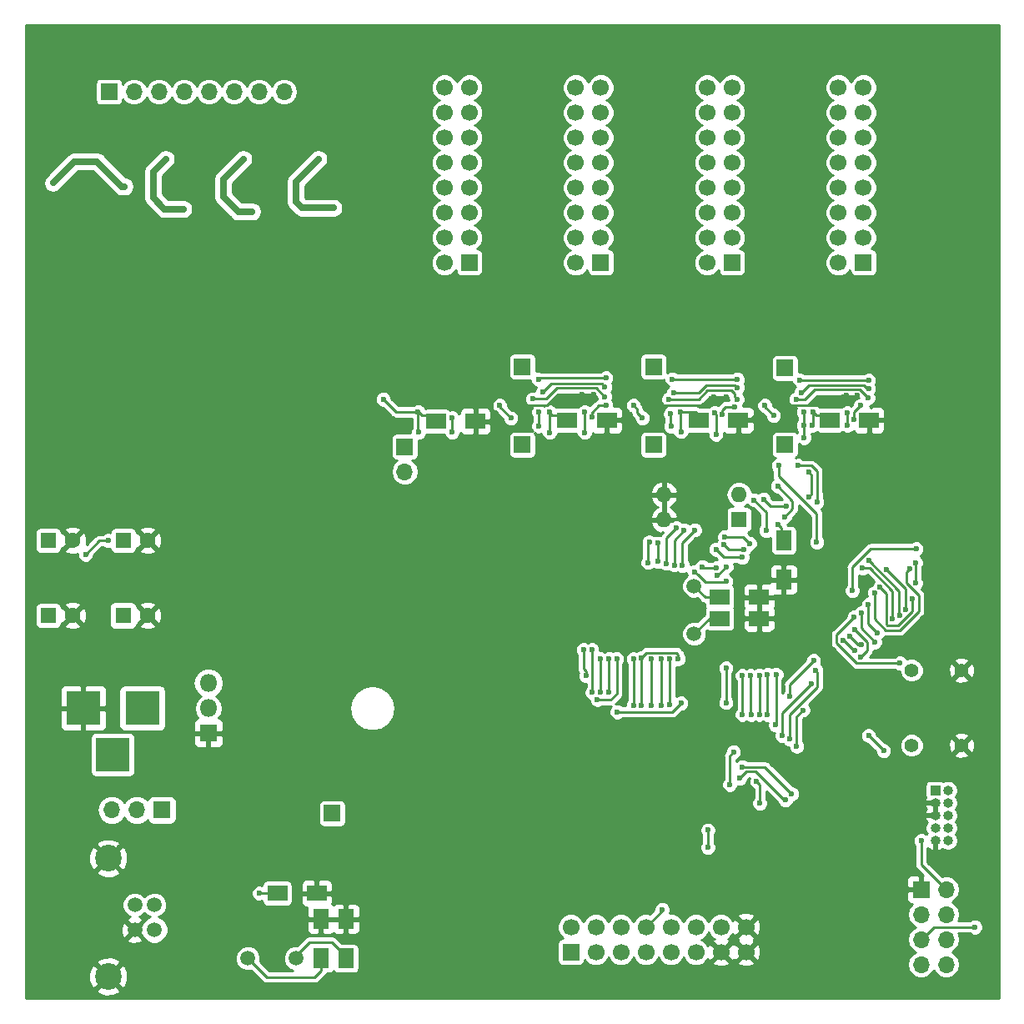
<source format=gbr>
G04 #@! TF.GenerationSoftware,KiCad,Pcbnew,(5.0.0)*
G04 #@! TF.CreationDate,2018-11-17T20:33:17-08:00*
G04 #@! TF.ProjectId,LPC1114_LED_Cube,4C5043313131345F4C45445F43756265,rev?*
G04 #@! TF.SameCoordinates,Original*
G04 #@! TF.FileFunction,Copper,L2,Bot,Signal*
G04 #@! TF.FilePolarity,Positive*
%FSLAX46Y46*%
G04 Gerber Fmt 4.6, Leading zero omitted, Abs format (unit mm)*
G04 Created by KiCad (PCBNEW (5.0.0)) date 11/17/18 20:33:17*
%MOMM*%
%LPD*%
G01*
G04 APERTURE LIST*
G04 #@! TA.AperFunction,ComponentPad*
%ADD10O,1.700000X1.700000*%
G04 #@! TD*
G04 #@! TA.AperFunction,ComponentPad*
%ADD11R,1.700000X1.700000*%
G04 #@! TD*
G04 #@! TA.AperFunction,ComponentPad*
%ADD12C,1.700000*%
G04 #@! TD*
G04 #@! TA.AperFunction,ComponentPad*
%ADD13R,1.600000X1.600000*%
G04 #@! TD*
G04 #@! TA.AperFunction,ComponentPad*
%ADD14C,1.600000*%
G04 #@! TD*
G04 #@! TA.AperFunction,SMDPad,CuDef*
%ADD15R,2.000000X1.600000*%
G04 #@! TD*
G04 #@! TA.AperFunction,SMDPad,CuDef*
%ADD16R,1.600000X2.000000*%
G04 #@! TD*
G04 #@! TA.AperFunction,ComponentPad*
%ADD17R,1.800000X1.800000*%
G04 #@! TD*
G04 #@! TA.AperFunction,ComponentPad*
%ADD18O,1.800000X1.800000*%
G04 #@! TD*
G04 #@! TA.AperFunction,ComponentPad*
%ADD19R,3.500000X3.500000*%
G04 #@! TD*
G04 #@! TA.AperFunction,ComponentPad*
%ADD20R,1.000000X1.000000*%
G04 #@! TD*
G04 #@! TA.AperFunction,ComponentPad*
%ADD21O,1.000000X1.000000*%
G04 #@! TD*
G04 #@! TA.AperFunction,ComponentPad*
%ADD22C,1.520000*%
G04 #@! TD*
G04 #@! TA.AperFunction,ComponentPad*
%ADD23C,2.700000*%
G04 #@! TD*
G04 #@! TA.AperFunction,ComponentPad*
%ADD24C,1.500000*%
G04 #@! TD*
G04 #@! TA.AperFunction,ComponentPad*
%ADD25C,1.397000*%
G04 #@! TD*
G04 #@! TA.AperFunction,ComponentPad*
%ADD26O,1.600000X1.600000*%
G04 #@! TD*
G04 #@! TA.AperFunction,ViaPad*
%ADD27C,0.600000*%
G04 #@! TD*
G04 #@! TA.AperFunction,Conductor*
%ADD28C,0.250000*%
G04 #@! TD*
G04 #@! TA.AperFunction,Conductor*
%ADD29C,0.700000*%
G04 #@! TD*
G04 #@! TA.AperFunction,Conductor*
%ADD30C,0.254000*%
G04 #@! TD*
G04 APERTURE END LIST*
D10*
G04 #@! TO.P,XERR_CH3_BRIDGE0,2*
G04 #@! TO.N,XERR_MCU_CH3*
X124079000Y-90932000D03*
D11*
G04 #@! TO.P,XERR_CH3_BRIDGE0,1*
G04 #@! TO.N,XERR_CH3*
X124079000Y-88392000D03*
G04 #@! TD*
G04 #@! TO.P,XERR_CH0_BRIDGE0,1*
G04 #@! TO.N,XERR_CH0*
X162687000Y-80391000D03*
G04 #@! TD*
G04 #@! TO.P,XERR_CH2_BRIDGE1,1*
G04 #@! TO.N,XERR_MCU_CH2*
X136017000Y-88178999D03*
G04 #@! TD*
G04 #@! TO.P,XERR_CH0_BRIDGE1,1*
G04 #@! TO.N,XERR_MCU_CH0*
X162687000Y-88178999D03*
G04 #@! TD*
G04 #@! TO.P,XERR_CH1_BRIDGE0,1*
G04 #@! TO.N,XERR_CH1*
X149352000Y-80264000D03*
G04 #@! TD*
G04 #@! TO.P,XERR_CH2_BRIDGE0,1*
G04 #@! TO.N,XERR_CH2*
X136017000Y-80264000D03*
G04 #@! TD*
G04 #@! TO.P,XERR_CH1_BRIDGE1,1*
G04 #@! TO.N,XERR_MCU_CH1*
X149352000Y-88178999D03*
G04 #@! TD*
G04 #@! TO.P,AUX_I/O_0,1*
G04 #@! TO.N,V3*
X140970000Y-139700000D03*
D12*
G04 #@! TO.P,AUX_I/O_0,2*
X140970000Y-137160000D03*
G04 #@! TO.P,AUX_I/O_0,3*
X143510000Y-139700000D03*
G04 #@! TO.P,AUX_I/O_0,4*
X143510000Y-137160000D03*
G04 #@! TO.P,AUX_I/O_0,5*
G04 #@! TO.N,INPUT_MODE_SELECT*
X146050000Y-139700000D03*
G04 #@! TO.P,AUX_I/O_0,6*
G04 #@! TO.N,PIO1_5*
X146050000Y-137160000D03*
G04 #@! TO.P,AUX_I/O_0,7*
G04 #@! TO.N,PIO0_3*
X148590000Y-139700000D03*
G04 #@! TO.P,AUX_I/O_0,8*
G04 #@! TO.N,PIO1_10*
X148590000Y-137160000D03*
G04 #@! TO.P,AUX_I/O_0,9*
G04 #@! TO.N,PIO0_4*
X151130000Y-139700000D03*
G04 #@! TO.P,AUX_I/O_0,10*
G04 #@! TO.N,PIO1_11*
X151130000Y-137160000D03*
G04 #@! TO.P,AUX_I/O_0,11*
G04 #@! TO.N,PIO0_5*
X153670000Y-139700000D03*
G04 #@! TO.P,AUX_I/O_0,12*
G04 #@! TO.N,PIO3_4*
X153670000Y-137160000D03*
G04 #@! TO.P,AUX_I/O_0,13*
G04 #@! TO.N,GND*
X156210000Y-139700000D03*
G04 #@! TO.P,AUX_I/O_0,14*
G04 #@! TO.N,PIO3_5*
X156210000Y-137160000D03*
G04 #@! TO.P,AUX_I/O_0,15*
G04 #@! TO.N,GND*
X158750000Y-139700000D03*
G04 #@! TO.P,AUX_I/O_0,16*
X158750000Y-137160000D03*
G04 #@! TD*
D13*
G04 #@! TO.P,C101,1*
G04 #@! TO.N,V3*
X87884000Y-97917000D03*
D14*
G04 #@! TO.P,C101,2*
G04 #@! TO.N,GND*
X90384000Y-97917000D03*
G04 #@! TD*
D15*
G04 #@! TO.P,C102,1*
G04 #@! TO.N,V3*
X111157000Y-133731000D03*
G04 #@! TO.P,C102,2*
G04 #@! TO.N,GND*
X115157000Y-133731000D03*
G04 #@! TD*
D16*
G04 #@! TO.P,C103,1*
G04 #@! TO.N,Net-(C103-Pad1)*
X115570000Y-140335000D03*
G04 #@! TO.P,C103,2*
G04 #@! TO.N,GND*
X115570000Y-136335000D03*
G04 #@! TD*
G04 #@! TO.P,C104,1*
G04 #@! TO.N,V3*
X162560000Y-97881787D03*
G04 #@! TO.P,C104,2*
G04 #@! TO.N,GND*
X162560000Y-101881787D03*
G04 #@! TD*
G04 #@! TO.P,C105,1*
G04 #@! TO.N,Net-(C105-Pad1)*
X118110000Y-140335000D03*
G04 #@! TO.P,C105,2*
G04 #@! TO.N,GND*
X118110000Y-136335000D03*
G04 #@! TD*
D15*
G04 #@! TO.P,C106,1*
G04 #@! TO.N,Net-(C106-Pad1)*
X156076464Y-105818787D03*
G04 #@! TO.P,C106,2*
G04 #@! TO.N,GND*
X160076464Y-105818787D03*
G04 #@! TD*
G04 #@! TO.P,C107,1*
G04 #@! TO.N,Net-(C107-Pad1)*
X156076464Y-103659787D03*
G04 #@! TO.P,C107,2*
G04 #@! TO.N,GND*
X160076464Y-103659787D03*
G04 #@! TD*
G04 #@! TO.P,C108,1*
G04 #@! TO.N,V3*
X167233277Y-85682081D03*
G04 #@! TO.P,C108,2*
G04 #@! TO.N,GND*
X171233277Y-85682081D03*
G04 #@! TD*
G04 #@! TO.P,C109,1*
G04 #@! TO.N,V3*
X153962277Y-85682081D03*
G04 #@! TO.P,C109,2*
G04 #@! TO.N,GND*
X157962277Y-85682081D03*
G04 #@! TD*
D13*
G04 #@! TO.P,C110,1*
G04 #@! TO.N,V5_USB*
X95504000Y-105537000D03*
D14*
G04 #@! TO.P,C110,2*
G04 #@! TO.N,GND*
X98004000Y-105537000D03*
G04 #@! TD*
D13*
G04 #@! TO.P,C111,1*
G04 #@! TO.N,V3*
X95504000Y-97917000D03*
D14*
G04 #@! TO.P,C111,2*
G04 #@! TO.N,GND*
X98004000Y-97917000D03*
G04 #@! TD*
D15*
G04 #@! TO.P,C112,1*
G04 #@! TO.N,V3*
X127260277Y-85809081D03*
G04 #@! TO.P,C112,2*
G04 #@! TO.N,GND*
X131260277Y-85809081D03*
G04 #@! TD*
G04 #@! TO.P,C113,1*
G04 #@! TO.N,V3*
X140595277Y-85682081D03*
G04 #@! TO.P,C113,2*
G04 #@! TO.N,GND*
X144595277Y-85682081D03*
G04 #@! TD*
D13*
G04 #@! TO.P,C114,1*
G04 #@! TO.N,V3*
X87884000Y-105537000D03*
D14*
G04 #@! TO.P,C114,2*
G04 #@! TO.N,GND*
X90384000Y-105537000D03*
G04 #@! TD*
D11*
G04 #@! TO.P,CH340_CKO_0,1*
G04 #@! TO.N,Net-(CH340T_0-Pad1)*
X116713000Y-125603000D03*
G04 #@! TD*
G04 #@! TO.P,LAYER_VOUT0,1*
G04 #@! TO.N,/LayerController/LAYER_0_PWR*
X94056200Y-52344320D03*
D10*
G04 #@! TO.P,LAYER_VOUT0,2*
G04 #@! TO.N,/LayerController/LAYER_1_PWR*
X96596200Y-52344320D03*
G04 #@! TO.P,LAYER_VOUT0,3*
G04 #@! TO.N,/LayerController/LAYER_2_PWR*
X99136200Y-52344320D03*
G04 #@! TO.P,LAYER_VOUT0,4*
G04 #@! TO.N,/LayerController/LAYER_3_PWR*
X101676200Y-52344320D03*
G04 #@! TO.P,LAYER_VOUT0,5*
G04 #@! TO.N,/LayerController/LAYER_4_PWR*
X104216200Y-52344320D03*
G04 #@! TO.P,LAYER_VOUT0,6*
G04 #@! TO.N,/LayerController/LAYER_5_PWR*
X106756200Y-52344320D03*
G04 #@! TO.P,LAYER_VOUT0,7*
G04 #@! TO.N,/LayerController/LAYER_6_PWR*
X109296200Y-52344320D03*
G04 #@! TO.P,LAYER_VOUT0,8*
G04 #@! TO.N,/LayerController/LAYER_7_PWR*
X111836200Y-52344320D03*
G04 #@! TD*
D17*
G04 #@! TO.P,LD33V_0,1*
G04 #@! TO.N,GND*
X104140000Y-117475000D03*
D18*
G04 #@! TO.P,LD33V_0,2*
G04 #@! TO.N,V3*
X104140000Y-114935000D03*
G04 #@! TO.P,LD33V_0,3*
G04 #@! TO.N,V5_USB*
X104140000Y-112395000D03*
G04 #@! TD*
D11*
G04 #@! TO.P,LED_CH0,1*
G04 #@! TO.N,LED_CH0_7*
X170662277Y-69680081D03*
D12*
G04 #@! TO.P,LED_CH0,2*
G04 #@! TO.N,LED_CH0_8*
X168122277Y-69680081D03*
G04 #@! TO.P,LED_CH0,3*
G04 #@! TO.N,LED_CH0_6*
X170662277Y-67140081D03*
G04 #@! TO.P,LED_CH0,4*
G04 #@! TO.N,LED_CH0_9*
X168122277Y-67140081D03*
G04 #@! TO.P,LED_CH0,5*
G04 #@! TO.N,LED_CH0_5*
X170662277Y-64600081D03*
G04 #@! TO.P,LED_CH0,6*
G04 #@! TO.N,LED_CH0_10*
X168122277Y-64600081D03*
G04 #@! TO.P,LED_CH0,7*
G04 #@! TO.N,LED_CH0_4*
X170662277Y-62060081D03*
G04 #@! TO.P,LED_CH0,8*
G04 #@! TO.N,LED_CH0_11*
X168122277Y-62060081D03*
G04 #@! TO.P,LED_CH0,9*
G04 #@! TO.N,LED_CH0_3*
X170662277Y-59520081D03*
G04 #@! TO.P,LED_CH0,10*
G04 #@! TO.N,LED_CH0_12*
X168122277Y-59520081D03*
G04 #@! TO.P,LED_CH0,11*
G04 #@! TO.N,LED_CH0_2*
X170662277Y-56980081D03*
G04 #@! TO.P,LED_CH0,12*
G04 #@! TO.N,LED_CH0_13*
X168122277Y-56980081D03*
G04 #@! TO.P,LED_CH0,13*
G04 #@! TO.N,LED_CH0_1*
X170662277Y-54440081D03*
G04 #@! TO.P,LED_CH0,14*
G04 #@! TO.N,LED_CH0_14*
X168122277Y-54440081D03*
G04 #@! TO.P,LED_CH0,15*
G04 #@! TO.N,LED_CH0_0*
X170662277Y-51900081D03*
G04 #@! TO.P,LED_CH0,16*
G04 #@! TO.N,LED_CH0_15*
X168122277Y-51900081D03*
G04 #@! TD*
D11*
G04 #@! TO.P,LED_CH1,1*
G04 #@! TO.N,LED_CH1_7*
X157327277Y-69680081D03*
D12*
G04 #@! TO.P,LED_CH1,2*
G04 #@! TO.N,LED_CH1_8*
X154787277Y-69680081D03*
G04 #@! TO.P,LED_CH1,3*
G04 #@! TO.N,LED_CH1_6*
X157327277Y-67140081D03*
G04 #@! TO.P,LED_CH1,4*
G04 #@! TO.N,LED_CH1_9*
X154787277Y-67140081D03*
G04 #@! TO.P,LED_CH1,5*
G04 #@! TO.N,LED_CH1_5*
X157327277Y-64600081D03*
G04 #@! TO.P,LED_CH1,6*
G04 #@! TO.N,LED_CH1_10*
X154787277Y-64600081D03*
G04 #@! TO.P,LED_CH1,7*
G04 #@! TO.N,LED_CH1_4*
X157327277Y-62060081D03*
G04 #@! TO.P,LED_CH1,8*
G04 #@! TO.N,LED_CH1_11*
X154787277Y-62060081D03*
G04 #@! TO.P,LED_CH1,9*
G04 #@! TO.N,LED_CH1_3*
X157327277Y-59520081D03*
G04 #@! TO.P,LED_CH1,10*
G04 #@! TO.N,LED_CH1_12*
X154787277Y-59520081D03*
G04 #@! TO.P,LED_CH1,11*
G04 #@! TO.N,LED_CH1_2*
X157327277Y-56980081D03*
G04 #@! TO.P,LED_CH1,12*
G04 #@! TO.N,LED_CH1_13*
X154787277Y-56980081D03*
G04 #@! TO.P,LED_CH1,13*
G04 #@! TO.N,LED_CH1_1*
X157327277Y-54440081D03*
G04 #@! TO.P,LED_CH1,14*
G04 #@! TO.N,LED_CH1_14*
X154787277Y-54440081D03*
G04 #@! TO.P,LED_CH1,15*
G04 #@! TO.N,LED_CH1_0*
X157327277Y-51900081D03*
G04 #@! TO.P,LED_CH1,16*
G04 #@! TO.N,LED_CH1_15*
X154787277Y-51900081D03*
G04 #@! TD*
D11*
G04 #@! TO.P,LED_CH2,1*
G04 #@! TO.N,LED_CH2_7*
X143992277Y-69680081D03*
D12*
G04 #@! TO.P,LED_CH2,2*
G04 #@! TO.N,LED_CH2_8*
X141452277Y-69680081D03*
G04 #@! TO.P,LED_CH2,3*
G04 #@! TO.N,LED_CH2_6*
X143992277Y-67140081D03*
G04 #@! TO.P,LED_CH2,4*
G04 #@! TO.N,LED_CH2_9*
X141452277Y-67140081D03*
G04 #@! TO.P,LED_CH2,5*
G04 #@! TO.N,LED_CH2_5*
X143992277Y-64600081D03*
G04 #@! TO.P,LED_CH2,6*
G04 #@! TO.N,LED_CH2_10*
X141452277Y-64600081D03*
G04 #@! TO.P,LED_CH2,7*
G04 #@! TO.N,LED_CH2_4*
X143992277Y-62060081D03*
G04 #@! TO.P,LED_CH2,8*
G04 #@! TO.N,LED_CH2_11*
X141452277Y-62060081D03*
G04 #@! TO.P,LED_CH2,9*
G04 #@! TO.N,LED_CH2_3*
X143992277Y-59520081D03*
G04 #@! TO.P,LED_CH2,10*
G04 #@! TO.N,LED_CH2_12*
X141452277Y-59520081D03*
G04 #@! TO.P,LED_CH2,11*
G04 #@! TO.N,LED_CH2_2*
X143992277Y-56980081D03*
G04 #@! TO.P,LED_CH2,12*
G04 #@! TO.N,LED_CH2_13*
X141452277Y-56980081D03*
G04 #@! TO.P,LED_CH2,13*
G04 #@! TO.N,LED_CH2_1*
X143992277Y-54440081D03*
G04 #@! TO.P,LED_CH2,14*
G04 #@! TO.N,LED_CH2_14*
X141452277Y-54440081D03*
G04 #@! TO.P,LED_CH2,15*
G04 #@! TO.N,LED_CH2_0*
X143992277Y-51900081D03*
G04 #@! TO.P,LED_CH2,16*
G04 #@! TO.N,LED_CH2_15*
X141452277Y-51900081D03*
G04 #@! TD*
D11*
G04 #@! TO.P,LED_CH3,1*
G04 #@! TO.N,LED_CH3_7*
X130657277Y-69680081D03*
D12*
G04 #@! TO.P,LED_CH3,2*
G04 #@! TO.N,LED_CH3_8*
X128117277Y-69680081D03*
G04 #@! TO.P,LED_CH3,3*
G04 #@! TO.N,LED_CH3_6*
X130657277Y-67140081D03*
G04 #@! TO.P,LED_CH3,4*
G04 #@! TO.N,LED_CH3_9*
X128117277Y-67140081D03*
G04 #@! TO.P,LED_CH3,5*
G04 #@! TO.N,LED_CH3_5*
X130657277Y-64600081D03*
G04 #@! TO.P,LED_CH3,6*
G04 #@! TO.N,LED_CH3_10*
X128117277Y-64600081D03*
G04 #@! TO.P,LED_CH3,7*
G04 #@! TO.N,LED_CH3_4*
X130657277Y-62060081D03*
G04 #@! TO.P,LED_CH3,8*
G04 #@! TO.N,LED_CH3_11*
X128117277Y-62060081D03*
G04 #@! TO.P,LED_CH3,9*
G04 #@! TO.N,LED_CH3_3*
X130657277Y-59520081D03*
G04 #@! TO.P,LED_CH3,10*
G04 #@! TO.N,LED_CH3_12*
X128117277Y-59520081D03*
G04 #@! TO.P,LED_CH3,11*
G04 #@! TO.N,LED_CH3_2*
X130657277Y-56980081D03*
G04 #@! TO.P,LED_CH3,12*
G04 #@! TO.N,LED_CH3_13*
X128117277Y-56980081D03*
G04 #@! TO.P,LED_CH3,13*
G04 #@! TO.N,LED_CH3_1*
X130657277Y-54440081D03*
G04 #@! TO.P,LED_CH3,14*
G04 #@! TO.N,LED_CH3_14*
X128117277Y-54440081D03*
G04 #@! TO.P,LED_CH3,15*
G04 #@! TO.N,LED_CH3_0*
X130657277Y-51900081D03*
G04 #@! TO.P,LED_CH3,16*
G04 #@! TO.N,LED_CH3_15*
X128117277Y-51900081D03*
G04 #@! TD*
D19*
G04 #@! TO.P,PWR_JACK0,1*
G04 #@! TO.N,V5_AUX*
X97440000Y-114935000D03*
G04 #@! TO.P,PWR_JACK0,2*
G04 #@! TO.N,GND*
X91440000Y-114935000D03*
G04 #@! TO.P,PWR_JACK0,3*
G04 #@! TO.N,Net-(PWR_JACK0-Pad3)*
X94440000Y-119635000D03*
G04 #@! TD*
D11*
G04 #@! TO.P,PWR_SEL1,1*
G04 #@! TO.N,V5_USB*
X99425760Y-125254640D03*
D10*
G04 #@! TO.P,PWR_SEL1,2*
G04 #@! TO.N,V5*
X96885760Y-125254640D03*
G04 #@! TO.P,PWR_SEL1,3*
G04 #@! TO.N,V5_AUX*
X94345760Y-125254640D03*
G04 #@! TD*
D20*
G04 #@! TO.P,SWDEBUG0,1*
G04 #@! TO.N,V3*
X177972720Y-123281440D03*
D21*
G04 #@! TO.P,SWDEBUG0,2*
G04 #@! TO.N,SWDIO*
X179242720Y-123281440D03*
G04 #@! TO.P,SWDEBUG0,3*
G04 #@! TO.N,GND*
X177972720Y-124551440D03*
G04 #@! TO.P,SWDEBUG0,4*
G04 #@! TO.N,SWCLK*
X179242720Y-124551440D03*
G04 #@! TO.P,SWDEBUG0,5*
G04 #@! TO.N,GND*
X177972720Y-125821440D03*
G04 #@! TO.P,SWDEBUG0,6*
G04 #@! TO.N,Net-(SWDEBUG0-Pad6)*
X179242720Y-125821440D03*
G04 #@! TO.P,SWDEBUG0,7*
G04 #@! TO.N,Net-(SWDEBUG0-Pad7)*
X177972720Y-127091440D03*
G04 #@! TO.P,SWDEBUG0,8*
G04 #@! TO.N,Net-(SWDEBUG0-Pad8)*
X179242720Y-127091440D03*
G04 #@! TO.P,SWDEBUG0,9*
G04 #@! TO.N,GND*
X177972720Y-128361440D03*
G04 #@! TO.P,SWDEBUG0,10*
G04 #@! TO.N,_RESET*
X179242720Y-128361440D03*
G04 #@! TD*
D22*
G04 #@! TO.P,USB_CONN_0,2*
G04 #@! TO.N,Net-(CH340T_0-Pad7)*
X98680000Y-134905000D03*
G04 #@! TO.P,USB_CONN_0,1*
G04 #@! TO.N,V5_USB*
X98680000Y-137445000D03*
G04 #@! TO.P,USB_CONN_0,4*
G04 #@! TO.N,GND*
X96680000Y-137445000D03*
G04 #@! TO.P,USB_CONN_0,3*
G04 #@! TO.N,Net-(CH340T_0-Pad6)*
X96680000Y-134905000D03*
D23*
G04 #@! TO.P,USB_CONN_0,5*
G04 #@! TO.N,GND*
X93980000Y-130175000D03*
X93980000Y-142175000D03*
G04 #@! TD*
D11*
G04 #@! TO.P,Wireless/SPI_1,1*
G04 #@! TO.N,GND*
X176530000Y-133350000D03*
D10*
G04 #@! TO.P,Wireless/SPI_1,2*
G04 #@! TO.N,V3*
X179070000Y-133350000D03*
G04 #@! TO.P,Wireless/SPI_1,3*
G04 #@! TO.N,AUX_SPI_SSEL*
X176530000Y-135890000D03*
G04 #@! TO.P,Wireless/SPI_1,4*
G04 #@! TO.N,WIRELESS_CSN*
X179070000Y-135890000D03*
G04 #@! TO.P,Wireless/SPI_1,5*
G04 #@! TO.N,AUX_SPI_SCK*
X176530000Y-138430000D03*
G04 #@! TO.P,Wireless/SPI_1,6*
G04 #@! TO.N,AUX_SPI_MOSI*
X179070000Y-138430000D03*
G04 #@! TO.P,Wireless/SPI_1,7*
G04 #@! TO.N,AUX_SPI_MISO*
X176530000Y-140970000D03*
G04 #@! TO.P,Wireless/SPI_1,8*
G04 #@! TO.N,WIRELESS_IRQ*
X179070000Y-140970000D03*
G04 #@! TD*
D24*
G04 #@! TO.P,Y101,1*
G04 #@! TO.N,Net-(C103-Pad1)*
X108150000Y-140335000D03*
G04 #@! TO.P,Y101,2*
G04 #@! TO.N,Net-(C105-Pad1)*
X113030000Y-140335000D03*
G04 #@! TD*
G04 #@! TO.P,Y102,1*
G04 #@! TO.N,Net-(C106-Pad1)*
X153472464Y-107396787D03*
G04 #@! TO.P,Y102,2*
G04 #@! TO.N,Net-(C107-Pad1)*
X153472464Y-102516787D03*
G04 #@! TD*
D25*
G04 #@! TO.P,RESET0,1*
G04 #@! TO.N,_RESET*
X175549560Y-111094520D03*
G04 #@! TO.P,RESET0,2*
G04 #@! TO.N,GND*
X180629560Y-111094520D03*
G04 #@! TO.P,RESET0,1*
G04 #@! TO.N,_RESET*
X175549560Y-118714520D03*
G04 #@! TO.P,RESET0,2*
G04 #@! TO.N,GND*
X180629560Y-118714520D03*
G04 #@! TD*
D13*
G04 #@! TO.P,MODE_SELECT_0,1*
G04 #@! TO.N,ISP_ENTRY*
X158044464Y-95785787D03*
D26*
G04 #@! TO.P,MODE_SELECT_0,3*
G04 #@! TO.N,GND*
X150424464Y-93245787D03*
G04 #@! TO.P,MODE_SELECT_0,2*
G04 #@! TO.N,INPUT_MODE_SELECT*
X158044464Y-93245787D03*
G04 #@! TO.P,MODE_SELECT_0,4*
G04 #@! TO.N,GND*
X150424464Y-95785787D03*
G04 #@! TD*
D27*
G04 #@! TO.N,V3*
X138785277Y-84856581D03*
X162020820Y-96263986D03*
X165518777Y-84856581D03*
X125450277Y-84856581D03*
X152146000Y-86858000D03*
X165481000Y-86223000D03*
X93987000Y-97917000D03*
X91687000Y-99314000D03*
X109347000Y-133731000D03*
X156718000Y-114370983D03*
X145669000Y-115316000D03*
X152146000Y-114427000D03*
X152120277Y-84845990D03*
X138811000Y-86939622D03*
X125503418Y-86908810D03*
X121920001Y-83566000D03*
X156718000Y-110871000D03*
X171179141Y-117712133D03*
X172720000Y-119253006D03*
X176530000Y-128397000D03*
G04 #@! TO.N,PIO0_3*
X158369000Y-111633000D03*
X158369000Y-115568212D03*
G04 #@! TO.N,PIO0_4*
X159169003Y-111633000D03*
X159258000Y-115570000D03*
X154873245Y-127314245D03*
X154868129Y-129087129D03*
G04 #@! TO.N,PIO0_5*
X160099943Y-111585944D03*
X160105311Y-115568212D03*
X160147000Y-124587000D03*
X159828801Y-122358699D03*
G04 #@! TO.N,GND*
X142748000Y-80264000D03*
X130048000Y-82931000D03*
X128651000Y-83058000D03*
X143256000Y-83058000D03*
X142113000Y-83058000D03*
X168783000Y-80391000D03*
X156083000Y-78994000D03*
X156718000Y-78359000D03*
X155448000Y-78359000D03*
X142748000Y-79121000D03*
X143256000Y-78359000D03*
X142113000Y-78359000D03*
X130048000Y-79883000D03*
X128778000Y-79883000D03*
X129413000Y-78994000D03*
X129921000Y-78359000D03*
X128778000Y-78359000D03*
X159994277Y-84856581D03*
X165029464Y-107088787D03*
X161981464Y-105691787D03*
X162870464Y-104548787D03*
X163759464Y-106199787D03*
X164775464Y-104167787D03*
X156718000Y-83302010D03*
X155448000Y-83302010D03*
X146659277Y-84856581D03*
X156718000Y-79756000D03*
X155448000Y-79629000D03*
X129413000Y-80645000D03*
X170035155Y-83199666D03*
X168910000Y-83186032D03*
X169418000Y-78232000D03*
X170053000Y-79121000D03*
X169418000Y-79756000D03*
X168656000Y-78994000D03*
X91948000Y-70866000D03*
X99695000Y-70993000D03*
X107061000Y-70993000D03*
X114681000Y-71628000D03*
X160020000Y-101854000D03*
X119507000Y-79883000D03*
X111887000Y-79883000D03*
X104521000Y-79248000D03*
X96901000Y-79756000D03*
X142875000Y-88392000D03*
X129540000Y-88265000D03*
X156210000Y-88265000D03*
X117094000Y-133731000D03*
X173323234Y-84926133D03*
X170180000Y-80391000D03*
X133285750Y-84935000D03*
X155346400Y-80543400D03*
X156108400Y-80137000D03*
X141986000Y-79629000D03*
X169545000Y-88392000D03*
X143535400Y-79451200D03*
X130098800Y-81610200D03*
X129387600Y-82194400D03*
X128727200Y-81610200D03*
X143484610Y-80518000D03*
X141986000Y-80645000D03*
X156845000Y-80645000D03*
X164338000Y-102108000D03*
G04 #@! TO.N,PIO1_5*
X159578058Y-93792058D03*
X160781982Y-96901000D03*
X147320000Y-114670992D03*
X151697855Y-96620852D03*
X147320000Y-109922979D03*
X150674137Y-100239627D03*
G04 #@! TO.N,PIO1_10*
X157480000Y-119380000D03*
X157099000Y-122682000D03*
X170434000Y-105283000D03*
X171831000Y-108204004D03*
X150240988Y-135382000D03*
G04 #@! TO.N,PIO1_11*
X160528000Y-93726000D03*
X162844603Y-94436995D03*
X152289243Y-100458690D03*
X153543000Y-96854653D03*
X149149252Y-109922979D03*
X149098000Y-114690990D03*
G04 #@! TO.N,PIO3_4*
X161805575Y-111511212D03*
X161735640Y-116648360D03*
G04 #@! TO.N,PIO3_5*
X162433000Y-117729000D03*
X165363990Y-112490253D03*
G04 #@! TO.N,TXD_USB*
X159101889Y-98207428D03*
X148793200Y-100152200D03*
X148915386Y-98057674D03*
X143087848Y-108989267D03*
X143129000Y-113344044D03*
X156590996Y-97536000D03*
G04 #@! TO.N,RXD_USB*
X158507155Y-98832438D03*
X143657349Y-114076106D03*
X149783800Y-100050600D03*
X145618012Y-109922979D03*
X149793788Y-98180990D03*
X156511348Y-98345348D03*
G04 #@! TO.N,LED_DATA_SCK*
X157857245Y-82423000D03*
X144422305Y-82296000D03*
X164338006Y-82911012D03*
X171196000Y-82451023D03*
X175958500Y-102235000D03*
X175974058Y-100165048D03*
X151385586Y-82928990D03*
X138099800Y-82804000D03*
G04 #@! TO.N,BLANK*
X147320000Y-84201000D03*
X148219871Y-85470991D03*
X134874280Y-85481582D03*
X133731000Y-84201000D03*
X144526000Y-84201000D03*
X157612606Y-84324387D03*
X156337000Y-85090000D03*
X170349795Y-84221093D03*
X143094929Y-85344000D03*
X160655000Y-84201000D03*
X161544000Y-85217000D03*
X169733061Y-85598000D03*
X175344053Y-100795053D03*
X171787234Y-103227700D03*
G04 #@! TO.N,XLAT*
X171148277Y-83428890D03*
X144422717Y-83312000D03*
X157861617Y-83564116D03*
X163830000Y-83566000D03*
X169545000Y-102997000D03*
X176012012Y-98750627D03*
X150890049Y-83557052D03*
X137058400Y-83540600D03*
G04 #@! TO.N,VPRG*
X151257000Y-81534000D03*
X164211000Y-81636071D03*
X137668004Y-81534000D03*
X175641000Y-103822500D03*
X144526000Y-81407000D03*
X157861000Y-81534000D03*
X171196000Y-81651010D03*
X172341362Y-102650673D03*
G04 #@! TO.N,DCPRG*
X164592000Y-86233000D03*
X164592000Y-84856582D03*
X164633260Y-87483001D03*
X165100000Y-90951999D03*
X165100000Y-93472000D03*
X151130000Y-86314612D03*
X151053800Y-85064600D03*
X137693400Y-86283800D03*
X137693404Y-84886800D03*
G04 #@! TO.N,Net-(LED_CH0_CTRL0-Pad27)*
X169037000Y-84963000D03*
X169037000Y-86223000D03*
G04 #@! TO.N,Net-(LED_CH1_CTRL0-Pad27)*
X155702000Y-87122000D03*
X155547873Y-84958479D03*
G04 #@! TO.N,Net-(LED_CH2_CTRL0-Pad27)*
X142367000Y-84856582D03*
X142367000Y-86939622D03*
G04 #@! TO.N,Net-(LED_CH3_CTRL0-Pad27)*
X128905000Y-85471000D03*
X128905000Y-86908810D03*
G04 #@! TO.N,LAYER_2_ON*
X155730156Y-100689108D03*
X154305022Y-100584000D03*
G04 #@! TO.N,AUX_SPI_SSEL*
X153543000Y-101092000D03*
X150114000Y-109922989D03*
X156718000Y-102046777D03*
X158115000Y-122046998D03*
X150114000Y-114690990D03*
X162747949Y-124266949D03*
G04 #@! TO.N,_RESET*
X174932510Y-104924264D03*
X172974000Y-100838000D03*
X156735029Y-100580116D03*
X155829000Y-101482990D03*
G04 #@! TO.N,WIRELESS_CSN*
X151003000Y-114554000D03*
X151002978Y-109922979D03*
X158369000Y-120904000D03*
X163382948Y-123631950D03*
G04 #@! TO.N,AUX_SPI_SCK*
X171162234Y-104431445D03*
X172062452Y-107292453D03*
X181991000Y-137160000D03*
G04 #@! TO.N,WIRELESS_IRQ*
X160925454Y-111522458D03*
X160909000Y-115570000D03*
G04 #@! TO.N,LAYER_5_ON*
X143979989Y-113344044D03*
X143963039Y-109922979D03*
X163195000Y-113741194D03*
X165608000Y-110109000D03*
G04 #@! TO.N,LAYER_6_ON*
X144780000Y-113344046D03*
X169798994Y-109093000D03*
X168582584Y-108040800D03*
X144817999Y-109922979D03*
G04 #@! TO.N,AUX_SPI_MISO*
X169286132Y-107659960D03*
X170434000Y-108458000D03*
G04 #@! TO.N,SWCLK*
X174372032Y-110363000D03*
X169733179Y-105668836D03*
G04 #@! TO.N,LAYER_7_ON*
X142494000Y-111633000D03*
X142240000Y-108997977D03*
G04 #@! TO.N,AUX_SPI_MOSI*
X170573200Y-100719967D03*
X173610032Y-105827711D03*
G04 #@! TO.N,SWDIO*
X171196000Y-99949000D03*
X174338056Y-105496047D03*
G04 #@! TO.N,V5*
X113030000Y-63500000D03*
X116840000Y-64135000D03*
X108585000Y-64516000D03*
X105663984Y-62992000D03*
X101600000Y-64262000D03*
X98552001Y-63119000D03*
X99822000Y-59182000D03*
X107696000Y-59182000D03*
X115316000Y-59182000D03*
X95631000Y-61976000D03*
X92837000Y-59436000D03*
X88392000Y-61595000D03*
G04 #@! TO.N,INPUT_MODE_SELECT*
X148145500Y-109791500D03*
X152462940Y-96854653D03*
X151869377Y-109922977D03*
X148119933Y-114681498D03*
X151456284Y-100407750D03*
G04 #@! TO.N,XERR_MCU_CH1*
X165928647Y-98100647D03*
X162052000Y-90310537D03*
G04 #@! TO.N,XERR_MCU_CH0*
X164008260Y-90297000D03*
X165939872Y-94016755D03*
G04 #@! TO.N,XERR_MCU_CH2*
X161973057Y-92377057D03*
X162664443Y-95504000D03*
G04 #@! TO.N,XERR_MCU_CH3*
X158350981Y-99617046D03*
X155702014Y-98806000D03*
G04 #@! TO.N,_RTS_MCU*
X169799000Y-106934000D03*
X170365503Y-109738000D03*
X164525942Y-115128058D03*
X163894647Y-118807353D03*
G04 #@! TO.N,_CTS_MCU*
X165843863Y-111106863D03*
X163156880Y-118069586D03*
G04 #@! TD*
D28*
G04 #@! TO.N,V3*
X162362464Y-97881787D02*
X162362464Y-96605630D01*
X162362464Y-96605630D02*
X162020820Y-96263986D01*
X140552358Y-85217000D02*
X140595277Y-85174081D01*
X139065000Y-85217000D02*
X140552358Y-85217000D01*
X138785277Y-84856581D02*
X138785277Y-84937277D01*
X138785277Y-84937277D02*
X139065000Y-85217000D01*
X167190358Y-85217000D02*
X167233277Y-85174081D01*
X165879196Y-85217000D02*
X167190358Y-85217000D01*
X165518777Y-84856581D02*
X165879196Y-85217000D01*
X127176196Y-85217000D02*
X127260277Y-85301081D01*
X125857000Y-85217000D02*
X127176196Y-85217000D01*
X125450277Y-84856581D02*
X125496581Y-84856581D01*
X125496581Y-84856581D02*
X125857000Y-85217000D01*
X165518777Y-84856581D02*
X165518777Y-86185223D01*
X165518777Y-86185223D02*
X165481000Y-86223000D01*
X93987000Y-97917000D02*
X93084000Y-97917000D01*
X93084000Y-97917000D02*
X91687000Y-99314000D01*
X111157000Y-133731000D02*
X109347000Y-133731000D01*
X153962277Y-85174081D02*
X153634186Y-84845990D01*
X152120277Y-86832277D02*
X152146000Y-86858000D01*
X153634186Y-84845990D02*
X152120277Y-84845990D01*
X152120277Y-84845990D02*
X152120277Y-86832277D01*
X138785277Y-86913899D02*
X138811000Y-86939622D01*
X138785277Y-84856581D02*
X138785277Y-86913899D01*
X125450277Y-86855669D02*
X125503418Y-86908810D01*
X125450277Y-84856581D02*
X125450277Y-86855669D01*
X123210582Y-84856581D02*
X121920001Y-83566000D01*
X125450277Y-84856581D02*
X123210582Y-84856581D01*
X156718000Y-114370983D02*
X156718000Y-110871000D01*
X171179141Y-117712133D02*
X172720000Y-119252994D01*
X172720000Y-119252994D02*
X172720000Y-119253006D01*
X176530000Y-130810000D02*
X176530000Y-128397000D01*
X179070000Y-133350000D02*
X176530000Y-130810000D01*
X151257000Y-115316000D02*
X152146000Y-114427000D01*
X145669000Y-115316000D02*
X151257000Y-115316000D01*
G04 #@! TO.N,PIO0_3*
X158369000Y-111633000D02*
X158369000Y-115568212D01*
G04 #@! TO.N,PIO0_4*
X159169003Y-111633000D02*
X159169003Y-115481003D01*
X159169003Y-115481003D02*
X159258000Y-115570000D01*
X154873245Y-127314245D02*
X154873245Y-129082013D01*
X154873245Y-129082013D02*
X154868129Y-129087129D01*
G04 #@! TO.N,PIO0_5*
X160099943Y-111585944D02*
X160099943Y-115562844D01*
X160099943Y-115562844D02*
X160105311Y-115568212D01*
X160147000Y-122676898D02*
X159828801Y-122358699D01*
X160147000Y-124587000D02*
X160147000Y-122676898D01*
G04 #@! TO.N,GND*
X162870464Y-104548787D02*
X162870464Y-104802787D01*
X162870464Y-104802787D02*
X161981464Y-105691787D01*
X164775464Y-104167787D02*
X164775464Y-105183787D01*
X164775464Y-105183787D02*
X163759464Y-106199787D01*
X142113000Y-83058000D02*
X141067013Y-84103987D01*
X133285750Y-85205050D02*
X133285750Y-84935000D01*
X132765800Y-85725000D02*
X133285750Y-85205050D01*
X131784838Y-85725000D02*
X132765800Y-85725000D01*
X131260277Y-85301081D02*
X131360919Y-85301081D01*
X131360919Y-85301081D02*
X131784838Y-85725000D01*
X154567957Y-84182053D02*
X149790253Y-84182053D01*
X155448000Y-83302010D02*
X154567957Y-84182053D01*
X167480767Y-84191001D02*
X163103399Y-84191001D01*
X168910000Y-83186032D02*
X168485736Y-83186032D01*
X168485736Y-83186032D02*
X167480767Y-84191001D01*
X141986000Y-79629000D02*
X141986000Y-80645000D01*
X158513196Y-85725000D02*
X157962277Y-85174081D01*
X159994277Y-84856581D02*
X159125858Y-85725000D01*
X159125858Y-85725000D02*
X158513196Y-85725000D01*
X173323234Y-84994766D02*
X173323234Y-84926133D01*
X172593000Y-85725000D02*
X173323234Y-84994766D01*
X171233277Y-85174081D02*
X171784196Y-85725000D01*
X171784196Y-85725000D02*
X172593000Y-85725000D01*
X145146196Y-85725000D02*
X144595277Y-85174081D01*
X145923000Y-85725000D02*
X145146196Y-85725000D01*
X146659277Y-84856581D02*
X146659277Y-84988723D01*
X146659277Y-84988723D02*
X145923000Y-85725000D01*
X132985751Y-84635001D02*
X133285750Y-84935000D01*
X132985751Y-83676249D02*
X132985751Y-84635001D01*
X133477000Y-83185000D02*
X132985751Y-83676249D01*
X135636000Y-84201000D02*
X134620000Y-83185000D01*
X134620000Y-83185000D02*
X133477000Y-83185000D01*
X135737600Y-84201000D02*
X135686800Y-84251800D01*
X138515856Y-84201000D02*
X135737600Y-84201000D01*
X142113000Y-83058000D02*
X139658856Y-83058000D01*
X139658856Y-83058000D02*
X138515856Y-84201000D01*
G04 #@! TO.N,PIO1_5*
X160781982Y-94995982D02*
X160781982Y-96901000D01*
X159578058Y-93792058D02*
X160781982Y-94995982D01*
X147320000Y-114670992D02*
X147320000Y-109922979D01*
X151697855Y-96620852D02*
X150674137Y-97644570D01*
X150674137Y-97644570D02*
X150674137Y-100239627D01*
G04 #@! TO.N,PIO1_10*
X157099000Y-119761000D02*
X157099000Y-122682000D01*
X157480000Y-119380000D02*
X157099000Y-119761000D01*
X171831000Y-108204000D02*
X171831000Y-108204004D01*
X170434000Y-105283000D02*
X170434000Y-106807000D01*
X170434000Y-106807000D02*
X171831000Y-108204000D01*
X150240988Y-135509012D02*
X150240988Y-135382000D01*
X148590000Y-137160000D02*
X150240988Y-135509012D01*
G04 #@! TO.N,PIO1_11*
X161238995Y-94436995D02*
X162844603Y-94436995D01*
X160528000Y-93726000D02*
X161238995Y-94436995D01*
X152289243Y-98108410D02*
X153543000Y-96854653D01*
X152289243Y-100458690D02*
X152289243Y-98108410D01*
X149149252Y-109922979D02*
X149149252Y-114639738D01*
X149149252Y-114639738D02*
X149098000Y-114690990D01*
G04 #@! TO.N,PIO3_4*
X161805575Y-116578425D02*
X161735640Y-116648360D01*
X161805575Y-111511212D02*
X161805575Y-116578425D01*
G04 #@! TO.N,PIO3_5*
X162433000Y-117729000D02*
X162433000Y-115421243D01*
X162433000Y-115421243D02*
X165363990Y-112490253D01*
G04 #@! TO.N,Net-(C103-Pad1)*
X115570000Y-141585000D02*
X114915000Y-142240000D01*
X115570000Y-140335000D02*
X115570000Y-141585000D01*
X110055000Y-142240000D02*
X108150000Y-140335000D01*
X114915000Y-142240000D02*
X110055000Y-142240000D01*
G04 #@! TO.N,Net-(C105-Pad1)*
X118110000Y-140135000D02*
X118110000Y-140335000D01*
X116659000Y-138684000D02*
X118110000Y-140135000D01*
X114427000Y-138684000D02*
X116659000Y-138684000D01*
X113030000Y-140335000D02*
X113030000Y-140081000D01*
X113030000Y-140081000D02*
X114427000Y-138684000D01*
G04 #@! TO.N,Net-(C106-Pad1)*
X155050464Y-105818787D02*
X156076464Y-105818787D01*
X153472464Y-107396787D02*
X155050464Y-105818787D01*
G04 #@! TO.N,Net-(C107-Pad1)*
X154615464Y-103659787D02*
X156076464Y-103659787D01*
X153472464Y-102516787D02*
X154615464Y-103659787D01*
G04 #@! TO.N,TXD_USB*
X148793200Y-100152200D02*
X148793200Y-98179860D01*
X148793200Y-98179860D02*
X148915386Y-98057674D01*
X143129000Y-109030419D02*
X143087848Y-108989267D01*
X143129000Y-113344044D02*
X143129000Y-109030419D01*
X158430461Y-97536000D02*
X156590996Y-97536000D01*
X159101889Y-98207428D02*
X158430461Y-97536000D01*
G04 #@! TO.N,RXD_USB*
X144990194Y-114076106D02*
X145618012Y-113448288D01*
X143657349Y-114076106D02*
X144990194Y-114076106D01*
X145618012Y-113448288D02*
X145618012Y-109922979D01*
X149783800Y-98190978D02*
X149793788Y-98180990D01*
X149783800Y-100050600D02*
X149783800Y-98190978D01*
X156998438Y-98832438D02*
X158507155Y-98832438D01*
X156511348Y-98345348D02*
X156998438Y-98832438D01*
G04 #@! TO.N,LED_DATA_SCK*
X170730997Y-82111011D02*
X171071009Y-82451023D01*
X171071009Y-82451023D02*
X171196000Y-82451023D01*
X165138007Y-82111011D02*
X170730997Y-82111011D01*
X164338006Y-82911012D02*
X165138007Y-82111011D01*
X175974058Y-102219442D02*
X175958500Y-102235000D01*
X175974058Y-100165048D02*
X175974058Y-102219442D01*
X157557246Y-82123001D02*
X154731999Y-82123001D01*
X157857245Y-82423000D02*
X157557246Y-82123001D01*
X153926010Y-82928990D02*
X151385586Y-82928990D01*
X154731999Y-82123001D02*
X153926010Y-82928990D01*
X144422305Y-82296000D02*
X144099294Y-81972989D01*
X144099294Y-81972989D02*
X138930811Y-81972989D01*
X138930811Y-81972989D02*
X138099800Y-82804000D01*
G04 #@! TO.N,BLANK*
X147701000Y-84963000D02*
X148208991Y-85470991D01*
X148208991Y-85470991D02*
X148219871Y-85470991D01*
X147320000Y-84201000D02*
X147701000Y-84582000D01*
X147701000Y-84582000D02*
X147701000Y-84963000D01*
X134874280Y-85481582D02*
X133731000Y-84338302D01*
X133731000Y-84338302D02*
X133731000Y-84201000D01*
X156678349Y-84324387D02*
X156337000Y-84665736D01*
X156337000Y-84665736D02*
X156337000Y-85090000D01*
X157612606Y-84324387D02*
X156678349Y-84324387D01*
X144526000Y-84201000D02*
X143813665Y-84201000D01*
X143813665Y-84201000D02*
X143094929Y-84919736D01*
X143094929Y-84919736D02*
X143094929Y-85344000D01*
X160655000Y-84201000D02*
X160655000Y-84328000D01*
X160655000Y-84328000D02*
X161544000Y-85217000D01*
X170349795Y-84221093D02*
X169733061Y-84837827D01*
X169733061Y-84837827D02*
X169733061Y-85598000D01*
X169733061Y-85173736D02*
X169733061Y-85598000D01*
X175044054Y-102239331D02*
X176266001Y-103461278D01*
X175044054Y-101095052D02*
X175044054Y-102239331D01*
X171787234Y-105872824D02*
X171787234Y-103227700D01*
X174376399Y-107007499D02*
X172921909Y-107007499D01*
X176266001Y-103461278D02*
X176266001Y-105117897D01*
X175344053Y-100795053D02*
X175044054Y-101095052D01*
X176266001Y-105117897D02*
X174376399Y-107007499D01*
X172921909Y-107007499D02*
X171787234Y-105872824D01*
G04 #@! TO.N,XLAT*
X165723978Y-82561022D02*
X164719000Y-83566000D01*
X170280409Y-82561022D02*
X165723978Y-82561022D01*
X171148277Y-83428890D02*
X170280409Y-82561022D01*
X164719000Y-83566000D02*
X163830000Y-83566000D01*
X169545000Y-100614915D02*
X169545000Y-102997000D01*
X176012012Y-98750627D02*
X171409288Y-98750627D01*
X171409288Y-98750627D02*
X169545000Y-100614915D01*
X150890049Y-83557052D02*
X153934358Y-83557052D01*
X153934358Y-83557052D02*
X154814410Y-82677000D01*
X154814410Y-82677000D02*
X157226000Y-82677000D01*
X157226000Y-82677000D02*
X157561618Y-83012618D01*
X157561618Y-83264117D02*
X157861617Y-83564116D01*
X157561618Y-83012618D02*
X157561618Y-83264117D01*
X144422717Y-83312000D02*
X143533717Y-82423000D01*
X143533717Y-82423000D02*
X139558202Y-82423000D01*
X139558202Y-82423000D02*
X138440602Y-83540600D01*
X138440602Y-83540600D02*
X137058400Y-83540600D01*
G04 #@! TO.N,VPRG*
X164225939Y-81651010D02*
X164211000Y-81636071D01*
X157861000Y-81534000D02*
X151257000Y-81534000D01*
X171196000Y-81651010D02*
X164225939Y-81651010D01*
X137795004Y-81407000D02*
X137668004Y-81534000D01*
X144526000Y-81407000D02*
X137795004Y-81407000D01*
X172985022Y-103294333D02*
X172341362Y-102650673D01*
X172985022Y-106434200D02*
X172985022Y-103294333D01*
X174189999Y-106557488D02*
X173108310Y-106557488D01*
X175641000Y-103822500D02*
X175641000Y-105106487D01*
X173108310Y-106557488D02*
X172985022Y-106434200D01*
X175641000Y-105106487D02*
X174189999Y-106557488D01*
G04 #@! TO.N,DCPRG*
X164592000Y-84856582D02*
X164592000Y-86233000D01*
X164633260Y-86274260D02*
X164592000Y-86233000D01*
X164633260Y-87483001D02*
X164633260Y-86274260D01*
X165399999Y-93172001D02*
X165100000Y-93472000D01*
X165100000Y-90951999D02*
X165399999Y-91251998D01*
X165399999Y-91251998D02*
X165399999Y-93172001D01*
X151053800Y-86238412D02*
X151130000Y-86314612D01*
X151053800Y-85064600D02*
X151053800Y-86238412D01*
X137668000Y-84963000D02*
X137668000Y-84912204D01*
X137693400Y-84886804D02*
X137693404Y-84886800D01*
X137668000Y-84912204D02*
X137693404Y-84886800D01*
X137693400Y-86283800D02*
X137693400Y-84886804D01*
G04 #@! TO.N,Net-(LED_CH0_CTRL0-Pad27)*
X169037000Y-84963000D02*
X169037000Y-86223000D01*
G04 #@! TO.N,Net-(LED_CH1_CTRL0-Pad27)*
X155702000Y-85112606D02*
X155547873Y-84958479D01*
X155702000Y-87122000D02*
X155702000Y-85112606D01*
G04 #@! TO.N,Net-(LED_CH2_CTRL0-Pad27)*
X142367000Y-84856582D02*
X142367000Y-86939622D01*
G04 #@! TO.N,Net-(LED_CH3_CTRL0-Pad27)*
X128905000Y-85471000D02*
X128905000Y-86908810D01*
G04 #@! TO.N,LAYER_2_ON*
X155730156Y-100689108D02*
X154410130Y-100689108D01*
X154410130Y-100689108D02*
X154305022Y-100584000D01*
G04 #@! TO.N,AUX_SPI_SSEL*
X154585076Y-102108000D02*
X156656777Y-102108000D01*
X153869075Y-101391999D02*
X154585076Y-102108000D01*
X153543000Y-101092000D02*
X153842999Y-101391999D01*
X156656777Y-102108000D02*
X156718000Y-102046777D01*
X153842999Y-101391999D02*
X153869075Y-101391999D01*
X150114000Y-109922989D02*
X150114000Y-114690990D01*
X162620949Y-124266949D02*
X162747949Y-124266949D01*
X159709244Y-121355244D02*
X162620949Y-124266949D01*
X158115000Y-122046998D02*
X158806754Y-121355244D01*
X158806754Y-121355244D02*
X159709244Y-121355244D01*
G04 #@! TO.N,_RESET*
X174932510Y-102796510D02*
X172974000Y-100838000D01*
X174932510Y-104924264D02*
X174932510Y-102796510D01*
X156731874Y-100580116D02*
X156735029Y-100580116D01*
X155829000Y-101482990D02*
X156731874Y-100580116D01*
G04 #@! TO.N,WIRELESS_CSN*
X151003000Y-114554000D02*
X151003000Y-109923001D01*
X151003000Y-109923001D02*
X151002978Y-109922979D01*
X163382948Y-123631948D02*
X163382948Y-123631950D01*
X160655000Y-120904000D02*
X163382948Y-123631948D01*
X158369000Y-120904000D02*
X160655000Y-120904000D01*
G04 #@! TO.N,AUX_SPI_SCK*
X171162234Y-104431445D02*
X171162234Y-106392235D01*
X171162234Y-106392235D02*
X172062452Y-107292453D01*
X177800000Y-137160000D02*
X176530000Y-138430000D01*
X181991000Y-137160000D02*
X177800000Y-137160000D01*
G04 #@! TO.N,WIRELESS_IRQ*
X160925454Y-115553546D02*
X160909000Y-115570000D01*
X160925454Y-111522458D02*
X160925454Y-115553546D01*
G04 #@! TO.N,LAYER_5_ON*
X143979989Y-113344044D02*
X143979989Y-109939929D01*
X143979989Y-109939929D02*
X143963039Y-109922979D01*
X163195000Y-112522000D02*
X165608000Y-110109000D01*
X163195000Y-113741194D02*
X163195000Y-112522000D01*
G04 #@! TO.N,LAYER_6_ON*
X168683300Y-108040800D02*
X168582584Y-108040800D01*
X169798994Y-109093000D02*
X169735500Y-109093000D01*
X169735500Y-109093000D02*
X168683300Y-108040800D01*
X144780000Y-109960978D02*
X144817999Y-109922979D01*
X144780000Y-113344046D02*
X144780000Y-109960978D01*
G04 #@! TO.N,AUX_SPI_MISO*
X170084172Y-108458000D02*
X170434000Y-108458000D01*
X169286132Y-107659960D02*
X170084172Y-108458000D01*
G04 #@! TO.N,SWCLK*
X167957583Y-107444432D02*
X169733179Y-105668836D01*
X174372032Y-110363000D02*
X169979782Y-110363000D01*
X167957583Y-108340801D02*
X167957583Y-107444432D01*
X169979782Y-110363000D02*
X167957583Y-108340801D01*
G04 #@! TO.N,LAYER_7_ON*
X142240000Y-110954736D02*
X142240000Y-108997977D01*
X142494000Y-111633000D02*
X142494000Y-111208736D01*
X142494000Y-111208736D02*
X142240000Y-110954736D01*
G04 #@! TO.N,AUX_SPI_MOSI*
X171294554Y-100719967D02*
X173610032Y-103035445D01*
X173610032Y-103035445D02*
X173610032Y-105827711D01*
X170573200Y-100719967D02*
X171294554Y-100719967D01*
G04 #@! TO.N,SWDIO*
X174307500Y-103060500D02*
X174307500Y-105465491D01*
X174307500Y-105465491D02*
X174338056Y-105496047D01*
X171196000Y-99949000D02*
X174307500Y-103060500D01*
D29*
G04 #@! TO.N,V5*
X113665000Y-64135000D02*
X113030000Y-63500000D01*
X116840000Y-64135000D02*
X113665000Y-64135000D01*
X108585000Y-64516000D02*
X107187984Y-64516000D01*
X107187984Y-64516000D02*
X105663984Y-62992000D01*
X101600000Y-64262000D02*
X99695001Y-64262000D01*
X99695001Y-64262000D02*
X98552001Y-63119000D01*
X98552001Y-63119000D02*
X98552001Y-60451999D01*
X98552001Y-60451999D02*
X99822000Y-59182000D01*
X105663984Y-62992000D02*
X105663984Y-61214016D01*
X105663984Y-61214016D02*
X107696000Y-59182000D01*
X113030000Y-63500000D02*
X113030000Y-61468000D01*
X113030000Y-61468000D02*
X115316000Y-59182000D01*
X95631000Y-61976000D02*
X95377000Y-61976000D01*
X95377000Y-61976000D02*
X92837000Y-59436000D01*
X92837000Y-59436000D02*
X90551000Y-59436000D01*
X90551000Y-59436000D02*
X88392000Y-61595000D01*
D28*
G04 #@! TO.N,INPUT_MODE_SELECT*
X148639023Y-109297977D02*
X151668641Y-109297977D01*
X151668641Y-109297977D02*
X151869377Y-109498713D01*
X148145500Y-109791500D02*
X148639023Y-109297977D01*
X151869377Y-109498713D02*
X151869377Y-109922977D01*
X148145500Y-109791500D02*
X148145500Y-114655931D01*
X148145500Y-114655931D02*
X148119933Y-114681498D01*
X151456284Y-97861309D02*
X151456284Y-100407750D01*
X152462940Y-96854653D02*
X151456284Y-97861309D01*
G04 #@! TO.N,XERR_MCU_CH1*
X162052000Y-91349002D02*
X162052000Y-90310537D01*
X165928647Y-98100647D02*
X165928647Y-95225649D01*
X165928647Y-95225649D02*
X162052000Y-91349002D01*
G04 #@! TO.N,XERR_MCU_CH0*
X165939872Y-93811130D02*
X165939872Y-94016755D01*
X165370003Y-90297000D02*
X165939871Y-90866868D01*
X164008260Y-90297000D02*
X165370003Y-90297000D01*
X165939871Y-90866868D02*
X165939871Y-93132869D01*
X165939871Y-93132869D02*
X165979001Y-93171999D01*
X165979001Y-93171999D02*
X165979001Y-93772001D01*
X165979001Y-93772001D02*
X165939872Y-93811130D01*
G04 #@! TO.N,XERR_MCU_CH2*
X163469604Y-93873604D02*
X163469604Y-94698839D01*
X163469604Y-94698839D02*
X162664443Y-95504000D01*
X161973057Y-92377057D02*
X163469604Y-93873604D01*
G04 #@! TO.N,XERR_MCU_CH3*
X156513060Y-99617046D02*
X155702014Y-98806000D01*
X158350981Y-99617046D02*
X156513060Y-99617046D01*
G04 #@! TO.N,_RTS_MCU*
X169799000Y-106934000D02*
X171059001Y-108194001D01*
X171059001Y-108194001D02*
X171059001Y-109044502D01*
X171059001Y-109044502D02*
X170365503Y-109738000D01*
X164525942Y-115128058D02*
X163894647Y-115759353D01*
X163894647Y-115759353D02*
X163894647Y-118807353D01*
G04 #@! TO.N,_CTS_MCU*
X163156880Y-115608120D02*
X163156880Y-118069586D01*
X165989000Y-112776000D02*
X163156880Y-115608120D01*
X165989000Y-111252000D02*
X165989000Y-112776000D01*
X165843863Y-111106863D02*
X165989000Y-111252000D01*
G04 #@! TD*
D30*
G04 #@! TO.N,GND*
G36*
X184398001Y-144398000D02*
X85602000Y-144398000D01*
X85602000Y-143580593D01*
X92754012Y-143580593D01*
X92895478Y-143883782D01*
X93631955Y-144168737D01*
X94421418Y-144150164D01*
X95064522Y-143883782D01*
X95205988Y-143580593D01*
X93980000Y-142354605D01*
X92754012Y-143580593D01*
X85602000Y-143580593D01*
X85602000Y-141826955D01*
X91986263Y-141826955D01*
X92004836Y-142616418D01*
X92271218Y-143259522D01*
X92574407Y-143400988D01*
X93800395Y-142175000D01*
X94159605Y-142175000D01*
X95385593Y-143400988D01*
X95688782Y-143259522D01*
X95973737Y-142523045D01*
X95955164Y-141733582D01*
X95688782Y-141090478D01*
X95385593Y-140949012D01*
X94159605Y-142175000D01*
X93800395Y-142175000D01*
X92574407Y-140949012D01*
X92271218Y-141090478D01*
X91986263Y-141826955D01*
X85602000Y-141826955D01*
X85602000Y-140769407D01*
X92754012Y-140769407D01*
X93980000Y-141995395D01*
X95205988Y-140769407D01*
X95064522Y-140466218D01*
X94328045Y-140181263D01*
X93538582Y-140199836D01*
X92895478Y-140466218D01*
X92754012Y-140769407D01*
X85602000Y-140769407D01*
X85602000Y-140080989D01*
X106873000Y-140080989D01*
X106873000Y-140589011D01*
X107067412Y-141058362D01*
X107426638Y-141417588D01*
X107895989Y-141612000D01*
X108404011Y-141612000D01*
X108475374Y-141582440D01*
X109548561Y-142655628D01*
X109584935Y-142710065D01*
X109800602Y-142854170D01*
X109990786Y-142892000D01*
X109990790Y-142892000D01*
X110055000Y-142904772D01*
X110119210Y-142892000D01*
X114850790Y-142892000D01*
X114915000Y-142904772D01*
X114979210Y-142892000D01*
X114979214Y-142892000D01*
X115169398Y-142854170D01*
X115385065Y-142710065D01*
X115421440Y-142655626D01*
X115985628Y-142091439D01*
X116040065Y-142055065D01*
X116079936Y-141995395D01*
X116162169Y-141872324D01*
X116370000Y-141872324D01*
X116575625Y-141831423D01*
X116749945Y-141714945D01*
X116840000Y-141580169D01*
X116930055Y-141714945D01*
X117104375Y-141831423D01*
X117310000Y-141872324D01*
X118910000Y-141872324D01*
X119115625Y-141831423D01*
X119289945Y-141714945D01*
X119406423Y-141540625D01*
X119447324Y-141335000D01*
X119447324Y-139335000D01*
X119406423Y-139129375D01*
X119289945Y-138955055D01*
X119132721Y-138850000D01*
X139582676Y-138850000D01*
X139582676Y-140550000D01*
X139623577Y-140755625D01*
X139740055Y-140929945D01*
X139914375Y-141046423D01*
X140120000Y-141087324D01*
X141820000Y-141087324D01*
X142025625Y-141046423D01*
X142199945Y-140929945D01*
X142316423Y-140755625D01*
X142357324Y-140550000D01*
X142357324Y-140494696D01*
X142729992Y-140867364D01*
X143236098Y-141077000D01*
X143783902Y-141077000D01*
X144290008Y-140867364D01*
X144677364Y-140480008D01*
X144780000Y-140232223D01*
X144882636Y-140480008D01*
X145269992Y-140867364D01*
X145776098Y-141077000D01*
X146323902Y-141077000D01*
X146830008Y-140867364D01*
X147217364Y-140480008D01*
X147320000Y-140232223D01*
X147422636Y-140480008D01*
X147809992Y-140867364D01*
X148316098Y-141077000D01*
X148863902Y-141077000D01*
X149370008Y-140867364D01*
X149757364Y-140480008D01*
X149860000Y-140232223D01*
X149962636Y-140480008D01*
X150349992Y-140867364D01*
X150856098Y-141077000D01*
X151403902Y-141077000D01*
X151910008Y-140867364D01*
X152297364Y-140480008D01*
X152400000Y-140232223D01*
X152502636Y-140480008D01*
X152889992Y-140867364D01*
X153396098Y-141077000D01*
X153943902Y-141077000D01*
X154450008Y-140867364D01*
X154573414Y-140743958D01*
X155345647Y-140743958D01*
X155425920Y-140995259D01*
X155981279Y-141196718D01*
X156571458Y-141170315D01*
X156994080Y-140995259D01*
X157074353Y-140743958D01*
X157885647Y-140743958D01*
X157965920Y-140995259D01*
X158521279Y-141196718D01*
X159111458Y-141170315D01*
X159534080Y-140995259D01*
X159614353Y-140743958D01*
X158750000Y-139879605D01*
X157885647Y-140743958D01*
X157074353Y-140743958D01*
X156210000Y-139879605D01*
X155345647Y-140743958D01*
X154573414Y-140743958D01*
X154837364Y-140480008D01*
X154875209Y-140388642D01*
X154914741Y-140484080D01*
X155166042Y-140564353D01*
X156030395Y-139700000D01*
X156389605Y-139700000D01*
X157253958Y-140564353D01*
X157480000Y-140492148D01*
X157706042Y-140564353D01*
X158570395Y-139700000D01*
X158929605Y-139700000D01*
X159793958Y-140564353D01*
X160045259Y-140484080D01*
X160246718Y-139928721D01*
X160220315Y-139338542D01*
X160045259Y-138915920D01*
X159793958Y-138835647D01*
X158929605Y-139700000D01*
X158570395Y-139700000D01*
X157706042Y-138835647D01*
X157480000Y-138907852D01*
X157253958Y-138835647D01*
X156389605Y-139700000D01*
X156030395Y-139700000D01*
X155166042Y-138835647D01*
X154914741Y-138915920D01*
X154877827Y-139017679D01*
X154837364Y-138919992D01*
X154450008Y-138532636D01*
X154202223Y-138430000D01*
X154450008Y-138327364D01*
X154837364Y-137940008D01*
X154940000Y-137692223D01*
X155042636Y-137940008D01*
X155429992Y-138327364D01*
X155521358Y-138365209D01*
X155425920Y-138404741D01*
X155345647Y-138656042D01*
X156210000Y-139520395D01*
X157074353Y-138656042D01*
X156994080Y-138404741D01*
X156892321Y-138367827D01*
X156990008Y-138327364D01*
X157113414Y-138203958D01*
X157885647Y-138203958D01*
X157957852Y-138430000D01*
X157885647Y-138656042D01*
X158750000Y-139520395D01*
X159614353Y-138656042D01*
X159542148Y-138430000D01*
X159614353Y-138203958D01*
X158750000Y-137339605D01*
X157885647Y-138203958D01*
X157113414Y-138203958D01*
X157377364Y-137940008D01*
X157415209Y-137848642D01*
X157454741Y-137944080D01*
X157706042Y-138024353D01*
X158570395Y-137160000D01*
X158929605Y-137160000D01*
X159793958Y-138024353D01*
X160045259Y-137944080D01*
X160246718Y-137388721D01*
X160220315Y-136798542D01*
X160045259Y-136375920D01*
X159793958Y-136295647D01*
X158929605Y-137160000D01*
X158570395Y-137160000D01*
X157706042Y-136295647D01*
X157454741Y-136375920D01*
X157417827Y-136477679D01*
X157377364Y-136379992D01*
X157113414Y-136116042D01*
X157885647Y-136116042D01*
X158750000Y-136980395D01*
X159614353Y-136116042D01*
X159534080Y-135864741D01*
X158978721Y-135663282D01*
X158388542Y-135689685D01*
X157965920Y-135864741D01*
X157885647Y-136116042D01*
X157113414Y-136116042D01*
X156990008Y-135992636D01*
X156483902Y-135783000D01*
X155936098Y-135783000D01*
X155429992Y-135992636D01*
X155042636Y-136379992D01*
X154940000Y-136627777D01*
X154837364Y-136379992D01*
X154450008Y-135992636D01*
X153943902Y-135783000D01*
X153396098Y-135783000D01*
X152889992Y-135992636D01*
X152502636Y-136379992D01*
X152400000Y-136627777D01*
X152297364Y-136379992D01*
X151910008Y-135992636D01*
X151403902Y-135783000D01*
X150970027Y-135783000D01*
X151067988Y-135546501D01*
X151067988Y-135217499D01*
X150942085Y-134913542D01*
X150709446Y-134680903D01*
X150405489Y-134555000D01*
X150076487Y-134555000D01*
X149772530Y-134680903D01*
X149539891Y-134913542D01*
X149413988Y-135217499D01*
X149413988Y-135413944D01*
X148991910Y-135836023D01*
X148863902Y-135783000D01*
X148316098Y-135783000D01*
X147809992Y-135992636D01*
X147422636Y-136379992D01*
X147320000Y-136627777D01*
X147217364Y-136379992D01*
X146830008Y-135992636D01*
X146323902Y-135783000D01*
X145776098Y-135783000D01*
X145269992Y-135992636D01*
X144882636Y-136379992D01*
X144780000Y-136627777D01*
X144677364Y-136379992D01*
X144290008Y-135992636D01*
X143783902Y-135783000D01*
X143236098Y-135783000D01*
X142729992Y-135992636D01*
X142342636Y-136379992D01*
X142240000Y-136627777D01*
X142137364Y-136379992D01*
X141750008Y-135992636D01*
X141243902Y-135783000D01*
X140696098Y-135783000D01*
X140189992Y-135992636D01*
X139802636Y-136379992D01*
X139593000Y-136886098D01*
X139593000Y-137433902D01*
X139802636Y-137940008D01*
X140175304Y-138312676D01*
X140120000Y-138312676D01*
X139914375Y-138353577D01*
X139740055Y-138470055D01*
X139623577Y-138644375D01*
X139582676Y-138850000D01*
X119132721Y-138850000D01*
X119115625Y-138838577D01*
X118910000Y-138797676D01*
X117694742Y-138797676D01*
X117165441Y-138268374D01*
X117129065Y-138213935D01*
X116913398Y-138069830D01*
X116723214Y-138032000D01*
X116723210Y-138032000D01*
X116659000Y-138019228D01*
X116594790Y-138032000D01*
X114491209Y-138032000D01*
X114426999Y-138019228D01*
X114362789Y-138032000D01*
X114362786Y-138032000D01*
X114172602Y-138069830D01*
X114014303Y-138175603D01*
X113956935Y-138213935D01*
X113920561Y-138268372D01*
X113130934Y-139058000D01*
X112775989Y-139058000D01*
X112306638Y-139252412D01*
X111947412Y-139611638D01*
X111753000Y-140080989D01*
X111753000Y-140589011D01*
X111947412Y-141058362D01*
X112306638Y-141417588D01*
X112718048Y-141588000D01*
X110325067Y-141588000D01*
X109397440Y-140660374D01*
X109427000Y-140589011D01*
X109427000Y-140080989D01*
X109232588Y-139611638D01*
X108873362Y-139252412D01*
X108404011Y-139058000D01*
X107895989Y-139058000D01*
X107426638Y-139252412D01*
X107067412Y-139611638D01*
X106873000Y-140080989D01*
X85602000Y-140080989D01*
X85602000Y-138423764D01*
X95880841Y-138423764D01*
X95950059Y-138665742D01*
X96472780Y-138852155D01*
X97027049Y-138824341D01*
X97409941Y-138665742D01*
X97479159Y-138423764D01*
X96680000Y-137624605D01*
X95880841Y-138423764D01*
X85602000Y-138423764D01*
X85602000Y-137237780D01*
X95272845Y-137237780D01*
X95300659Y-137792049D01*
X95459258Y-138174941D01*
X95701236Y-138244159D01*
X96500395Y-137445000D01*
X95701236Y-136645841D01*
X95459258Y-136715059D01*
X95272845Y-137237780D01*
X85602000Y-137237780D01*
X85602000Y-134649000D01*
X95393000Y-134649000D01*
X95393000Y-135161000D01*
X95588934Y-135634027D01*
X95950973Y-135996066D01*
X96225968Y-136109973D01*
X95950059Y-136224258D01*
X95880841Y-136466236D01*
X96680000Y-137265395D01*
X97479159Y-136466236D01*
X97409941Y-136224258D01*
X97113417Y-136118512D01*
X97409027Y-135996066D01*
X97680000Y-135725093D01*
X97950973Y-135996066D01*
X98252302Y-136120880D01*
X97894328Y-136269158D01*
X97504158Y-136659328D01*
X97404372Y-136900233D01*
X96859605Y-137445000D01*
X97404372Y-137989767D01*
X97504158Y-138230672D01*
X97894328Y-138620842D01*
X98404109Y-138832000D01*
X98955891Y-138832000D01*
X99465672Y-138620842D01*
X99855842Y-138230672D01*
X100067000Y-137720891D01*
X100067000Y-137169109D01*
X99855842Y-136659328D01*
X99817264Y-136620750D01*
X114135000Y-136620750D01*
X114135000Y-137461309D01*
X114231673Y-137694698D01*
X114410301Y-137873327D01*
X114643690Y-137970000D01*
X115284250Y-137970000D01*
X115443000Y-137811250D01*
X115443000Y-136462000D01*
X115697000Y-136462000D01*
X115697000Y-137811250D01*
X115855750Y-137970000D01*
X116496310Y-137970000D01*
X116729699Y-137873327D01*
X116840000Y-137763025D01*
X116950301Y-137873327D01*
X117183690Y-137970000D01*
X117824250Y-137970000D01*
X117983000Y-137811250D01*
X117983000Y-136462000D01*
X118237000Y-136462000D01*
X118237000Y-137811250D01*
X118395750Y-137970000D01*
X119036310Y-137970000D01*
X119269699Y-137873327D01*
X119448327Y-137694698D01*
X119545000Y-137461309D01*
X119545000Y-136620750D01*
X119386250Y-136462000D01*
X118237000Y-136462000D01*
X117983000Y-136462000D01*
X115697000Y-136462000D01*
X115443000Y-136462000D01*
X114293750Y-136462000D01*
X114135000Y-136620750D01*
X99817264Y-136620750D01*
X99465672Y-136269158D01*
X99107698Y-136120880D01*
X99409027Y-135996066D01*
X99771066Y-135634027D01*
X99967000Y-135161000D01*
X99967000Y-134649000D01*
X99771066Y-134175973D01*
X99409027Y-133813934D01*
X98936000Y-133618000D01*
X98424000Y-133618000D01*
X97950973Y-133813934D01*
X97680000Y-134084907D01*
X97409027Y-133813934D01*
X96936000Y-133618000D01*
X96424000Y-133618000D01*
X95950973Y-133813934D01*
X95588934Y-134175973D01*
X95393000Y-134649000D01*
X85602000Y-134649000D01*
X85602000Y-133566499D01*
X108520000Y-133566499D01*
X108520000Y-133895501D01*
X108645903Y-134199458D01*
X108878542Y-134432097D01*
X109182499Y-134558000D01*
X109511501Y-134558000D01*
X109619676Y-134513192D01*
X109619676Y-134531000D01*
X109660577Y-134736625D01*
X109777055Y-134910945D01*
X109951375Y-135027423D01*
X110157000Y-135068324D01*
X112157000Y-135068324D01*
X112362625Y-135027423D01*
X112536945Y-134910945D01*
X112653423Y-134736625D01*
X112694324Y-134531000D01*
X112694324Y-134016750D01*
X113522000Y-134016750D01*
X113522000Y-134657310D01*
X113618673Y-134890699D01*
X113797302Y-135069327D01*
X114030691Y-135166000D01*
X114152683Y-135166000D01*
X114135000Y-135208691D01*
X114135000Y-136049250D01*
X114293750Y-136208000D01*
X115443000Y-136208000D01*
X115443000Y-136188000D01*
X115697000Y-136188000D01*
X115697000Y-136208000D01*
X117983000Y-136208000D01*
X117983000Y-134858750D01*
X118237000Y-134858750D01*
X118237000Y-136208000D01*
X119386250Y-136208000D01*
X119545000Y-136049250D01*
X119545000Y-135208691D01*
X119448327Y-134975302D01*
X119269699Y-134796673D01*
X119036310Y-134700000D01*
X118395750Y-134700000D01*
X118237000Y-134858750D01*
X117983000Y-134858750D01*
X117824250Y-134700000D01*
X117183690Y-134700000D01*
X116950301Y-134796673D01*
X116840000Y-134906975D01*
X116732934Y-134799908D01*
X116792000Y-134657310D01*
X116792000Y-134016750D01*
X116633250Y-133858000D01*
X115284000Y-133858000D01*
X115284000Y-133878000D01*
X115030000Y-133878000D01*
X115030000Y-133858000D01*
X113680750Y-133858000D01*
X113522000Y-134016750D01*
X112694324Y-134016750D01*
X112694324Y-133635750D01*
X175045000Y-133635750D01*
X175045000Y-134326310D01*
X175141673Y-134559699D01*
X175320302Y-134738327D01*
X175553691Y-134835000D01*
X175630384Y-134835000D01*
X175537238Y-134897238D01*
X175232894Y-135352721D01*
X175126023Y-135890000D01*
X175232894Y-136427279D01*
X175537238Y-136882762D01*
X175952154Y-137160000D01*
X175537238Y-137437238D01*
X175232894Y-137892721D01*
X175126023Y-138430000D01*
X175232894Y-138967279D01*
X175537238Y-139422762D01*
X175952154Y-139700000D01*
X175537238Y-139977238D01*
X175232894Y-140432721D01*
X175126023Y-140970000D01*
X175232894Y-141507279D01*
X175537238Y-141962762D01*
X175992721Y-142267106D01*
X176394377Y-142347000D01*
X176665623Y-142347000D01*
X177067279Y-142267106D01*
X177522762Y-141962762D01*
X177800000Y-141547846D01*
X178077238Y-141962762D01*
X178532721Y-142267106D01*
X178934377Y-142347000D01*
X179205623Y-142347000D01*
X179607279Y-142267106D01*
X180062762Y-141962762D01*
X180367106Y-141507279D01*
X180473977Y-140970000D01*
X180367106Y-140432721D01*
X180062762Y-139977238D01*
X179647846Y-139700000D01*
X180062762Y-139422762D01*
X180367106Y-138967279D01*
X180473977Y-138430000D01*
X180367106Y-137892721D01*
X180313170Y-137812000D01*
X181473445Y-137812000D01*
X181522542Y-137861097D01*
X181826499Y-137987000D01*
X182155501Y-137987000D01*
X182459458Y-137861097D01*
X182692097Y-137628458D01*
X182818000Y-137324501D01*
X182818000Y-136995499D01*
X182692097Y-136691542D01*
X182459458Y-136458903D01*
X182155501Y-136333000D01*
X181826499Y-136333000D01*
X181522542Y-136458903D01*
X181473445Y-136508000D01*
X180313170Y-136508000D01*
X180367106Y-136427279D01*
X180473977Y-135890000D01*
X180367106Y-135352721D01*
X180062762Y-134897238D01*
X179647846Y-134620000D01*
X180062762Y-134342762D01*
X180367106Y-133887279D01*
X180473977Y-133350000D01*
X180367106Y-132812721D01*
X180062762Y-132357238D01*
X179607279Y-132052894D01*
X179205623Y-131973000D01*
X178934377Y-131973000D01*
X178668043Y-132025977D01*
X177182000Y-130539934D01*
X177182000Y-129148984D01*
X177275116Y-129256763D01*
X177670843Y-129455572D01*
X177845720Y-129330575D01*
X177845720Y-128488440D01*
X177825720Y-128488440D01*
X177825720Y-128234440D01*
X177845720Y-128234440D01*
X177845720Y-128214440D01*
X178099720Y-128214440D01*
X178099720Y-128234440D01*
X178119720Y-128234440D01*
X178119720Y-128488440D01*
X178099720Y-128488440D01*
X178099720Y-129330575D01*
X178274597Y-129455572D01*
X178670324Y-129256763D01*
X178693671Y-129229740D01*
X178842005Y-129328853D01*
X179141570Y-129388440D01*
X179343870Y-129388440D01*
X179643435Y-129328853D01*
X179983146Y-129101866D01*
X180210133Y-128762155D01*
X180289840Y-128361440D01*
X180210133Y-127960725D01*
X180053589Y-127726440D01*
X180210133Y-127492155D01*
X180289840Y-127091440D01*
X180210133Y-126690725D01*
X180053589Y-126456440D01*
X180210133Y-126222155D01*
X180289840Y-125821440D01*
X180210133Y-125420725D01*
X180053589Y-125186440D01*
X180210133Y-124952155D01*
X180289840Y-124551440D01*
X180210133Y-124150725D01*
X180053589Y-123916440D01*
X180210133Y-123682155D01*
X180289840Y-123281440D01*
X180210133Y-122880725D01*
X179983146Y-122541014D01*
X179643435Y-122314027D01*
X179343870Y-122254440D01*
X179141570Y-122254440D01*
X178842005Y-122314027D01*
X178781883Y-122354199D01*
X178678345Y-122285017D01*
X178472720Y-122244116D01*
X177472720Y-122244116D01*
X177267095Y-122285017D01*
X177092775Y-122401495D01*
X176976297Y-122575815D01*
X176935396Y-122781440D01*
X176935396Y-123781440D01*
X176976297Y-123987065D01*
X176983101Y-123997248D01*
X176878601Y-124249566D01*
X177004766Y-124424440D01*
X177845720Y-124424440D01*
X177845720Y-124404440D01*
X178099720Y-124404440D01*
X178099720Y-124424440D01*
X178119720Y-124424440D01*
X178119720Y-124678440D01*
X178099720Y-124678440D01*
X178099720Y-125694440D01*
X178119720Y-125694440D01*
X178119720Y-125948440D01*
X178099720Y-125948440D01*
X178099720Y-125968440D01*
X177845720Y-125968440D01*
X177845720Y-125948440D01*
X177004766Y-125948440D01*
X176878601Y-126123314D01*
X176985593Y-126381649D01*
X177113163Y-126529307D01*
X177005307Y-126690725D01*
X176925600Y-127091440D01*
X177005307Y-127492155D01*
X177113163Y-127653573D01*
X177040376Y-127737821D01*
X176998458Y-127695903D01*
X176694501Y-127570000D01*
X176365499Y-127570000D01*
X176061542Y-127695903D01*
X175828903Y-127928542D01*
X175703000Y-128232499D01*
X175703000Y-128561501D01*
X175828903Y-128865458D01*
X175878001Y-128914556D01*
X175878000Y-130745790D01*
X175865228Y-130810000D01*
X175878000Y-130874210D01*
X175878000Y-130874213D01*
X175915830Y-131064397D01*
X176059935Y-131280065D01*
X176114375Y-131316441D01*
X176739342Y-131941408D01*
X176657000Y-132023750D01*
X176657000Y-133223000D01*
X176677000Y-133223000D01*
X176677000Y-133477000D01*
X176657000Y-133477000D01*
X176657000Y-133497000D01*
X176403000Y-133497000D01*
X176403000Y-133477000D01*
X175203750Y-133477000D01*
X175045000Y-133635750D01*
X112694324Y-133635750D01*
X112694324Y-132931000D01*
X112669200Y-132804690D01*
X113522000Y-132804690D01*
X113522000Y-133445250D01*
X113680750Y-133604000D01*
X115030000Y-133604000D01*
X115030000Y-132454750D01*
X115284000Y-132454750D01*
X115284000Y-133604000D01*
X116633250Y-133604000D01*
X116792000Y-133445250D01*
X116792000Y-132804690D01*
X116695327Y-132571301D01*
X116516698Y-132392673D01*
X116470870Y-132373690D01*
X175045000Y-132373690D01*
X175045000Y-133064250D01*
X175203750Y-133223000D01*
X176403000Y-133223000D01*
X176403000Y-132023750D01*
X176244250Y-131865000D01*
X175553691Y-131865000D01*
X175320302Y-131961673D01*
X175141673Y-132140301D01*
X175045000Y-132373690D01*
X116470870Y-132373690D01*
X116283309Y-132296000D01*
X115442750Y-132296000D01*
X115284000Y-132454750D01*
X115030000Y-132454750D01*
X114871250Y-132296000D01*
X114030691Y-132296000D01*
X113797302Y-132392673D01*
X113618673Y-132571301D01*
X113522000Y-132804690D01*
X112669200Y-132804690D01*
X112653423Y-132725375D01*
X112536945Y-132551055D01*
X112362625Y-132434577D01*
X112157000Y-132393676D01*
X110157000Y-132393676D01*
X109951375Y-132434577D01*
X109777055Y-132551055D01*
X109660577Y-132725375D01*
X109619676Y-132931000D01*
X109619676Y-132948808D01*
X109511501Y-132904000D01*
X109182499Y-132904000D01*
X108878542Y-133029903D01*
X108645903Y-133262542D01*
X108520000Y-133566499D01*
X85602000Y-133566499D01*
X85602000Y-131580593D01*
X92754012Y-131580593D01*
X92895478Y-131883782D01*
X93631955Y-132168737D01*
X94421418Y-132150164D01*
X95064522Y-131883782D01*
X95205988Y-131580593D01*
X93980000Y-130354605D01*
X92754012Y-131580593D01*
X85602000Y-131580593D01*
X85602000Y-129826955D01*
X91986263Y-129826955D01*
X92004836Y-130616418D01*
X92271218Y-131259522D01*
X92574407Y-131400988D01*
X93800395Y-130175000D01*
X94159605Y-130175000D01*
X95385593Y-131400988D01*
X95688782Y-131259522D01*
X95973737Y-130523045D01*
X95955164Y-129733582D01*
X95688782Y-129090478D01*
X95385593Y-128949012D01*
X94159605Y-130175000D01*
X93800395Y-130175000D01*
X92574407Y-128949012D01*
X92271218Y-129090478D01*
X91986263Y-129826955D01*
X85602000Y-129826955D01*
X85602000Y-128769407D01*
X92754012Y-128769407D01*
X93980000Y-129995395D01*
X95052767Y-128922628D01*
X154041129Y-128922628D01*
X154041129Y-129251630D01*
X154167032Y-129555587D01*
X154399671Y-129788226D01*
X154703628Y-129914129D01*
X155032630Y-129914129D01*
X155336587Y-129788226D01*
X155569226Y-129555587D01*
X155695129Y-129251630D01*
X155695129Y-128922628D01*
X155569226Y-128618671D01*
X155525245Y-128574690D01*
X155525245Y-127831800D01*
X155574342Y-127782703D01*
X155700245Y-127478746D01*
X155700245Y-127149744D01*
X155574342Y-126845787D01*
X155341703Y-126613148D01*
X155037746Y-126487245D01*
X154708744Y-126487245D01*
X154404787Y-126613148D01*
X154172148Y-126845787D01*
X154046245Y-127149744D01*
X154046245Y-127478746D01*
X154172148Y-127782703D01*
X154221245Y-127831800D01*
X154221246Y-128564457D01*
X154167032Y-128618671D01*
X154041129Y-128922628D01*
X95052767Y-128922628D01*
X95205988Y-128769407D01*
X95064522Y-128466218D01*
X94328045Y-128181263D01*
X93538582Y-128199836D01*
X92895478Y-128466218D01*
X92754012Y-128769407D01*
X85602000Y-128769407D01*
X85602000Y-125254640D01*
X92839824Y-125254640D01*
X92954457Y-125830937D01*
X93280902Y-126319498D01*
X93769463Y-126645943D01*
X94200289Y-126731640D01*
X94491231Y-126731640D01*
X94922057Y-126645943D01*
X95410618Y-126319498D01*
X95615760Y-126012480D01*
X95820902Y-126319498D01*
X96309463Y-126645943D01*
X96740289Y-126731640D01*
X97031231Y-126731640D01*
X97462057Y-126645943D01*
X97950618Y-126319498D01*
X97972655Y-126286517D01*
X97985140Y-126349283D01*
X98123719Y-126556681D01*
X98331117Y-126695260D01*
X98575760Y-126743923D01*
X100275760Y-126743923D01*
X100520403Y-126695260D01*
X100727801Y-126556681D01*
X100866380Y-126349283D01*
X100915043Y-126104640D01*
X100915043Y-124753000D01*
X115325676Y-124753000D01*
X115325676Y-126453000D01*
X115366577Y-126658625D01*
X115483055Y-126832945D01*
X115657375Y-126949423D01*
X115863000Y-126990324D01*
X117563000Y-126990324D01*
X117768625Y-126949423D01*
X117942945Y-126832945D01*
X118059423Y-126658625D01*
X118100324Y-126453000D01*
X118100324Y-124753000D01*
X118059423Y-124547375D01*
X117942945Y-124373055D01*
X117768625Y-124256577D01*
X117563000Y-124215676D01*
X115863000Y-124215676D01*
X115657375Y-124256577D01*
X115483055Y-124373055D01*
X115366577Y-124547375D01*
X115325676Y-124753000D01*
X100915043Y-124753000D01*
X100915043Y-124404640D01*
X100866380Y-124159997D01*
X100727801Y-123952599D01*
X100520403Y-123814020D01*
X100275760Y-123765357D01*
X98575760Y-123765357D01*
X98331117Y-123814020D01*
X98123719Y-123952599D01*
X97985140Y-124159997D01*
X97972655Y-124222763D01*
X97950618Y-124189782D01*
X97462057Y-123863337D01*
X97031231Y-123777640D01*
X96740289Y-123777640D01*
X96309463Y-123863337D01*
X95820902Y-124189782D01*
X95615760Y-124496800D01*
X95410618Y-124189782D01*
X94922057Y-123863337D01*
X94491231Y-123777640D01*
X94200289Y-123777640D01*
X93769463Y-123863337D01*
X93280902Y-124189782D01*
X92954457Y-124678343D01*
X92839824Y-125254640D01*
X85602000Y-125254640D01*
X85602000Y-122517499D01*
X156272000Y-122517499D01*
X156272000Y-122846501D01*
X156397903Y-123150458D01*
X156630542Y-123383097D01*
X156934499Y-123509000D01*
X157263501Y-123509000D01*
X157567458Y-123383097D01*
X157800097Y-123150458D01*
X157919866Y-122861309D01*
X157950499Y-122873998D01*
X158279501Y-122873998D01*
X158583458Y-122748095D01*
X158816097Y-122515456D01*
X158942000Y-122211499D01*
X158942000Y-122142065D01*
X159076821Y-122007244D01*
X159079240Y-122007244D01*
X159001801Y-122194198D01*
X159001801Y-122523200D01*
X159127704Y-122827157D01*
X159360343Y-123059796D01*
X159495001Y-123115573D01*
X159495000Y-124069445D01*
X159445903Y-124118542D01*
X159320000Y-124422499D01*
X159320000Y-124751501D01*
X159445903Y-125055458D01*
X159678542Y-125288097D01*
X159982499Y-125414000D01*
X160311501Y-125414000D01*
X160615458Y-125288097D01*
X160848097Y-125055458D01*
X160974000Y-124751501D01*
X160974000Y-124422499D01*
X160848097Y-124118542D01*
X160799000Y-124069445D01*
X160799000Y-123367067D01*
X161961654Y-124529721D01*
X162046852Y-124735407D01*
X162279491Y-124968046D01*
X162583448Y-125093949D01*
X162912450Y-125093949D01*
X163216407Y-124968046D01*
X163331139Y-124853314D01*
X176878601Y-124853314D01*
X176985593Y-125111649D01*
X177050209Y-125186440D01*
X176985593Y-125261231D01*
X176878601Y-125519566D01*
X177004766Y-125694440D01*
X177845720Y-125694440D01*
X177845720Y-124678440D01*
X177004766Y-124678440D01*
X176878601Y-124853314D01*
X163331139Y-124853314D01*
X163449046Y-124735407D01*
X163566894Y-124450895D01*
X163851406Y-124333047D01*
X164084045Y-124100408D01*
X164209948Y-123796451D01*
X164209948Y-123467449D01*
X164084045Y-123163492D01*
X163851406Y-122930853D01*
X163547449Y-122804950D01*
X163478017Y-122804950D01*
X161161441Y-120488375D01*
X161125065Y-120433935D01*
X160909398Y-120289830D01*
X160719214Y-120252000D01*
X160719210Y-120252000D01*
X160655000Y-120239228D01*
X160590790Y-120252000D01*
X158886555Y-120252000D01*
X158837458Y-120202903D01*
X158533501Y-120077000D01*
X158204499Y-120077000D01*
X157900542Y-120202903D01*
X157751000Y-120352445D01*
X157751000Y-120162887D01*
X157948458Y-120081097D01*
X158181097Y-119848458D01*
X158307000Y-119544501D01*
X158307000Y-119215499D01*
X158181097Y-118911542D01*
X157948458Y-118678903D01*
X157644501Y-118553000D01*
X157315499Y-118553000D01*
X157011542Y-118678903D01*
X156778903Y-118911542D01*
X156653000Y-119215499D01*
X156653000Y-119274855D01*
X156628935Y-119290935D01*
X156484830Y-119506603D01*
X156447000Y-119696787D01*
X156447000Y-119696790D01*
X156434228Y-119761000D01*
X156447000Y-119825210D01*
X156447001Y-122164444D01*
X156397903Y-122213542D01*
X156272000Y-122517499D01*
X85602000Y-122517499D01*
X85602000Y-117885000D01*
X92152676Y-117885000D01*
X92152676Y-121385000D01*
X92193577Y-121590625D01*
X92310055Y-121764945D01*
X92484375Y-121881423D01*
X92690000Y-121922324D01*
X96190000Y-121922324D01*
X96395625Y-121881423D01*
X96569945Y-121764945D01*
X96686423Y-121590625D01*
X96727324Y-121385000D01*
X96727324Y-117885000D01*
X96702610Y-117760750D01*
X102605000Y-117760750D01*
X102605000Y-118501309D01*
X102701673Y-118734698D01*
X102880301Y-118913327D01*
X103113690Y-119010000D01*
X103854250Y-119010000D01*
X104013000Y-118851250D01*
X104013000Y-117602000D01*
X104267000Y-117602000D01*
X104267000Y-118851250D01*
X104425750Y-119010000D01*
X105166310Y-119010000D01*
X105399699Y-118913327D01*
X105578327Y-118734698D01*
X105675000Y-118501309D01*
X105675000Y-117760750D01*
X105516250Y-117602000D01*
X104267000Y-117602000D01*
X104013000Y-117602000D01*
X102763750Y-117602000D01*
X102605000Y-117760750D01*
X96702610Y-117760750D01*
X96686423Y-117679375D01*
X96569945Y-117505055D01*
X96395625Y-117388577D01*
X96190000Y-117347676D01*
X92690000Y-117347676D01*
X92484375Y-117388577D01*
X92310055Y-117505055D01*
X92193577Y-117679375D01*
X92152676Y-117885000D01*
X85602000Y-117885000D01*
X85602000Y-115220750D01*
X89055000Y-115220750D01*
X89055000Y-116811310D01*
X89151673Y-117044699D01*
X89330302Y-117223327D01*
X89563691Y-117320000D01*
X91154250Y-117320000D01*
X91313000Y-117161250D01*
X91313000Y-115062000D01*
X91567000Y-115062000D01*
X91567000Y-117161250D01*
X91725750Y-117320000D01*
X93316309Y-117320000D01*
X93549698Y-117223327D01*
X93728327Y-117044699D01*
X93825000Y-116811310D01*
X93825000Y-115220750D01*
X93666250Y-115062000D01*
X91567000Y-115062000D01*
X91313000Y-115062000D01*
X89213750Y-115062000D01*
X89055000Y-115220750D01*
X85602000Y-115220750D01*
X85602000Y-113058690D01*
X89055000Y-113058690D01*
X89055000Y-114649250D01*
X89213750Y-114808000D01*
X91313000Y-114808000D01*
X91313000Y-112708750D01*
X91567000Y-112708750D01*
X91567000Y-114808000D01*
X93666250Y-114808000D01*
X93825000Y-114649250D01*
X93825000Y-113185000D01*
X95050717Y-113185000D01*
X95050717Y-116685000D01*
X95099380Y-116929643D01*
X95237959Y-117137041D01*
X95445357Y-117275620D01*
X95690000Y-117324283D01*
X99190000Y-117324283D01*
X99434643Y-117275620D01*
X99642041Y-117137041D01*
X99780620Y-116929643D01*
X99829283Y-116685000D01*
X99829283Y-113185000D01*
X99780620Y-112940357D01*
X99642041Y-112732959D01*
X99434643Y-112594380D01*
X99190000Y-112545717D01*
X95690000Y-112545717D01*
X95445357Y-112594380D01*
X95237959Y-112732959D01*
X95099380Y-112940357D01*
X95050717Y-113185000D01*
X93825000Y-113185000D01*
X93825000Y-113058690D01*
X93728327Y-112825301D01*
X93549698Y-112646673D01*
X93316309Y-112550000D01*
X91725750Y-112550000D01*
X91567000Y-112708750D01*
X91313000Y-112708750D01*
X91154250Y-112550000D01*
X89563691Y-112550000D01*
X89330302Y-112646673D01*
X89151673Y-112825301D01*
X89055000Y-113058690D01*
X85602000Y-113058690D01*
X85602000Y-112395000D01*
X102583085Y-112395000D01*
X102701598Y-112990806D01*
X103039095Y-113495905D01*
X103382161Y-113725135D01*
X103111191Y-113906191D01*
X102795796Y-114378212D01*
X102685044Y-114935000D01*
X102795796Y-115491788D01*
X103099273Y-115945972D01*
X102880301Y-116036673D01*
X102701673Y-116215302D01*
X102605000Y-116448691D01*
X102605000Y-117189250D01*
X102763750Y-117348000D01*
X104013000Y-117348000D01*
X104013000Y-117328000D01*
X104267000Y-117328000D01*
X104267000Y-117348000D01*
X105516250Y-117348000D01*
X105675000Y-117189250D01*
X105675000Y-116448691D01*
X105578327Y-116215302D01*
X105399699Y-116036673D01*
X105180727Y-115945972D01*
X105484204Y-115491788D01*
X105594956Y-114935000D01*
X118478391Y-114935000D01*
X118655113Y-115823441D01*
X119158375Y-116576625D01*
X119911559Y-117079887D01*
X120575736Y-117212000D01*
X121024264Y-117212000D01*
X121688441Y-117079887D01*
X122441625Y-116576625D01*
X122944887Y-115823441D01*
X123121609Y-114935000D01*
X122944887Y-114046559D01*
X122441625Y-113293375D01*
X121688441Y-112790113D01*
X121024264Y-112658000D01*
X120575736Y-112658000D01*
X119911559Y-112790113D01*
X119158375Y-113293375D01*
X118655113Y-114046559D01*
X118478391Y-114935000D01*
X105594956Y-114935000D01*
X105484204Y-114378212D01*
X105168809Y-113906191D01*
X104897839Y-113725135D01*
X105240905Y-113495905D01*
X105578402Y-112990806D01*
X105696915Y-112395000D01*
X105578402Y-111799194D01*
X105240905Y-111294095D01*
X104735806Y-110956598D01*
X104290393Y-110868000D01*
X103989607Y-110868000D01*
X103544194Y-110956598D01*
X103039095Y-111294095D01*
X102701598Y-111799194D01*
X102583085Y-112395000D01*
X85602000Y-112395000D01*
X85602000Y-108833476D01*
X141413000Y-108833476D01*
X141413000Y-109162478D01*
X141538903Y-109466435D01*
X141588001Y-109515533D01*
X141588000Y-110890526D01*
X141575228Y-110954736D01*
X141588000Y-111018946D01*
X141588000Y-111018949D01*
X141625830Y-111209133D01*
X141717565Y-111346424D01*
X141667000Y-111468499D01*
X141667000Y-111797501D01*
X141792903Y-112101458D01*
X142025542Y-112334097D01*
X142329499Y-112460000D01*
X142477000Y-112460000D01*
X142477000Y-112826489D01*
X142427903Y-112875586D01*
X142302000Y-113179543D01*
X142302000Y-113508545D01*
X142427903Y-113812502D01*
X142660542Y-114045141D01*
X142830349Y-114115477D01*
X142830349Y-114240607D01*
X142956252Y-114544564D01*
X143188891Y-114777203D01*
X143492848Y-114903106D01*
X143821850Y-114903106D01*
X144125807Y-114777203D01*
X144174904Y-114728106D01*
X144925984Y-114728106D01*
X144990194Y-114740878D01*
X145054404Y-114728106D01*
X145054408Y-114728106D01*
X145095516Y-114719929D01*
X144967903Y-114847542D01*
X144842000Y-115151499D01*
X144842000Y-115480501D01*
X144967903Y-115784458D01*
X145200542Y-116017097D01*
X145504499Y-116143000D01*
X145833501Y-116143000D01*
X146137458Y-116017097D01*
X146186555Y-115968000D01*
X151192790Y-115968000D01*
X151257000Y-115980772D01*
X151321210Y-115968000D01*
X151321214Y-115968000D01*
X151511398Y-115930170D01*
X151727065Y-115786065D01*
X151763440Y-115731626D01*
X152241067Y-115254000D01*
X152310501Y-115254000D01*
X152614458Y-115128097D01*
X152847097Y-114895458D01*
X152973000Y-114591501D01*
X152973000Y-114262499D01*
X152847097Y-113958542D01*
X152614458Y-113725903D01*
X152310501Y-113600000D01*
X151981499Y-113600000D01*
X151677542Y-113725903D01*
X151655000Y-113748445D01*
X151655000Y-110729318D01*
X151704876Y-110749977D01*
X152033878Y-110749977D01*
X152138843Y-110706499D01*
X155891000Y-110706499D01*
X155891000Y-111035501D01*
X156016903Y-111339458D01*
X156066001Y-111388556D01*
X156066000Y-113853428D01*
X156016903Y-113902525D01*
X155891000Y-114206482D01*
X155891000Y-114535484D01*
X156016903Y-114839441D01*
X156249542Y-115072080D01*
X156553499Y-115197983D01*
X156882501Y-115197983D01*
X157186458Y-115072080D01*
X157419097Y-114839441D01*
X157545000Y-114535484D01*
X157545000Y-114206482D01*
X157419097Y-113902525D01*
X157370000Y-113853428D01*
X157370000Y-111468499D01*
X157542000Y-111468499D01*
X157542000Y-111797501D01*
X157667903Y-112101458D01*
X157717000Y-112150555D01*
X157717001Y-115050656D01*
X157667903Y-115099754D01*
X157542000Y-115403711D01*
X157542000Y-115732713D01*
X157667903Y-116036670D01*
X157900542Y-116269309D01*
X158204499Y-116395212D01*
X158533501Y-116395212D01*
X158811342Y-116280127D01*
X159093499Y-116397000D01*
X159422501Y-116397000D01*
X159683814Y-116288761D01*
X159940810Y-116395212D01*
X160269812Y-116395212D01*
X160504997Y-116297795D01*
X160744499Y-116397000D01*
X160944618Y-116397000D01*
X160908640Y-116483859D01*
X160908640Y-116812861D01*
X161034543Y-117116818D01*
X161267182Y-117349457D01*
X161571139Y-117475360D01*
X161642923Y-117475360D01*
X161606000Y-117564499D01*
X161606000Y-117893501D01*
X161731903Y-118197458D01*
X161964542Y-118430097D01*
X162268499Y-118556000D01*
X162473739Y-118556000D01*
X162688422Y-118770683D01*
X162992379Y-118896586D01*
X163067647Y-118896586D01*
X163067647Y-118971854D01*
X163193550Y-119275811D01*
X163426189Y-119508450D01*
X163730146Y-119634353D01*
X164059148Y-119634353D01*
X164363105Y-119508450D01*
X164595744Y-119275811D01*
X164721647Y-118971854D01*
X164721647Y-118642852D01*
X164595744Y-118338895D01*
X164546647Y-118289798D01*
X164546647Y-117547632D01*
X170352141Y-117547632D01*
X170352141Y-117876634D01*
X170478044Y-118180591D01*
X170710683Y-118413230D01*
X171014640Y-118539133D01*
X171084073Y-118539133D01*
X171893000Y-119348060D01*
X171893000Y-119417507D01*
X172018903Y-119721464D01*
X172251542Y-119954103D01*
X172555499Y-120080006D01*
X172884501Y-120080006D01*
X173188458Y-119954103D01*
X173421097Y-119721464D01*
X173547000Y-119417507D01*
X173547000Y-119088505D01*
X173421097Y-118784548D01*
X173188458Y-118551909D01*
X172992530Y-118470753D01*
X174324060Y-118470753D01*
X174324060Y-118958287D01*
X174510631Y-119408710D01*
X174855370Y-119753449D01*
X175305793Y-119940020D01*
X175793327Y-119940020D01*
X176243750Y-119753449D01*
X176348491Y-119648708D01*
X179874977Y-119648708D01*
X179936631Y-119884320D01*
X180437040Y-120060447D01*
X180966759Y-120031668D01*
X181322489Y-119884320D01*
X181384143Y-119648708D01*
X180629560Y-118894125D01*
X179874977Y-119648708D01*
X176348491Y-119648708D01*
X176588489Y-119408710D01*
X176775060Y-118958287D01*
X176775060Y-118522000D01*
X179283633Y-118522000D01*
X179312412Y-119051719D01*
X179459760Y-119407449D01*
X179695372Y-119469103D01*
X180449955Y-118714520D01*
X180809165Y-118714520D01*
X181563748Y-119469103D01*
X181799360Y-119407449D01*
X181975487Y-118907040D01*
X181946708Y-118377321D01*
X181799360Y-118021591D01*
X181563748Y-117959937D01*
X180809165Y-118714520D01*
X180449955Y-118714520D01*
X179695372Y-117959937D01*
X179459760Y-118021591D01*
X179283633Y-118522000D01*
X176775060Y-118522000D01*
X176775060Y-118470753D01*
X176588489Y-118020330D01*
X176348491Y-117780332D01*
X179874977Y-117780332D01*
X180629560Y-118534915D01*
X181384143Y-117780332D01*
X181322489Y-117544720D01*
X180822080Y-117368593D01*
X180292361Y-117397372D01*
X179936631Y-117544720D01*
X179874977Y-117780332D01*
X176348491Y-117780332D01*
X176243750Y-117675591D01*
X175793327Y-117489020D01*
X175305793Y-117489020D01*
X174855370Y-117675591D01*
X174510631Y-118020330D01*
X174324060Y-118470753D01*
X172992530Y-118470753D01*
X172884501Y-118426006D01*
X172815079Y-118426006D01*
X172006141Y-117617067D01*
X172006141Y-117547632D01*
X171880238Y-117243675D01*
X171647599Y-117011036D01*
X171343642Y-116885133D01*
X171014640Y-116885133D01*
X170710683Y-117011036D01*
X170478044Y-117243675D01*
X170352141Y-117547632D01*
X164546647Y-117547632D01*
X164546647Y-116029419D01*
X164621008Y-115955058D01*
X164690443Y-115955058D01*
X164994400Y-115829155D01*
X165227039Y-115596516D01*
X165352942Y-115292559D01*
X165352942Y-114963557D01*
X165227039Y-114659600D01*
X165127253Y-114559814D01*
X166404631Y-113282437D01*
X166459065Y-113246065D01*
X166495437Y-113191631D01*
X166495440Y-113191628D01*
X166563091Y-113090380D01*
X166603170Y-113030398D01*
X166641000Y-112840214D01*
X166641000Y-112840210D01*
X166653772Y-112776000D01*
X166641000Y-112711790D01*
X166641000Y-111343460D01*
X166670863Y-111271364D01*
X166670863Y-110942362D01*
X166544960Y-110638405D01*
X166360329Y-110453774D01*
X166435000Y-110273501D01*
X166435000Y-109944499D01*
X166309097Y-109640542D01*
X166076458Y-109407903D01*
X165772501Y-109282000D01*
X165443499Y-109282000D01*
X165139542Y-109407903D01*
X164906903Y-109640542D01*
X164781000Y-109944499D01*
X164781000Y-110013933D01*
X162779373Y-112015561D01*
X162724936Y-112051935D01*
X162688562Y-112106372D01*
X162688561Y-112106373D01*
X162580830Y-112267603D01*
X162530228Y-112522000D01*
X162543001Y-112586215D01*
X162543000Y-113223639D01*
X162493903Y-113272736D01*
X162457575Y-113360440D01*
X162457575Y-112028767D01*
X162506672Y-111979670D01*
X162632575Y-111675713D01*
X162632575Y-111346711D01*
X162506672Y-111042754D01*
X162274033Y-110810115D01*
X161970076Y-110684212D01*
X161641074Y-110684212D01*
X161351939Y-110803975D01*
X161089955Y-110695458D01*
X160760953Y-110695458D01*
X160456996Y-110821361D01*
X160444734Y-110833623D01*
X160264444Y-110758944D01*
X159935442Y-110758944D01*
X159631485Y-110884847D01*
X159599962Y-110916370D01*
X159333504Y-110806000D01*
X159004502Y-110806000D01*
X158769001Y-110903547D01*
X158533501Y-110806000D01*
X158204499Y-110806000D01*
X157900542Y-110931903D01*
X157667903Y-111164542D01*
X157542000Y-111468499D01*
X157370000Y-111468499D01*
X157370000Y-111388555D01*
X157419097Y-111339458D01*
X157545000Y-111035501D01*
X157545000Y-110706499D01*
X157419097Y-110402542D01*
X157186458Y-110169903D01*
X156882501Y-110044000D01*
X156553499Y-110044000D01*
X156249542Y-110169903D01*
X156016903Y-110402542D01*
X155891000Y-110706499D01*
X152138843Y-110706499D01*
X152337835Y-110624074D01*
X152570474Y-110391435D01*
X152696377Y-110087478D01*
X152696377Y-109758476D01*
X152570474Y-109454519D01*
X152514157Y-109398202D01*
X152483547Y-109244315D01*
X152384438Y-109095989D01*
X152375817Y-109083086D01*
X152375816Y-109083085D01*
X152339442Y-109028648D01*
X152285005Y-108992274D01*
X152175081Y-108882351D01*
X152138706Y-108827912D01*
X151923039Y-108683807D01*
X151732855Y-108645977D01*
X151732851Y-108645977D01*
X151668641Y-108633205D01*
X151604431Y-108645977D01*
X148703233Y-108645977D01*
X148639023Y-108633205D01*
X148574813Y-108645977D01*
X148574809Y-108645977D01*
X148384625Y-108683807D01*
X148168958Y-108827912D01*
X148132584Y-108882349D01*
X148050433Y-108964500D01*
X147980999Y-108964500D01*
X147677042Y-109090403D01*
X147616705Y-109150740D01*
X147484501Y-109095979D01*
X147155499Y-109095979D01*
X146851542Y-109221882D01*
X146618903Y-109454521D01*
X146493000Y-109758478D01*
X146493000Y-110087480D01*
X146618903Y-110391437D01*
X146668001Y-110440535D01*
X146668000Y-114153437D01*
X146618903Y-114202534D01*
X146493000Y-114506491D01*
X146493000Y-114664000D01*
X146186555Y-114664000D01*
X146137458Y-114614903D01*
X145833501Y-114489000D01*
X145504499Y-114489000D01*
X145496149Y-114492459D01*
X145496634Y-114491732D01*
X146033641Y-113954726D01*
X146088077Y-113918353D01*
X146158804Y-113812504D01*
X146232182Y-113702686D01*
X146238706Y-113669886D01*
X146270012Y-113512502D01*
X146270012Y-113512498D01*
X146282784Y-113448288D01*
X146270012Y-113384078D01*
X146270012Y-110440534D01*
X146319109Y-110391437D01*
X146445012Y-110087480D01*
X146445012Y-109758478D01*
X146319109Y-109454521D01*
X146086470Y-109221882D01*
X145782513Y-109095979D01*
X145453511Y-109095979D01*
X145218006Y-109193528D01*
X144982500Y-109095979D01*
X144653498Y-109095979D01*
X144390519Y-109204908D01*
X144127540Y-109095979D01*
X143914848Y-109095979D01*
X143914848Y-108824766D01*
X143788945Y-108520809D01*
X143556306Y-108288170D01*
X143252349Y-108162267D01*
X142923347Y-108162267D01*
X142653410Y-108274078D01*
X142404501Y-108170977D01*
X142075499Y-108170977D01*
X141771542Y-108296880D01*
X141538903Y-108529519D01*
X141413000Y-108833476D01*
X85602000Y-108833476D01*
X85602000Y-104737000D01*
X86546676Y-104737000D01*
X86546676Y-106337000D01*
X86587577Y-106542625D01*
X86704055Y-106716945D01*
X86878375Y-106833423D01*
X87084000Y-106874324D01*
X88684000Y-106874324D01*
X88889625Y-106833423D01*
X89063945Y-106716945D01*
X89179006Y-106544745D01*
X89555861Y-106544745D01*
X89629995Y-106790864D01*
X90167223Y-106983965D01*
X90737454Y-106956778D01*
X91138005Y-106790864D01*
X91212139Y-106544745D01*
X90384000Y-105716605D01*
X89555861Y-106544745D01*
X89179006Y-106544745D01*
X89180423Y-106542625D01*
X89221324Y-106337000D01*
X89221324Y-106318472D01*
X89376255Y-106365139D01*
X90204395Y-105537000D01*
X90563605Y-105537000D01*
X91391745Y-106365139D01*
X91637864Y-106291005D01*
X91830965Y-105753777D01*
X91803778Y-105183546D01*
X91637864Y-104782995D01*
X91485165Y-104737000D01*
X94064717Y-104737000D01*
X94064717Y-106337000D01*
X94113380Y-106581643D01*
X94251959Y-106789041D01*
X94459357Y-106927620D01*
X94704000Y-106976283D01*
X96304000Y-106976283D01*
X96548643Y-106927620D01*
X96756041Y-106789041D01*
X96894620Y-106581643D01*
X96901959Y-106544745D01*
X97175861Y-106544745D01*
X97249995Y-106790864D01*
X97787223Y-106983965D01*
X98357454Y-106956778D01*
X98758005Y-106790864D01*
X98832139Y-106544745D01*
X98004000Y-105716605D01*
X97175861Y-106544745D01*
X96901959Y-106544745D01*
X96940997Y-106348494D01*
X96996255Y-106365139D01*
X97824395Y-105537000D01*
X98183605Y-105537000D01*
X99011745Y-106365139D01*
X99257864Y-106291005D01*
X99450965Y-105753777D01*
X99423778Y-105183546D01*
X99257864Y-104782995D01*
X99011745Y-104708861D01*
X98183605Y-105537000D01*
X97824395Y-105537000D01*
X96996255Y-104708861D01*
X96940997Y-104725506D01*
X96901960Y-104529255D01*
X97175861Y-104529255D01*
X98004000Y-105357395D01*
X98832139Y-104529255D01*
X98758005Y-104283136D01*
X98220777Y-104090035D01*
X97650546Y-104117222D01*
X97249995Y-104283136D01*
X97175861Y-104529255D01*
X96901960Y-104529255D01*
X96894620Y-104492357D01*
X96756041Y-104284959D01*
X96548643Y-104146380D01*
X96304000Y-104097717D01*
X94704000Y-104097717D01*
X94459357Y-104146380D01*
X94251959Y-104284959D01*
X94113380Y-104492357D01*
X94064717Y-104737000D01*
X91485165Y-104737000D01*
X91391745Y-104708861D01*
X90563605Y-105537000D01*
X90204395Y-105537000D01*
X89376255Y-104708861D01*
X89221324Y-104755528D01*
X89221324Y-104737000D01*
X89180423Y-104531375D01*
X89179007Y-104529255D01*
X89555861Y-104529255D01*
X90384000Y-105357395D01*
X91212139Y-104529255D01*
X91138005Y-104283136D01*
X90600777Y-104090035D01*
X90030546Y-104117222D01*
X89629995Y-104283136D01*
X89555861Y-104529255D01*
X89179007Y-104529255D01*
X89063945Y-104357055D01*
X88889625Y-104240577D01*
X88684000Y-104199676D01*
X87084000Y-104199676D01*
X86878375Y-104240577D01*
X86704055Y-104357055D01*
X86587577Y-104531375D01*
X86546676Y-104737000D01*
X85602000Y-104737000D01*
X85602000Y-97117000D01*
X86546676Y-97117000D01*
X86546676Y-98717000D01*
X86587577Y-98922625D01*
X86704055Y-99096945D01*
X86878375Y-99213423D01*
X87084000Y-99254324D01*
X88684000Y-99254324D01*
X88889625Y-99213423D01*
X89063945Y-99096945D01*
X89179006Y-98924745D01*
X89555861Y-98924745D01*
X89629995Y-99170864D01*
X90167223Y-99363965D01*
X90737454Y-99336778D01*
X90860000Y-99286018D01*
X90860000Y-99478501D01*
X90985903Y-99782458D01*
X91218542Y-100015097D01*
X91522499Y-100141000D01*
X91851501Y-100141000D01*
X92155458Y-100015097D01*
X92182856Y-99987699D01*
X147966200Y-99987699D01*
X147966200Y-100316701D01*
X148092103Y-100620658D01*
X148324742Y-100853297D01*
X148628699Y-100979200D01*
X148957701Y-100979200D01*
X149261658Y-100853297D01*
X149349224Y-100765731D01*
X149619299Y-100877600D01*
X149948301Y-100877600D01*
X150085659Y-100820704D01*
X150205679Y-100940724D01*
X150509636Y-101066627D01*
X150838638Y-101066627D01*
X150914276Y-101035297D01*
X150987826Y-101108847D01*
X151291783Y-101234750D01*
X151620785Y-101234750D01*
X151815213Y-101154215D01*
X151820785Y-101159787D01*
X152124742Y-101285690D01*
X152453744Y-101285690D01*
X152716000Y-101177060D01*
X152716000Y-101256501D01*
X152783673Y-101419879D01*
X152749102Y-101434199D01*
X152389876Y-101793425D01*
X152195464Y-102262776D01*
X152195464Y-102770798D01*
X152389876Y-103240149D01*
X152749102Y-103599375D01*
X153218453Y-103793787D01*
X153726475Y-103793787D01*
X153797838Y-103764227D01*
X154109025Y-104075415D01*
X154145399Y-104129852D01*
X154361066Y-104273957D01*
X154539140Y-104309378D01*
X154539140Y-104459787D01*
X154580041Y-104665412D01*
X154629403Y-104739287D01*
X154580041Y-104813162D01*
X154539140Y-105018787D01*
X154539140Y-105408044D01*
X153797838Y-106149347D01*
X153726475Y-106119787D01*
X153218453Y-106119787D01*
X152749102Y-106314199D01*
X152389876Y-106673425D01*
X152195464Y-107142776D01*
X152195464Y-107650798D01*
X152389876Y-108120149D01*
X152749102Y-108479375D01*
X153218453Y-108673787D01*
X153726475Y-108673787D01*
X154195826Y-108479375D01*
X154555052Y-108120149D01*
X154749464Y-107650798D01*
X154749464Y-107444432D01*
X167292811Y-107444432D01*
X167305584Y-107508646D01*
X167305583Y-108276590D01*
X167292811Y-108340801D01*
X167305583Y-108405011D01*
X167305583Y-108405014D01*
X167343413Y-108595198D01*
X167487518Y-108810866D01*
X167541957Y-108847242D01*
X169473343Y-110778628D01*
X169509717Y-110833065D01*
X169564154Y-110869439D01*
X169663769Y-110936000D01*
X169725384Y-110977170D01*
X169915568Y-111015000D01*
X169915571Y-111015000D01*
X169979781Y-111027772D01*
X170043991Y-111015000D01*
X173854477Y-111015000D01*
X173903574Y-111064097D01*
X174207531Y-111190000D01*
X174324060Y-111190000D01*
X174324060Y-111338287D01*
X174510631Y-111788710D01*
X174855370Y-112133449D01*
X175305793Y-112320020D01*
X175793327Y-112320020D01*
X176243750Y-112133449D01*
X176348491Y-112028708D01*
X179874977Y-112028708D01*
X179936631Y-112264320D01*
X180437040Y-112440447D01*
X180966759Y-112411668D01*
X181322489Y-112264320D01*
X181384143Y-112028708D01*
X180629560Y-111274125D01*
X179874977Y-112028708D01*
X176348491Y-112028708D01*
X176588489Y-111788710D01*
X176775060Y-111338287D01*
X176775060Y-110902000D01*
X179283633Y-110902000D01*
X179312412Y-111431719D01*
X179459760Y-111787449D01*
X179695372Y-111849103D01*
X180449955Y-111094520D01*
X180809165Y-111094520D01*
X181563748Y-111849103D01*
X181799360Y-111787449D01*
X181975487Y-111287040D01*
X181946708Y-110757321D01*
X181799360Y-110401591D01*
X181563748Y-110339937D01*
X180809165Y-111094520D01*
X180449955Y-111094520D01*
X179695372Y-110339937D01*
X179459760Y-110401591D01*
X179283633Y-110902000D01*
X176775060Y-110902000D01*
X176775060Y-110850753D01*
X176588489Y-110400330D01*
X176348491Y-110160332D01*
X179874977Y-110160332D01*
X180629560Y-110914915D01*
X181384143Y-110160332D01*
X181322489Y-109924720D01*
X180822080Y-109748593D01*
X180292361Y-109777372D01*
X179936631Y-109924720D01*
X179874977Y-110160332D01*
X176348491Y-110160332D01*
X176243750Y-110055591D01*
X175793327Y-109869020D01*
X175305793Y-109869020D01*
X175098178Y-109955017D01*
X175073129Y-109894542D01*
X174840490Y-109661903D01*
X174536533Y-109536000D01*
X174207531Y-109536000D01*
X173903574Y-109661903D01*
X173854477Y-109711000D01*
X171314570Y-109711000D01*
X171474629Y-109550941D01*
X171529066Y-109514567D01*
X171570262Y-109452914D01*
X171673171Y-109298900D01*
X171681261Y-109258228D01*
X171711001Y-109108716D01*
X171711001Y-109108713D01*
X171723773Y-109044503D01*
X171721088Y-109031004D01*
X171995501Y-109031004D01*
X172299458Y-108905101D01*
X172532097Y-108672462D01*
X172658000Y-108368505D01*
X172658000Y-108039503D01*
X172607317Y-107917143D01*
X172763549Y-107760911D01*
X172809524Y-107649917D01*
X172857695Y-107659499D01*
X172857699Y-107659499D01*
X172921909Y-107672271D01*
X172986119Y-107659499D01*
X174312189Y-107659499D01*
X174376399Y-107672271D01*
X174440609Y-107659499D01*
X174440613Y-107659499D01*
X174630797Y-107621669D01*
X174846464Y-107477564D01*
X174882840Y-107423125D01*
X176681629Y-105624336D01*
X176736066Y-105587962D01*
X176859816Y-105402759D01*
X176880171Y-105372295D01*
X176892095Y-105312348D01*
X176918001Y-105182111D01*
X176918001Y-105182107D01*
X176930773Y-105117897D01*
X176918001Y-105053687D01*
X176918001Y-103525487D01*
X176930773Y-103461277D01*
X176918001Y-103397065D01*
X176918001Y-103397064D01*
X176880171Y-103206880D01*
X176783365Y-103062000D01*
X176772440Y-103045650D01*
X176736066Y-102991213D01*
X176681630Y-102954840D01*
X176544922Y-102818133D01*
X176659597Y-102703458D01*
X176785500Y-102399501D01*
X176785500Y-102070499D01*
X176659597Y-101766542D01*
X176626058Y-101733003D01*
X176626058Y-100682603D01*
X176675155Y-100633506D01*
X176801058Y-100329549D01*
X176801058Y-100000547D01*
X176675155Y-99696590D01*
X176444987Y-99466422D01*
X176480470Y-99451724D01*
X176713109Y-99219085D01*
X176839012Y-98915128D01*
X176839012Y-98586126D01*
X176713109Y-98282169D01*
X176480470Y-98049530D01*
X176176513Y-97923627D01*
X175847511Y-97923627D01*
X175543554Y-98049530D01*
X175494457Y-98098627D01*
X171473497Y-98098627D01*
X171409287Y-98085855D01*
X171345077Y-98098627D01*
X171345074Y-98098627D01*
X171180610Y-98131341D01*
X171154890Y-98136457D01*
X171004273Y-98237097D01*
X170939223Y-98280562D01*
X170902849Y-98334999D01*
X169129374Y-100108474D01*
X169074935Y-100144850D01*
X168930830Y-100360518D01*
X168893000Y-100550702D01*
X168893000Y-100550705D01*
X168880228Y-100614915D01*
X168893000Y-100679125D01*
X168893001Y-102479444D01*
X168843903Y-102528542D01*
X168718000Y-102832499D01*
X168718000Y-103161501D01*
X168843903Y-103465458D01*
X169076542Y-103698097D01*
X169380499Y-103824000D01*
X169709501Y-103824000D01*
X170013458Y-103698097D01*
X170246097Y-103465458D01*
X170372000Y-103161501D01*
X170372000Y-102832499D01*
X170246097Y-102528542D01*
X170197000Y-102479445D01*
X170197000Y-101459278D01*
X170408699Y-101546967D01*
X170737701Y-101546967D01*
X171041658Y-101421064D01*
X171057621Y-101405101D01*
X171737500Y-102084980D01*
X171640265Y-102182215D01*
X171534654Y-102437184D01*
X171318776Y-102526603D01*
X171086137Y-102759242D01*
X170960234Y-103063199D01*
X170960234Y-103392201D01*
X171048148Y-103604445D01*
X170997733Y-103604445D01*
X170693776Y-103730348D01*
X170461137Y-103962987D01*
X170335234Y-104266944D01*
X170335234Y-104456000D01*
X170269499Y-104456000D01*
X169965542Y-104581903D01*
X169732903Y-104814542D01*
X169721597Y-104841836D01*
X169568678Y-104841836D01*
X169264721Y-104967739D01*
X169032082Y-105200378D01*
X168906179Y-105504335D01*
X168906179Y-105573769D01*
X167541955Y-106937993D01*
X167487519Y-106974367D01*
X167451145Y-107028804D01*
X167451144Y-107028805D01*
X167343413Y-107190035D01*
X167292811Y-107444432D01*
X154749464Y-107444432D01*
X154749464Y-107142776D01*
X154719904Y-107071413D01*
X154754106Y-107037211D01*
X154870839Y-107115210D01*
X155076464Y-107156111D01*
X157076464Y-107156111D01*
X157282089Y-107115210D01*
X157456409Y-106998732D01*
X157572887Y-106824412D01*
X157613788Y-106618787D01*
X157613788Y-106104537D01*
X158441464Y-106104537D01*
X158441464Y-106745097D01*
X158538137Y-106978486D01*
X158716766Y-107157114D01*
X158950155Y-107253787D01*
X159790714Y-107253787D01*
X159949464Y-107095037D01*
X159949464Y-105945787D01*
X160203464Y-105945787D01*
X160203464Y-107095037D01*
X160362214Y-107253787D01*
X161202773Y-107253787D01*
X161436162Y-107157114D01*
X161614791Y-106978486D01*
X161711464Y-106745097D01*
X161711464Y-106104537D01*
X161552714Y-105945787D01*
X160203464Y-105945787D01*
X159949464Y-105945787D01*
X158600214Y-105945787D01*
X158441464Y-106104537D01*
X157613788Y-106104537D01*
X157613788Y-105018787D01*
X157572887Y-104813162D01*
X157523525Y-104739287D01*
X157572887Y-104665412D01*
X157613788Y-104459787D01*
X157613788Y-103945537D01*
X158441464Y-103945537D01*
X158441464Y-104586097D01*
X158504917Y-104739287D01*
X158441464Y-104892477D01*
X158441464Y-105533037D01*
X158600214Y-105691787D01*
X159949464Y-105691787D01*
X159949464Y-103786787D01*
X160203464Y-103786787D01*
X160203464Y-105691787D01*
X161552714Y-105691787D01*
X161711464Y-105533037D01*
X161711464Y-104892477D01*
X161648011Y-104739287D01*
X161711464Y-104586097D01*
X161711464Y-103945537D01*
X161552714Y-103786787D01*
X160203464Y-103786787D01*
X159949464Y-103786787D01*
X158600214Y-103786787D01*
X158441464Y-103945537D01*
X157613788Y-103945537D01*
X157613788Y-102859787D01*
X157588664Y-102733477D01*
X158441464Y-102733477D01*
X158441464Y-103374037D01*
X158600214Y-103532787D01*
X159949464Y-103532787D01*
X159949464Y-102383537D01*
X160203464Y-102383537D01*
X160203464Y-103532787D01*
X161552714Y-103532787D01*
X161587745Y-103497756D01*
X161633690Y-103516787D01*
X162274250Y-103516787D01*
X162433000Y-103358037D01*
X162433000Y-102008787D01*
X162687000Y-102008787D01*
X162687000Y-103358037D01*
X162845750Y-103516787D01*
X163486310Y-103516787D01*
X163719699Y-103420114D01*
X163898327Y-103241485D01*
X163995000Y-103008096D01*
X163995000Y-102167537D01*
X163836250Y-102008787D01*
X162687000Y-102008787D01*
X162433000Y-102008787D01*
X161283750Y-102008787D01*
X161125000Y-102167537D01*
X161125000Y-102224787D01*
X160362214Y-102224787D01*
X160203464Y-102383537D01*
X159949464Y-102383537D01*
X159790714Y-102224787D01*
X158950155Y-102224787D01*
X158716766Y-102321460D01*
X158538137Y-102500088D01*
X158441464Y-102733477D01*
X157588664Y-102733477D01*
X157572887Y-102654162D01*
X157456409Y-102479842D01*
X157438668Y-102467987D01*
X157545000Y-102211278D01*
X157545000Y-101882276D01*
X157419097Y-101578319D01*
X157186458Y-101345680D01*
X157117154Y-101316973D01*
X157203487Y-101281213D01*
X157436126Y-101048574D01*
X157557530Y-100755478D01*
X161125000Y-100755478D01*
X161125000Y-101596037D01*
X161283750Y-101754787D01*
X162433000Y-101754787D01*
X162433000Y-100405537D01*
X162687000Y-100405537D01*
X162687000Y-101754787D01*
X163836250Y-101754787D01*
X163995000Y-101596037D01*
X163995000Y-100755478D01*
X163898327Y-100522089D01*
X163719699Y-100343460D01*
X163486310Y-100246787D01*
X162845750Y-100246787D01*
X162687000Y-100405537D01*
X162433000Y-100405537D01*
X162274250Y-100246787D01*
X161633690Y-100246787D01*
X161400301Y-100343460D01*
X161221673Y-100522089D01*
X161125000Y-100755478D01*
X157557530Y-100755478D01*
X157562029Y-100744617D01*
X157562029Y-100415615D01*
X157501318Y-100269046D01*
X157833426Y-100269046D01*
X157882523Y-100318143D01*
X158186480Y-100444046D01*
X158515482Y-100444046D01*
X158819439Y-100318143D01*
X159052078Y-100085504D01*
X159177981Y-99781547D01*
X159177981Y-99452545D01*
X159142430Y-99366718D01*
X159208252Y-99300896D01*
X159329445Y-99008310D01*
X159570347Y-98908525D01*
X159802986Y-98675886D01*
X159928889Y-98371929D01*
X159928889Y-98042927D01*
X159802986Y-97738970D01*
X159570347Y-97506331D01*
X159266390Y-97380428D01*
X159196956Y-97380428D01*
X158936901Y-97120374D01*
X158927671Y-97106560D01*
X159050089Y-97082210D01*
X159224409Y-96965732D01*
X159340887Y-96791412D01*
X159381788Y-96585787D01*
X159381788Y-94985787D01*
X159340887Y-94780162D01*
X159224409Y-94605842D01*
X159050089Y-94489364D01*
X158844464Y-94448463D01*
X158633068Y-94448463D01*
X158891937Y-94275492D01*
X159109600Y-94493155D01*
X159413557Y-94619058D01*
X159482991Y-94619058D01*
X160129982Y-95266050D01*
X160129983Y-96383444D01*
X160080885Y-96432542D01*
X159954982Y-96736499D01*
X159954982Y-97065501D01*
X160080885Y-97369458D01*
X160313524Y-97602097D01*
X160617481Y-97728000D01*
X160946483Y-97728000D01*
X161222676Y-97613597D01*
X161222676Y-98881787D01*
X161263577Y-99087412D01*
X161380055Y-99261732D01*
X161554375Y-99378210D01*
X161760000Y-99419111D01*
X163360000Y-99419111D01*
X163565625Y-99378210D01*
X163739945Y-99261732D01*
X163856423Y-99087412D01*
X163897324Y-98881787D01*
X163897324Y-96881787D01*
X163856423Y-96676162D01*
X163739945Y-96501842D01*
X163565625Y-96385364D01*
X163360000Y-96344463D01*
X162972111Y-96344463D01*
X162934031Y-96287472D01*
X163132901Y-96205097D01*
X163365540Y-95972458D01*
X163491443Y-95668501D01*
X163491443Y-95599067D01*
X163885235Y-95205276D01*
X163939669Y-95168904D01*
X163976041Y-95114470D01*
X163976044Y-95114467D01*
X164043695Y-95013219D01*
X164083774Y-94953237D01*
X164121604Y-94763053D01*
X164121604Y-94763049D01*
X164134376Y-94698839D01*
X164121604Y-94634629D01*
X164121604Y-94340673D01*
X165276648Y-95495717D01*
X165276647Y-97583092D01*
X165227550Y-97632189D01*
X165101647Y-97936146D01*
X165101647Y-98265148D01*
X165227550Y-98569105D01*
X165460189Y-98801744D01*
X165764146Y-98927647D01*
X166093148Y-98927647D01*
X166397105Y-98801744D01*
X166629744Y-98569105D01*
X166755647Y-98265148D01*
X166755647Y-97936146D01*
X166629744Y-97632189D01*
X166580647Y-97583092D01*
X166580647Y-95289859D01*
X166593419Y-95225649D01*
X166580647Y-95161439D01*
X166580647Y-95161435D01*
X166542817Y-94971251D01*
X166398712Y-94755584D01*
X166367533Y-94734751D01*
X166408330Y-94717852D01*
X166640969Y-94485213D01*
X166766872Y-94181256D01*
X166766872Y-93852254D01*
X166640969Y-93548297D01*
X166631001Y-93538329D01*
X166631001Y-93236208D01*
X166643773Y-93171998D01*
X166631001Y-93107786D01*
X166631001Y-93107785D01*
X166593171Y-92917601D01*
X166591871Y-92915655D01*
X166591871Y-90931077D01*
X166604643Y-90866867D01*
X166591871Y-90802655D01*
X166591871Y-90802654D01*
X166554041Y-90612470D01*
X166409936Y-90396803D01*
X166355499Y-90360430D01*
X165876443Y-89881374D01*
X165840068Y-89826935D01*
X165624401Y-89682830D01*
X165434217Y-89645000D01*
X165434213Y-89645000D01*
X165370003Y-89632228D01*
X165305793Y-89645000D01*
X164525815Y-89645000D01*
X164476718Y-89595903D01*
X164172761Y-89470000D01*
X163843759Y-89470000D01*
X163795902Y-89489823D01*
X163916945Y-89408944D01*
X164033423Y-89234624D01*
X164074324Y-89028999D01*
X164074324Y-88093620D01*
X164164802Y-88184098D01*
X164468759Y-88310001D01*
X164797761Y-88310001D01*
X165101718Y-88184098D01*
X165334357Y-87951459D01*
X165460260Y-87647502D01*
X165460260Y-87318500D01*
X165349044Y-87050000D01*
X165645501Y-87050000D01*
X165947463Y-86924923D01*
X166027652Y-86978504D01*
X166233277Y-87019405D01*
X168233277Y-87019405D01*
X168438902Y-86978504D01*
X168549230Y-86904785D01*
X168568542Y-86924097D01*
X168872499Y-87050000D01*
X169201501Y-87050000D01*
X169505458Y-86924097D01*
X169663559Y-86765996D01*
X169694950Y-86841780D01*
X169873579Y-87020408D01*
X170106968Y-87117081D01*
X170947527Y-87117081D01*
X171106277Y-86958331D01*
X171106277Y-85809081D01*
X171360277Y-85809081D01*
X171360277Y-86958331D01*
X171519027Y-87117081D01*
X172359586Y-87117081D01*
X172592975Y-87020408D01*
X172771604Y-86841780D01*
X172868277Y-86608391D01*
X172868277Y-85967831D01*
X172709527Y-85809081D01*
X171360277Y-85809081D01*
X171106277Y-85809081D01*
X171086277Y-85809081D01*
X171086277Y-85555081D01*
X171106277Y-85555081D01*
X171106277Y-85535081D01*
X171360277Y-85535081D01*
X171360277Y-85555081D01*
X172709527Y-85555081D01*
X172868277Y-85396331D01*
X172868277Y-84755771D01*
X172771604Y-84522382D01*
X172592975Y-84343754D01*
X172359586Y-84247081D01*
X171519027Y-84247081D01*
X171360279Y-84405829D01*
X171360279Y-84247081D01*
X171334045Y-84247081D01*
X171616735Y-84129987D01*
X171849374Y-83897348D01*
X171975277Y-83593391D01*
X171975277Y-83264389D01*
X171851357Y-82965221D01*
X171897097Y-82919481D01*
X172023000Y-82615524D01*
X172023000Y-82286522D01*
X171925451Y-82051017D01*
X172023000Y-81815511D01*
X172023000Y-81486509D01*
X171897097Y-81182552D01*
X171664458Y-80949913D01*
X171360501Y-80824010D01*
X171031499Y-80824010D01*
X170727542Y-80949913D01*
X170678445Y-80999010D01*
X164743494Y-80999010D01*
X164679458Y-80934974D01*
X164375501Y-80809071D01*
X164074324Y-80809071D01*
X164074324Y-79541000D01*
X164033423Y-79335375D01*
X163916945Y-79161055D01*
X163742625Y-79044577D01*
X163537000Y-79003676D01*
X161837000Y-79003676D01*
X161631375Y-79044577D01*
X161457055Y-79161055D01*
X161340577Y-79335375D01*
X161299676Y-79541000D01*
X161299676Y-81241000D01*
X161340577Y-81446625D01*
X161457055Y-81620945D01*
X161631375Y-81737423D01*
X161837000Y-81778324D01*
X163384000Y-81778324D01*
X163384000Y-81800572D01*
X163509903Y-82104529D01*
X163742419Y-82337045D01*
X163636909Y-82442554D01*
X163511006Y-82746511D01*
X163511006Y-82802993D01*
X163361542Y-82864903D01*
X163128903Y-83097542D01*
X163003000Y-83401499D01*
X163003000Y-83730501D01*
X163128903Y-84034458D01*
X163361542Y-84267097D01*
X163665499Y-84393000D01*
X163888883Y-84393000D01*
X163765000Y-84692081D01*
X163765000Y-85021083D01*
X163890903Y-85325040D01*
X163940000Y-85374137D01*
X163940001Y-85715444D01*
X163890903Y-85764542D01*
X163765000Y-86068499D01*
X163765000Y-86397501D01*
X163890903Y-86701458D01*
X163981261Y-86791816D01*
X163981260Y-86965446D01*
X163949272Y-86997434D01*
X163916945Y-86949054D01*
X163742625Y-86832576D01*
X163537000Y-86791675D01*
X161837000Y-86791675D01*
X161631375Y-86832576D01*
X161457055Y-86949054D01*
X161340577Y-87123374D01*
X161299676Y-87328999D01*
X161299676Y-89028999D01*
X161340577Y-89234624D01*
X161457055Y-89408944D01*
X161631375Y-89525422D01*
X161736093Y-89546251D01*
X161583542Y-89609440D01*
X161350903Y-89842079D01*
X161225000Y-90146036D01*
X161225000Y-90475038D01*
X161350903Y-90778995D01*
X161400001Y-90828093D01*
X161400000Y-91284791D01*
X161387228Y-91349002D01*
X161400000Y-91413212D01*
X161400000Y-91413215D01*
X161437830Y-91603399D01*
X161493638Y-91686921D01*
X161271960Y-91908599D01*
X161146057Y-92212556D01*
X161146057Y-92541558D01*
X161271960Y-92845515D01*
X161504599Y-93078154D01*
X161808556Y-93204057D01*
X161877991Y-93204057D01*
X162399965Y-93726031D01*
X162376145Y-93735898D01*
X162327048Y-93784995D01*
X161509062Y-93784995D01*
X161355000Y-93630933D01*
X161355000Y-93561499D01*
X161229097Y-93257542D01*
X160996458Y-93024903D01*
X160692501Y-92899000D01*
X160363499Y-92899000D01*
X160059542Y-93024903D01*
X160009017Y-93075428D01*
X159742559Y-92965058D01*
X159413557Y-92965058D01*
X159347096Y-92992587D01*
X159294470Y-92728017D01*
X159001177Y-92289074D01*
X158562234Y-91995781D01*
X158175160Y-91918787D01*
X157913768Y-91918787D01*
X157526694Y-91995781D01*
X157087751Y-92289074D01*
X156794458Y-92728017D01*
X156691467Y-93245787D01*
X156794458Y-93763557D01*
X157087751Y-94202500D01*
X157455860Y-94448463D01*
X157244464Y-94448463D01*
X157038839Y-94489364D01*
X156864519Y-94605842D01*
X156748041Y-94780162D01*
X156707140Y-94985787D01*
X156707140Y-96585787D01*
X156731648Y-96709000D01*
X156426495Y-96709000D01*
X156122538Y-96834903D01*
X155889899Y-97067542D01*
X155763996Y-97371499D01*
X155763996Y-97700501D01*
X155829207Y-97857934D01*
X155810251Y-97876890D01*
X155767956Y-97979000D01*
X155537513Y-97979000D01*
X155233556Y-98104903D01*
X155000917Y-98337542D01*
X154875014Y-98641499D01*
X154875014Y-98970501D01*
X155000917Y-99274458D01*
X155233556Y-99507097D01*
X155537513Y-99633000D01*
X155606948Y-99633000D01*
X155836055Y-99862108D01*
X155565655Y-99862108D01*
X155261698Y-99988011D01*
X155212601Y-100037108D01*
X154927685Y-100037108D01*
X154773480Y-99882903D01*
X154469523Y-99757000D01*
X154140521Y-99757000D01*
X153836564Y-99882903D01*
X153603925Y-100115542D01*
X153542018Y-100265000D01*
X153378499Y-100265000D01*
X153116243Y-100373630D01*
X153116243Y-100294189D01*
X152990340Y-99990232D01*
X152941243Y-99941135D01*
X152941243Y-98378476D01*
X153638067Y-97681653D01*
X153707501Y-97681653D01*
X154011458Y-97555750D01*
X154244097Y-97323111D01*
X154370000Y-97019154D01*
X154370000Y-96690152D01*
X154244097Y-96386195D01*
X154011458Y-96153556D01*
X153707501Y-96027653D01*
X153378499Y-96027653D01*
X153074542Y-96153556D01*
X153002970Y-96225128D01*
X152931398Y-96153556D01*
X152627441Y-96027653D01*
X152298439Y-96027653D01*
X152281307Y-96034749D01*
X152166313Y-95919755D01*
X151862356Y-95793852D01*
X151533354Y-95793852D01*
X151246219Y-95912787D01*
X150551464Y-95912787D01*
X150551464Y-95932787D01*
X150297464Y-95932787D01*
X150297464Y-95912787D01*
X149154549Y-95912787D01*
X149032560Y-96134826D01*
X149193423Y-96523210D01*
X149569330Y-96938176D01*
X150075423Y-97177701D01*
X150297462Y-97056417D01*
X150297462Y-97099179D01*
X150258511Y-97138130D01*
X150204072Y-97174505D01*
X150059967Y-97390173D01*
X150058877Y-97395655D01*
X149958289Y-97353990D01*
X149629287Y-97353990D01*
X149453903Y-97426636D01*
X149383844Y-97356577D01*
X149079887Y-97230674D01*
X148750885Y-97230674D01*
X148446928Y-97356577D01*
X148214289Y-97589216D01*
X148088386Y-97893173D01*
X148088386Y-98222175D01*
X148141201Y-98349682D01*
X148141200Y-99634645D01*
X148092103Y-99683742D01*
X147966200Y-99987699D01*
X92182856Y-99987699D01*
X92388097Y-99782458D01*
X92514000Y-99478501D01*
X92514000Y-99409066D01*
X93354067Y-98569000D01*
X93469445Y-98569000D01*
X93518542Y-98618097D01*
X93822499Y-98744000D01*
X94151501Y-98744000D01*
X94170483Y-98736138D01*
X94207577Y-98922625D01*
X94324055Y-99096945D01*
X94498375Y-99213423D01*
X94704000Y-99254324D01*
X96304000Y-99254324D01*
X96509625Y-99213423D01*
X96683945Y-99096945D01*
X96799006Y-98924745D01*
X97175861Y-98924745D01*
X97249995Y-99170864D01*
X97787223Y-99363965D01*
X98357454Y-99336778D01*
X98758005Y-99170864D01*
X98832139Y-98924745D01*
X98004000Y-98096605D01*
X97175861Y-98924745D01*
X96799006Y-98924745D01*
X96800423Y-98922625D01*
X96841324Y-98717000D01*
X96841324Y-98698472D01*
X96996255Y-98745139D01*
X97824395Y-97917000D01*
X98183605Y-97917000D01*
X99011745Y-98745139D01*
X99257864Y-98671005D01*
X99450965Y-98133777D01*
X99423778Y-97563546D01*
X99257864Y-97162995D01*
X99011745Y-97088861D01*
X98183605Y-97917000D01*
X97824395Y-97917000D01*
X96996255Y-97088861D01*
X96841324Y-97135528D01*
X96841324Y-97117000D01*
X96800423Y-96911375D01*
X96799007Y-96909255D01*
X97175861Y-96909255D01*
X98004000Y-97737395D01*
X98832139Y-96909255D01*
X98758005Y-96663136D01*
X98220777Y-96470035D01*
X97650546Y-96497222D01*
X97249995Y-96663136D01*
X97175861Y-96909255D01*
X96799007Y-96909255D01*
X96683945Y-96737055D01*
X96509625Y-96620577D01*
X96304000Y-96579676D01*
X94704000Y-96579676D01*
X94498375Y-96620577D01*
X94324055Y-96737055D01*
X94207577Y-96911375D01*
X94170483Y-97097862D01*
X94151501Y-97090000D01*
X93822499Y-97090000D01*
X93518542Y-97215903D01*
X93469445Y-97265000D01*
X93148209Y-97265000D01*
X93083999Y-97252228D01*
X93019789Y-97265000D01*
X93019786Y-97265000D01*
X92829602Y-97302830D01*
X92694801Y-97392902D01*
X92613935Y-97446935D01*
X92577561Y-97501372D01*
X91766888Y-98312045D01*
X91830965Y-98133777D01*
X91803778Y-97563546D01*
X91637864Y-97162995D01*
X91391745Y-97088861D01*
X90563605Y-97917000D01*
X90577748Y-97931142D01*
X90398143Y-98110748D01*
X90384000Y-98096605D01*
X89555861Y-98924745D01*
X89179006Y-98924745D01*
X89180423Y-98922625D01*
X89221324Y-98717000D01*
X89221324Y-98698472D01*
X89376255Y-98745139D01*
X90204395Y-97917000D01*
X89376255Y-97088861D01*
X89221324Y-97135528D01*
X89221324Y-97117000D01*
X89180423Y-96911375D01*
X89179007Y-96909255D01*
X89555861Y-96909255D01*
X90384000Y-97737395D01*
X91212139Y-96909255D01*
X91138005Y-96663136D01*
X90600777Y-96470035D01*
X90030546Y-96497222D01*
X89629995Y-96663136D01*
X89555861Y-96909255D01*
X89179007Y-96909255D01*
X89063945Y-96737055D01*
X88889625Y-96620577D01*
X88684000Y-96579676D01*
X87084000Y-96579676D01*
X86878375Y-96620577D01*
X86704055Y-96737055D01*
X86587577Y-96911375D01*
X86546676Y-97117000D01*
X85602000Y-97117000D01*
X85602000Y-93594826D01*
X149032560Y-93594826D01*
X149193423Y-93983210D01*
X149569330Y-94398176D01*
X149817831Y-94515787D01*
X149569330Y-94633398D01*
X149193423Y-95048364D01*
X149032560Y-95436748D01*
X149154549Y-95658787D01*
X150297464Y-95658787D01*
X150297464Y-93372787D01*
X150551464Y-93372787D01*
X150551464Y-95658787D01*
X151694379Y-95658787D01*
X151816368Y-95436748D01*
X151655505Y-95048364D01*
X151279598Y-94633398D01*
X151031097Y-94515787D01*
X151279598Y-94398176D01*
X151655505Y-93983210D01*
X151816368Y-93594826D01*
X151694379Y-93372787D01*
X150551464Y-93372787D01*
X150297464Y-93372787D01*
X149154549Y-93372787D01*
X149032560Y-93594826D01*
X85602000Y-93594826D01*
X85602000Y-92896748D01*
X149032560Y-92896748D01*
X149154549Y-93118787D01*
X150297464Y-93118787D01*
X150297464Y-91975158D01*
X150551464Y-91975158D01*
X150551464Y-93118787D01*
X151694379Y-93118787D01*
X151816368Y-92896748D01*
X151655505Y-92508364D01*
X151279598Y-92093398D01*
X150773505Y-91853873D01*
X150551464Y-91975158D01*
X150297464Y-91975158D01*
X150075423Y-91853873D01*
X149569330Y-92093398D01*
X149193423Y-92508364D01*
X149032560Y-92896748D01*
X85602000Y-92896748D01*
X85602000Y-83401499D01*
X121093001Y-83401499D01*
X121093001Y-83730501D01*
X121218904Y-84034458D01*
X121451543Y-84267097D01*
X121755500Y-84393000D01*
X121824935Y-84393000D01*
X122704142Y-85272208D01*
X122740517Y-85326646D01*
X122794954Y-85363020D01*
X122840186Y-85393243D01*
X122956184Y-85470751D01*
X123146368Y-85508581D01*
X123146371Y-85508581D01*
X123210581Y-85521353D01*
X123274791Y-85508581D01*
X124798277Y-85508581D01*
X124798278Y-86450113D01*
X124676418Y-86744309D01*
X124676418Y-87004676D01*
X123229000Y-87004676D01*
X123023375Y-87045577D01*
X122849055Y-87162055D01*
X122732577Y-87336375D01*
X122691676Y-87542000D01*
X122691676Y-89242000D01*
X122732577Y-89447625D01*
X122849055Y-89621945D01*
X123023375Y-89738423D01*
X123229000Y-89779324D01*
X123325566Y-89779324D01*
X123086238Y-89939238D01*
X122781894Y-90394721D01*
X122675023Y-90932000D01*
X122781894Y-91469279D01*
X123086238Y-91924762D01*
X123541721Y-92229106D01*
X123943377Y-92309000D01*
X124214623Y-92309000D01*
X124616279Y-92229106D01*
X125071762Y-91924762D01*
X125376106Y-91469279D01*
X125482977Y-90932000D01*
X125376106Y-90394721D01*
X125071762Y-89939238D01*
X124832434Y-89779324D01*
X124929000Y-89779324D01*
X125134625Y-89738423D01*
X125308945Y-89621945D01*
X125425423Y-89447625D01*
X125466324Y-89242000D01*
X125466324Y-87735810D01*
X125667919Y-87735810D01*
X125971876Y-87609907D01*
X126204515Y-87377268D01*
X126300142Y-87146405D01*
X128108276Y-87146405D01*
X128203903Y-87377268D01*
X128436542Y-87609907D01*
X128740499Y-87735810D01*
X129069501Y-87735810D01*
X129373458Y-87609907D01*
X129606097Y-87377268D01*
X129732000Y-87073311D01*
X129732000Y-86978830D01*
X129900579Y-87147408D01*
X130133968Y-87244081D01*
X130974527Y-87244081D01*
X131133277Y-87085331D01*
X131133277Y-85936081D01*
X131387277Y-85936081D01*
X131387277Y-87085331D01*
X131546027Y-87244081D01*
X132386586Y-87244081D01*
X132619975Y-87147408D01*
X132798604Y-86968780D01*
X132895277Y-86735391D01*
X132895277Y-86094831D01*
X132736527Y-85936081D01*
X131387277Y-85936081D01*
X131133277Y-85936081D01*
X131113277Y-85936081D01*
X131113277Y-85682081D01*
X131133277Y-85682081D01*
X131133277Y-84532831D01*
X131387277Y-84532831D01*
X131387277Y-85682081D01*
X132736527Y-85682081D01*
X132895277Y-85523331D01*
X132895277Y-84882771D01*
X132798604Y-84649382D01*
X132619975Y-84470754D01*
X132386586Y-84374081D01*
X131546027Y-84374081D01*
X131387277Y-84532831D01*
X131133277Y-84532831D01*
X130974527Y-84374081D01*
X130133968Y-84374081D01*
X129900579Y-84470754D01*
X129721950Y-84649382D01*
X129625277Y-84882771D01*
X129625277Y-85048847D01*
X129606097Y-85002542D01*
X129373458Y-84769903D01*
X129069501Y-84644000D01*
X128740499Y-84644000D01*
X128669738Y-84673310D01*
X128640222Y-84629136D01*
X128465902Y-84512658D01*
X128260277Y-84471757D01*
X126260277Y-84471757D01*
X126191669Y-84485404D01*
X126151374Y-84388123D01*
X125918735Y-84155484D01*
X125631480Y-84036499D01*
X132904000Y-84036499D01*
X132904000Y-84365501D01*
X133029903Y-84669458D01*
X133262542Y-84902097D01*
X133450643Y-84980011D01*
X134047280Y-85576649D01*
X134047280Y-85646083D01*
X134173183Y-85950040D01*
X134405822Y-86182679D01*
X134709779Y-86308582D01*
X135038781Y-86308582D01*
X135342738Y-86182679D01*
X135575377Y-85950040D01*
X135701280Y-85646083D01*
X135701280Y-85317081D01*
X135575377Y-85013124D01*
X135342738Y-84780485D01*
X135038781Y-84654582D01*
X134969347Y-84654582D01*
X134558000Y-84243236D01*
X134558000Y-84036499D01*
X134432097Y-83732542D01*
X134199458Y-83499903D01*
X133895501Y-83374000D01*
X133566499Y-83374000D01*
X133262542Y-83499903D01*
X133029903Y-83732542D01*
X132904000Y-84036499D01*
X125631480Y-84036499D01*
X125614778Y-84029581D01*
X125285776Y-84029581D01*
X124981819Y-84155484D01*
X124932722Y-84204581D01*
X123480649Y-84204581D01*
X122747001Y-83470934D01*
X122747001Y-83401499D01*
X122621098Y-83097542D01*
X122388459Y-82864903D01*
X122084502Y-82739000D01*
X121755500Y-82739000D01*
X121451543Y-82864903D01*
X121218904Y-83097542D01*
X121093001Y-83401499D01*
X85602000Y-83401499D01*
X85602000Y-79414000D01*
X134629676Y-79414000D01*
X134629676Y-81114000D01*
X134670577Y-81319625D01*
X134787055Y-81493945D01*
X134961375Y-81610423D01*
X135167000Y-81651324D01*
X136841004Y-81651324D01*
X136841004Y-81698501D01*
X136966907Y-82002458D01*
X137199546Y-82235097D01*
X137411397Y-82322848D01*
X137398703Y-82335542D01*
X137272800Y-82639499D01*
X137272800Y-82734269D01*
X137222901Y-82713600D01*
X136893899Y-82713600D01*
X136589942Y-82839503D01*
X136357303Y-83072142D01*
X136231400Y-83376099D01*
X136231400Y-83705101D01*
X136357303Y-84009058D01*
X136589942Y-84241697D01*
X136893899Y-84367600D01*
X137043049Y-84367600D01*
X136992307Y-84418342D01*
X136866404Y-84722299D01*
X136866404Y-85051301D01*
X136992307Y-85355258D01*
X137041401Y-85404352D01*
X137041400Y-85766245D01*
X136992303Y-85815342D01*
X136866400Y-86119299D01*
X136866400Y-86448301D01*
X136992303Y-86752258D01*
X137072620Y-86832575D01*
X136867000Y-86791675D01*
X135167000Y-86791675D01*
X134961375Y-86832576D01*
X134787055Y-86949054D01*
X134670577Y-87123374D01*
X134629676Y-87328999D01*
X134629676Y-89028999D01*
X134670577Y-89234624D01*
X134787055Y-89408944D01*
X134961375Y-89525422D01*
X135167000Y-89566323D01*
X136867000Y-89566323D01*
X137072625Y-89525422D01*
X137246945Y-89408944D01*
X137363423Y-89234624D01*
X137404324Y-89028999D01*
X137404324Y-87328999D01*
X137363423Y-87123374D01*
X137288480Y-87011215D01*
X137528899Y-87110800D01*
X137857901Y-87110800D01*
X137984000Y-87058568D01*
X137984000Y-87104123D01*
X138109903Y-87408080D01*
X138342542Y-87640719D01*
X138646499Y-87766622D01*
X138975501Y-87766622D01*
X139279458Y-87640719D01*
X139512097Y-87408080D01*
X139638000Y-87104123D01*
X139638000Y-87019405D01*
X141540000Y-87019405D01*
X141540000Y-87104123D01*
X141665903Y-87408080D01*
X141898542Y-87640719D01*
X142202499Y-87766622D01*
X142531501Y-87766622D01*
X142835458Y-87640719D01*
X143068097Y-87408080D01*
X143100853Y-87328999D01*
X147964676Y-87328999D01*
X147964676Y-89028999D01*
X148005577Y-89234624D01*
X148122055Y-89408944D01*
X148296375Y-89525422D01*
X148502000Y-89566323D01*
X150202000Y-89566323D01*
X150407625Y-89525422D01*
X150581945Y-89408944D01*
X150698423Y-89234624D01*
X150739324Y-89028999D01*
X150739324Y-87328999D01*
X150698423Y-87123374D01*
X150581945Y-86949054D01*
X150407625Y-86832576D01*
X150202000Y-86791675D01*
X148502000Y-86791675D01*
X148296375Y-86832576D01*
X148122055Y-86949054D01*
X148005577Y-87123374D01*
X147964676Y-87328999D01*
X143100853Y-87328999D01*
X143194000Y-87104123D01*
X143194000Y-86978829D01*
X143235579Y-87020408D01*
X143468968Y-87117081D01*
X144309527Y-87117081D01*
X144468277Y-86958331D01*
X144468277Y-85809081D01*
X144722277Y-85809081D01*
X144722277Y-86958331D01*
X144881027Y-87117081D01*
X145721586Y-87117081D01*
X145954975Y-87020408D01*
X146133604Y-86841780D01*
X146230277Y-86608391D01*
X146230277Y-85967831D01*
X146071527Y-85809081D01*
X144722277Y-85809081D01*
X144468277Y-85809081D01*
X144448277Y-85809081D01*
X144448277Y-85555081D01*
X144468277Y-85555081D01*
X144468277Y-85535081D01*
X144722277Y-85535081D01*
X144722277Y-85555081D01*
X146071527Y-85555081D01*
X146230277Y-85396331D01*
X146230277Y-84755771D01*
X146133604Y-84522382D01*
X145954975Y-84343754D01*
X145721586Y-84247081D01*
X145353000Y-84247081D01*
X145353000Y-84036499D01*
X146493000Y-84036499D01*
X146493000Y-84365501D01*
X146618903Y-84669458D01*
X146851542Y-84902097D01*
X147039609Y-84979997D01*
X147049000Y-85027210D01*
X147049000Y-85027214D01*
X147086830Y-85217398D01*
X147153437Y-85317081D01*
X147186794Y-85367002D01*
X147230936Y-85433065D01*
X147285372Y-85469438D01*
X147392871Y-85576937D01*
X147392871Y-85635492D01*
X147518774Y-85939449D01*
X147751413Y-86172088D01*
X148055370Y-86297991D01*
X148384372Y-86297991D01*
X148688329Y-86172088D01*
X148920968Y-85939449D01*
X149046871Y-85635492D01*
X149046871Y-85306490D01*
X148920968Y-85002533D01*
X148688329Y-84769894D01*
X148384372Y-84643991D01*
X148353441Y-84643991D01*
X148365772Y-84581999D01*
X148353000Y-84517787D01*
X148353000Y-84517786D01*
X148315170Y-84327602D01*
X148171065Y-84111935D01*
X148147000Y-84095855D01*
X148147000Y-84036499D01*
X148021097Y-83732542D01*
X147788458Y-83499903D01*
X147484501Y-83374000D01*
X147155499Y-83374000D01*
X146851542Y-83499903D01*
X146618903Y-83732542D01*
X146493000Y-84036499D01*
X145353000Y-84036499D01*
X145227097Y-83732542D01*
X145168099Y-83673544D01*
X145249717Y-83476501D01*
X145249717Y-83147499D01*
X145123814Y-82843542D01*
X145084066Y-82803794D01*
X145123402Y-82764458D01*
X145249305Y-82460501D01*
X145249305Y-82131499D01*
X145167808Y-81934747D01*
X145227097Y-81875458D01*
X145353000Y-81571501D01*
X145353000Y-81242499D01*
X145227097Y-80938542D01*
X144994458Y-80705903D01*
X144690501Y-80580000D01*
X144361499Y-80580000D01*
X144057542Y-80705903D01*
X144008445Y-80755000D01*
X137948387Y-80755000D01*
X137832505Y-80707000D01*
X137503503Y-80707000D01*
X137404324Y-80748081D01*
X137404324Y-79414000D01*
X147964676Y-79414000D01*
X147964676Y-81114000D01*
X148005577Y-81319625D01*
X148122055Y-81493945D01*
X148296375Y-81610423D01*
X148502000Y-81651324D01*
X150202000Y-81651324D01*
X150407625Y-81610423D01*
X150430000Y-81595472D01*
X150430000Y-81698501D01*
X150555903Y-82002458D01*
X150788542Y-82235097D01*
X150874372Y-82270649D01*
X150684489Y-82460532D01*
X150558586Y-82764489D01*
X150558586Y-82799210D01*
X150421591Y-82855955D01*
X150188952Y-83088594D01*
X150063049Y-83392551D01*
X150063049Y-83721553D01*
X150188952Y-84025510D01*
X150421591Y-84258149D01*
X150630640Y-84344740D01*
X150585342Y-84363503D01*
X150352703Y-84596142D01*
X150226800Y-84900099D01*
X150226800Y-85229101D01*
X150352703Y-85533058D01*
X150401800Y-85582155D01*
X150401801Y-85911585D01*
X150303000Y-86150111D01*
X150303000Y-86479113D01*
X150428903Y-86783070D01*
X150661542Y-87015709D01*
X150965499Y-87141612D01*
X151294501Y-87141612D01*
X151357524Y-87115507D01*
X151444903Y-87326458D01*
X151677542Y-87559097D01*
X151981499Y-87685000D01*
X152310501Y-87685000D01*
X152614458Y-87559097D01*
X152847097Y-87326458D01*
X152973000Y-87022501D01*
X152973000Y-87019405D01*
X154875000Y-87019405D01*
X154875000Y-87286501D01*
X155000903Y-87590458D01*
X155233542Y-87823097D01*
X155537499Y-87949000D01*
X155866501Y-87949000D01*
X156170458Y-87823097D01*
X156403097Y-87590458D01*
X156529000Y-87286501D01*
X156529000Y-86957499D01*
X156521456Y-86939285D01*
X156602579Y-87020408D01*
X156835968Y-87117081D01*
X157676527Y-87117081D01*
X157835277Y-86958331D01*
X157835277Y-85809081D01*
X158089277Y-85809081D01*
X158089277Y-86958331D01*
X158248027Y-87117081D01*
X159088586Y-87117081D01*
X159321975Y-87020408D01*
X159500604Y-86841780D01*
X159597277Y-86608391D01*
X159597277Y-85967831D01*
X159438527Y-85809081D01*
X158089277Y-85809081D01*
X157835277Y-85809081D01*
X157815277Y-85809081D01*
X157815277Y-85555081D01*
X157835277Y-85555081D01*
X157835277Y-85535081D01*
X158089277Y-85535081D01*
X158089277Y-85555081D01*
X159438527Y-85555081D01*
X159597277Y-85396331D01*
X159597277Y-84755771D01*
X159500604Y-84522382D01*
X159321975Y-84343754D01*
X159088586Y-84247081D01*
X158439606Y-84247081D01*
X158439606Y-84159886D01*
X158438375Y-84156913D01*
X158558789Y-84036499D01*
X159828000Y-84036499D01*
X159828000Y-84365501D01*
X159953903Y-84669458D01*
X160186542Y-84902097D01*
X160392229Y-84987295D01*
X160717000Y-85312067D01*
X160717000Y-85381501D01*
X160842903Y-85685458D01*
X161075542Y-85918097D01*
X161379499Y-86044000D01*
X161708501Y-86044000D01*
X162012458Y-85918097D01*
X162245097Y-85685458D01*
X162371000Y-85381501D01*
X162371000Y-85052499D01*
X162245097Y-84748542D01*
X162012458Y-84515903D01*
X161708501Y-84390000D01*
X161639067Y-84390000D01*
X161482000Y-84232934D01*
X161482000Y-84036499D01*
X161356097Y-83732542D01*
X161123458Y-83499903D01*
X160819501Y-83374000D01*
X160490499Y-83374000D01*
X160186542Y-83499903D01*
X159953903Y-83732542D01*
X159828000Y-84036499D01*
X158558789Y-84036499D01*
X158562714Y-84032574D01*
X158688617Y-83728617D01*
X158688617Y-83399615D01*
X158562714Y-83095658D01*
X158458428Y-82991372D01*
X158558342Y-82891458D01*
X158684245Y-82587501D01*
X158684245Y-82258499D01*
X158570143Y-81983033D01*
X158688000Y-81698501D01*
X158688000Y-81369499D01*
X158562097Y-81065542D01*
X158329458Y-80832903D01*
X158025501Y-80707000D01*
X157696499Y-80707000D01*
X157392542Y-80832903D01*
X157343445Y-80882000D01*
X151774555Y-80882000D01*
X151725458Y-80832903D01*
X151421501Y-80707000D01*
X151092499Y-80707000D01*
X150788542Y-80832903D01*
X150739324Y-80882121D01*
X150739324Y-79414000D01*
X150698423Y-79208375D01*
X150581945Y-79034055D01*
X150407625Y-78917577D01*
X150202000Y-78876676D01*
X148502000Y-78876676D01*
X148296375Y-78917577D01*
X148122055Y-79034055D01*
X148005577Y-79208375D01*
X147964676Y-79414000D01*
X137404324Y-79414000D01*
X137363423Y-79208375D01*
X137246945Y-79034055D01*
X137072625Y-78917577D01*
X136867000Y-78876676D01*
X135167000Y-78876676D01*
X134961375Y-78917577D01*
X134787055Y-79034055D01*
X134670577Y-79208375D01*
X134629676Y-79414000D01*
X85602000Y-79414000D01*
X85602000Y-61595000D01*
X87395861Y-61595000D01*
X87471688Y-61976206D01*
X87687623Y-62299377D01*
X88010794Y-62515312D01*
X88392000Y-62591139D01*
X88773206Y-62515312D01*
X89014803Y-62353883D01*
X90955687Y-60413000D01*
X92432314Y-60413000D01*
X94618117Y-62598803D01*
X94672623Y-62680377D01*
X94995794Y-62896313D01*
X95280777Y-62953000D01*
X95280781Y-62953000D01*
X95376999Y-62972139D01*
X95473217Y-62953000D01*
X95727223Y-62953000D01*
X96012206Y-62896313D01*
X96335377Y-62680377D01*
X96551313Y-62357206D01*
X96627140Y-61976000D01*
X96551313Y-61594794D01*
X96335377Y-61271623D01*
X96012206Y-61055687D01*
X95795209Y-61012523D01*
X95234685Y-60451999D01*
X97555862Y-60451999D01*
X97575002Y-60548221D01*
X97575001Y-63022782D01*
X97555862Y-63119000D01*
X97575001Y-63215218D01*
X97575001Y-63215222D01*
X97631688Y-63500205D01*
X97691019Y-63589000D01*
X97785317Y-63730127D01*
X97847624Y-63823377D01*
X97929198Y-63877883D01*
X98936120Y-64884806D01*
X98990624Y-64966377D01*
X99072195Y-65020881D01*
X99072197Y-65020883D01*
X99208564Y-65112000D01*
X99313795Y-65182313D01*
X99598778Y-65239000D01*
X99598782Y-65239000D01*
X99695000Y-65258139D01*
X99791218Y-65239000D01*
X101696223Y-65239000D01*
X101981206Y-65182313D01*
X102304377Y-64966377D01*
X102520313Y-64643206D01*
X102596140Y-64262000D01*
X102520313Y-63880794D01*
X102304377Y-63557623D01*
X101981206Y-63341687D01*
X101696223Y-63285000D01*
X100099688Y-63285000D01*
X99529001Y-62714314D01*
X99529001Y-61214016D01*
X104667845Y-61214016D01*
X104686985Y-61310238D01*
X104686984Y-62895782D01*
X104667845Y-62992000D01*
X104686984Y-63088218D01*
X104686984Y-63088222D01*
X104743671Y-63373205D01*
X104959607Y-63696377D01*
X105041181Y-63750883D01*
X106429101Y-65138803D01*
X106483607Y-65220377D01*
X106806778Y-65436313D01*
X107091761Y-65493000D01*
X107091765Y-65493000D01*
X107187983Y-65512139D01*
X107284201Y-65493000D01*
X108681223Y-65493000D01*
X108966206Y-65436313D01*
X109289377Y-65220377D01*
X109505313Y-64897206D01*
X109581140Y-64516000D01*
X109505313Y-64134794D01*
X109289377Y-63811623D01*
X108966206Y-63595687D01*
X108681223Y-63539000D01*
X107592670Y-63539000D01*
X106640984Y-62587314D01*
X106640984Y-61618702D01*
X106791686Y-61468000D01*
X112033861Y-61468000D01*
X112053001Y-61564222D01*
X112053000Y-63403782D01*
X112033861Y-63500000D01*
X112053000Y-63596218D01*
X112053000Y-63596222D01*
X112109687Y-63881205D01*
X112325623Y-64204377D01*
X112407197Y-64258883D01*
X112906119Y-64757805D01*
X112960623Y-64839377D01*
X113042194Y-64893881D01*
X113042196Y-64893883D01*
X113232266Y-65020883D01*
X113283794Y-65055313D01*
X113568777Y-65112000D01*
X113568781Y-65112000D01*
X113665000Y-65131139D01*
X113761219Y-65112000D01*
X116936223Y-65112000D01*
X117221206Y-65055313D01*
X117544377Y-64839377D01*
X117760313Y-64516206D01*
X117836140Y-64135000D01*
X117760313Y-63753794D01*
X117544377Y-63430623D01*
X117221206Y-63214687D01*
X116936223Y-63158000D01*
X114069687Y-63158000D01*
X114007000Y-63095314D01*
X114007000Y-61872686D01*
X116074883Y-59804804D01*
X116236312Y-59563207D01*
X116312139Y-59182001D01*
X116236312Y-58800794D01*
X116020377Y-58477623D01*
X115697206Y-58261688D01*
X115315999Y-58185861D01*
X114934793Y-58261688D01*
X114693196Y-58423117D01*
X112407195Y-60709119D01*
X112325624Y-60763623D01*
X112271120Y-60845194D01*
X112271117Y-60845197D01*
X112109688Y-61086794D01*
X112033861Y-61468000D01*
X106791686Y-61468000D01*
X108454883Y-59804804D01*
X108616313Y-59563206D01*
X108692139Y-59182000D01*
X108616313Y-58800794D01*
X108400377Y-58477623D01*
X108077206Y-58261687D01*
X107696000Y-58185861D01*
X107314794Y-58261687D01*
X107073196Y-58423117D01*
X105041179Y-60455135D01*
X104959608Y-60509639D01*
X104905104Y-60591210D01*
X104905101Y-60591213D01*
X104743672Y-60832810D01*
X104667845Y-61214016D01*
X99529001Y-61214016D01*
X99529001Y-60856685D01*
X100580883Y-59804804D01*
X100742313Y-59563207D01*
X100818139Y-59182000D01*
X100742313Y-58800794D01*
X100526377Y-58477623D01*
X100203206Y-58261687D01*
X99822000Y-58185861D01*
X99440793Y-58261687D01*
X99199196Y-58423117D01*
X97929196Y-59693118D01*
X97847625Y-59747622D01*
X97793121Y-59829193D01*
X97793118Y-59829196D01*
X97631689Y-60070793D01*
X97555862Y-60451999D01*
X95234685Y-60451999D01*
X93595883Y-58813197D01*
X93541377Y-58731623D01*
X93218206Y-58515687D01*
X92933223Y-58459000D01*
X92933218Y-58459000D01*
X92837000Y-58439861D01*
X92740782Y-58459000D01*
X90647217Y-58459000D01*
X90550999Y-58439861D01*
X90454781Y-58459000D01*
X90454777Y-58459000D01*
X90169794Y-58515687D01*
X90169792Y-58515688D01*
X90169793Y-58515688D01*
X89928196Y-58677117D01*
X89928194Y-58677119D01*
X89846623Y-58731623D01*
X89792119Y-58813194D01*
X87633117Y-60972197D01*
X87471688Y-61213794D01*
X87395861Y-61595000D01*
X85602000Y-61595000D01*
X85602000Y-51494320D01*
X92668876Y-51494320D01*
X92668876Y-53194320D01*
X92709777Y-53399945D01*
X92826255Y-53574265D01*
X93000575Y-53690743D01*
X93206200Y-53731644D01*
X94906200Y-53731644D01*
X95111825Y-53690743D01*
X95286145Y-53574265D01*
X95402623Y-53399945D01*
X95443524Y-53194320D01*
X95443524Y-53097754D01*
X95603438Y-53337082D01*
X96058921Y-53641426D01*
X96460577Y-53721320D01*
X96731823Y-53721320D01*
X97133479Y-53641426D01*
X97588962Y-53337082D01*
X97866200Y-52922166D01*
X98143438Y-53337082D01*
X98598921Y-53641426D01*
X99000577Y-53721320D01*
X99271823Y-53721320D01*
X99673479Y-53641426D01*
X100128962Y-53337082D01*
X100406200Y-52922166D01*
X100683438Y-53337082D01*
X101138921Y-53641426D01*
X101540577Y-53721320D01*
X101811823Y-53721320D01*
X102213479Y-53641426D01*
X102668962Y-53337082D01*
X102946200Y-52922166D01*
X103223438Y-53337082D01*
X103678921Y-53641426D01*
X104080577Y-53721320D01*
X104351823Y-53721320D01*
X104753479Y-53641426D01*
X105208962Y-53337082D01*
X105486200Y-52922166D01*
X105763438Y-53337082D01*
X106218921Y-53641426D01*
X106620577Y-53721320D01*
X106891823Y-53721320D01*
X107293479Y-53641426D01*
X107748962Y-53337082D01*
X108026200Y-52922166D01*
X108303438Y-53337082D01*
X108758921Y-53641426D01*
X109160577Y-53721320D01*
X109431823Y-53721320D01*
X109833479Y-53641426D01*
X110288962Y-53337082D01*
X110566200Y-52922166D01*
X110843438Y-53337082D01*
X111298921Y-53641426D01*
X111700577Y-53721320D01*
X111971823Y-53721320D01*
X112373479Y-53641426D01*
X112828962Y-53337082D01*
X113133306Y-52881599D01*
X113240177Y-52344320D01*
X113133306Y-51807041D01*
X113012458Y-51626179D01*
X126740277Y-51626179D01*
X126740277Y-52173983D01*
X126949913Y-52680089D01*
X127337269Y-53067445D01*
X127585054Y-53170081D01*
X127337269Y-53272717D01*
X126949913Y-53660073D01*
X126740277Y-54166179D01*
X126740277Y-54713983D01*
X126949913Y-55220089D01*
X127337269Y-55607445D01*
X127585054Y-55710081D01*
X127337269Y-55812717D01*
X126949913Y-56200073D01*
X126740277Y-56706179D01*
X126740277Y-57253983D01*
X126949913Y-57760089D01*
X127337269Y-58147445D01*
X127585054Y-58250081D01*
X127337269Y-58352717D01*
X126949913Y-58740073D01*
X126740277Y-59246179D01*
X126740277Y-59793983D01*
X126949913Y-60300089D01*
X127337269Y-60687445D01*
X127585054Y-60790081D01*
X127337269Y-60892717D01*
X126949913Y-61280073D01*
X126740277Y-61786179D01*
X126740277Y-62333983D01*
X126949913Y-62840089D01*
X127337269Y-63227445D01*
X127585054Y-63330081D01*
X127337269Y-63432717D01*
X126949913Y-63820073D01*
X126740277Y-64326179D01*
X126740277Y-64873983D01*
X126949913Y-65380089D01*
X127337269Y-65767445D01*
X127585054Y-65870081D01*
X127337269Y-65972717D01*
X126949913Y-66360073D01*
X126740277Y-66866179D01*
X126740277Y-67413983D01*
X126949913Y-67920089D01*
X127337269Y-68307445D01*
X127585054Y-68410081D01*
X127337269Y-68512717D01*
X126949913Y-68900073D01*
X126740277Y-69406179D01*
X126740277Y-69953983D01*
X126949913Y-70460089D01*
X127337269Y-70847445D01*
X127843375Y-71057081D01*
X128391179Y-71057081D01*
X128897285Y-70847445D01*
X129269953Y-70474777D01*
X129269953Y-70530081D01*
X129310854Y-70735706D01*
X129427332Y-70910026D01*
X129601652Y-71026504D01*
X129807277Y-71067405D01*
X131507277Y-71067405D01*
X131712902Y-71026504D01*
X131887222Y-70910026D01*
X132003700Y-70735706D01*
X132044601Y-70530081D01*
X132044601Y-68830081D01*
X132003700Y-68624456D01*
X131887222Y-68450136D01*
X131712902Y-68333658D01*
X131507277Y-68292757D01*
X131451973Y-68292757D01*
X131824641Y-67920089D01*
X132034277Y-67413983D01*
X132034277Y-66866179D01*
X131824641Y-66360073D01*
X131437285Y-65972717D01*
X131189500Y-65870081D01*
X131437285Y-65767445D01*
X131824641Y-65380089D01*
X132034277Y-64873983D01*
X132034277Y-64326179D01*
X131824641Y-63820073D01*
X131437285Y-63432717D01*
X131189500Y-63330081D01*
X131437285Y-63227445D01*
X131824641Y-62840089D01*
X132034277Y-62333983D01*
X132034277Y-61786179D01*
X131824641Y-61280073D01*
X131437285Y-60892717D01*
X131189500Y-60790081D01*
X131437285Y-60687445D01*
X131824641Y-60300089D01*
X132034277Y-59793983D01*
X132034277Y-59246179D01*
X131824641Y-58740073D01*
X131437285Y-58352717D01*
X131189500Y-58250081D01*
X131437285Y-58147445D01*
X131824641Y-57760089D01*
X132034277Y-57253983D01*
X132034277Y-56706179D01*
X131824641Y-56200073D01*
X131437285Y-55812717D01*
X131189500Y-55710081D01*
X131437285Y-55607445D01*
X131824641Y-55220089D01*
X132034277Y-54713983D01*
X132034277Y-54166179D01*
X131824641Y-53660073D01*
X131437285Y-53272717D01*
X131189500Y-53170081D01*
X131437285Y-53067445D01*
X131824641Y-52680089D01*
X132034277Y-52173983D01*
X132034277Y-51626179D01*
X140075277Y-51626179D01*
X140075277Y-52173983D01*
X140284913Y-52680089D01*
X140672269Y-53067445D01*
X140920054Y-53170081D01*
X140672269Y-53272717D01*
X140284913Y-53660073D01*
X140075277Y-54166179D01*
X140075277Y-54713983D01*
X140284913Y-55220089D01*
X140672269Y-55607445D01*
X140920054Y-55710081D01*
X140672269Y-55812717D01*
X140284913Y-56200073D01*
X140075277Y-56706179D01*
X140075277Y-57253983D01*
X140284913Y-57760089D01*
X140672269Y-58147445D01*
X140920054Y-58250081D01*
X140672269Y-58352717D01*
X140284913Y-58740073D01*
X140075277Y-59246179D01*
X140075277Y-59793983D01*
X140284913Y-60300089D01*
X140672269Y-60687445D01*
X140920054Y-60790081D01*
X140672269Y-60892717D01*
X140284913Y-61280073D01*
X140075277Y-61786179D01*
X140075277Y-62333983D01*
X140284913Y-62840089D01*
X140672269Y-63227445D01*
X140920054Y-63330081D01*
X140672269Y-63432717D01*
X140284913Y-63820073D01*
X140075277Y-64326179D01*
X140075277Y-64873983D01*
X140284913Y-65380089D01*
X140672269Y-65767445D01*
X140920054Y-65870081D01*
X140672269Y-65972717D01*
X140284913Y-66360073D01*
X140075277Y-66866179D01*
X140075277Y-67413983D01*
X140284913Y-67920089D01*
X140672269Y-68307445D01*
X140920054Y-68410081D01*
X140672269Y-68512717D01*
X140284913Y-68900073D01*
X140075277Y-69406179D01*
X140075277Y-69953983D01*
X140284913Y-70460089D01*
X140672269Y-70847445D01*
X141178375Y-71057081D01*
X141726179Y-71057081D01*
X142232285Y-70847445D01*
X142604953Y-70474777D01*
X142604953Y-70530081D01*
X142645854Y-70735706D01*
X142762332Y-70910026D01*
X142936652Y-71026504D01*
X143142277Y-71067405D01*
X144842277Y-71067405D01*
X145047902Y-71026504D01*
X145222222Y-70910026D01*
X145338700Y-70735706D01*
X145379601Y-70530081D01*
X145379601Y-68830081D01*
X145338700Y-68624456D01*
X145222222Y-68450136D01*
X145047902Y-68333658D01*
X144842277Y-68292757D01*
X144786973Y-68292757D01*
X145159641Y-67920089D01*
X145369277Y-67413983D01*
X145369277Y-66866179D01*
X145159641Y-66360073D01*
X144772285Y-65972717D01*
X144524500Y-65870081D01*
X144772285Y-65767445D01*
X145159641Y-65380089D01*
X145369277Y-64873983D01*
X145369277Y-64326179D01*
X145159641Y-63820073D01*
X144772285Y-63432717D01*
X144524500Y-63330081D01*
X144772285Y-63227445D01*
X145159641Y-62840089D01*
X145369277Y-62333983D01*
X145369277Y-61786179D01*
X145159641Y-61280073D01*
X144772285Y-60892717D01*
X144524500Y-60790081D01*
X144772285Y-60687445D01*
X145159641Y-60300089D01*
X145369277Y-59793983D01*
X145369277Y-59246179D01*
X145159641Y-58740073D01*
X144772285Y-58352717D01*
X144524500Y-58250081D01*
X144772285Y-58147445D01*
X145159641Y-57760089D01*
X145369277Y-57253983D01*
X145369277Y-56706179D01*
X145159641Y-56200073D01*
X144772285Y-55812717D01*
X144524500Y-55710081D01*
X144772285Y-55607445D01*
X145159641Y-55220089D01*
X145369277Y-54713983D01*
X145369277Y-54166179D01*
X145159641Y-53660073D01*
X144772285Y-53272717D01*
X144524500Y-53170081D01*
X144772285Y-53067445D01*
X145159641Y-52680089D01*
X145369277Y-52173983D01*
X145369277Y-51626179D01*
X153410277Y-51626179D01*
X153410277Y-52173983D01*
X153619913Y-52680089D01*
X154007269Y-53067445D01*
X154255054Y-53170081D01*
X154007269Y-53272717D01*
X153619913Y-53660073D01*
X153410277Y-54166179D01*
X153410277Y-54713983D01*
X153619913Y-55220089D01*
X154007269Y-55607445D01*
X154255054Y-55710081D01*
X154007269Y-55812717D01*
X153619913Y-56200073D01*
X153410277Y-56706179D01*
X153410277Y-57253983D01*
X153619913Y-57760089D01*
X154007269Y-58147445D01*
X154255054Y-58250081D01*
X154007269Y-58352717D01*
X153619913Y-58740073D01*
X153410277Y-59246179D01*
X153410277Y-59793983D01*
X153619913Y-60300089D01*
X154007269Y-60687445D01*
X154255054Y-60790081D01*
X154007269Y-60892717D01*
X153619913Y-61280073D01*
X153410277Y-61786179D01*
X153410277Y-62333983D01*
X153619913Y-62840089D01*
X154007269Y-63227445D01*
X154255054Y-63330081D01*
X154007269Y-63432717D01*
X153619913Y-63820073D01*
X153410277Y-64326179D01*
X153410277Y-64873983D01*
X153619913Y-65380089D01*
X154007269Y-65767445D01*
X154255054Y-65870081D01*
X154007269Y-65972717D01*
X153619913Y-66360073D01*
X153410277Y-66866179D01*
X153410277Y-67413983D01*
X153619913Y-67920089D01*
X154007269Y-68307445D01*
X154255054Y-68410081D01*
X154007269Y-68512717D01*
X153619913Y-68900073D01*
X153410277Y-69406179D01*
X153410277Y-69953983D01*
X153619913Y-70460089D01*
X154007269Y-70847445D01*
X154513375Y-71057081D01*
X155061179Y-71057081D01*
X155567285Y-70847445D01*
X155939953Y-70474777D01*
X155939953Y-70530081D01*
X155980854Y-70735706D01*
X156097332Y-70910026D01*
X156271652Y-71026504D01*
X156477277Y-71067405D01*
X158177277Y-71067405D01*
X158382902Y-71026504D01*
X158557222Y-70910026D01*
X158673700Y-70735706D01*
X158714601Y-70530081D01*
X158714601Y-68830081D01*
X158673700Y-68624456D01*
X158557222Y-68450136D01*
X158382902Y-68333658D01*
X158177277Y-68292757D01*
X158121973Y-68292757D01*
X158494641Y-67920089D01*
X158704277Y-67413983D01*
X158704277Y-66866179D01*
X158494641Y-66360073D01*
X158107285Y-65972717D01*
X157859500Y-65870081D01*
X158107285Y-65767445D01*
X158494641Y-65380089D01*
X158704277Y-64873983D01*
X158704277Y-64326179D01*
X158494641Y-63820073D01*
X158107285Y-63432717D01*
X157859500Y-63330081D01*
X158107285Y-63227445D01*
X158494641Y-62840089D01*
X158704277Y-62333983D01*
X158704277Y-61786179D01*
X158494641Y-61280073D01*
X158107285Y-60892717D01*
X157859500Y-60790081D01*
X158107285Y-60687445D01*
X158494641Y-60300089D01*
X158704277Y-59793983D01*
X158704277Y-59246179D01*
X158494641Y-58740073D01*
X158107285Y-58352717D01*
X157859500Y-58250081D01*
X158107285Y-58147445D01*
X158494641Y-57760089D01*
X158704277Y-57253983D01*
X158704277Y-56706179D01*
X158494641Y-56200073D01*
X158107285Y-55812717D01*
X157859500Y-55710081D01*
X158107285Y-55607445D01*
X158494641Y-55220089D01*
X158704277Y-54713983D01*
X158704277Y-54166179D01*
X158494641Y-53660073D01*
X158107285Y-53272717D01*
X157859500Y-53170081D01*
X158107285Y-53067445D01*
X158494641Y-52680089D01*
X158704277Y-52173983D01*
X158704277Y-51626179D01*
X166745277Y-51626179D01*
X166745277Y-52173983D01*
X166954913Y-52680089D01*
X167342269Y-53067445D01*
X167590054Y-53170081D01*
X167342269Y-53272717D01*
X166954913Y-53660073D01*
X166745277Y-54166179D01*
X166745277Y-54713983D01*
X166954913Y-55220089D01*
X167342269Y-55607445D01*
X167590054Y-55710081D01*
X167342269Y-55812717D01*
X166954913Y-56200073D01*
X166745277Y-56706179D01*
X166745277Y-57253983D01*
X166954913Y-57760089D01*
X167342269Y-58147445D01*
X167590054Y-58250081D01*
X167342269Y-58352717D01*
X166954913Y-58740073D01*
X166745277Y-59246179D01*
X166745277Y-59793983D01*
X166954913Y-60300089D01*
X167342269Y-60687445D01*
X167590054Y-60790081D01*
X167342269Y-60892717D01*
X166954913Y-61280073D01*
X166745277Y-61786179D01*
X166745277Y-62333983D01*
X166954913Y-62840089D01*
X167342269Y-63227445D01*
X167590054Y-63330081D01*
X167342269Y-63432717D01*
X166954913Y-63820073D01*
X166745277Y-64326179D01*
X166745277Y-64873983D01*
X166954913Y-65380089D01*
X167342269Y-65767445D01*
X167590054Y-65870081D01*
X167342269Y-65972717D01*
X166954913Y-66360073D01*
X166745277Y-66866179D01*
X166745277Y-67413983D01*
X166954913Y-67920089D01*
X167342269Y-68307445D01*
X167590054Y-68410081D01*
X167342269Y-68512717D01*
X166954913Y-68900073D01*
X166745277Y-69406179D01*
X166745277Y-69953983D01*
X166954913Y-70460089D01*
X167342269Y-70847445D01*
X167848375Y-71057081D01*
X168396179Y-71057081D01*
X168902285Y-70847445D01*
X169274953Y-70474777D01*
X169274953Y-70530081D01*
X169315854Y-70735706D01*
X169432332Y-70910026D01*
X169606652Y-71026504D01*
X169812277Y-71067405D01*
X171512277Y-71067405D01*
X171717902Y-71026504D01*
X171892222Y-70910026D01*
X172008700Y-70735706D01*
X172049601Y-70530081D01*
X172049601Y-68830081D01*
X172008700Y-68624456D01*
X171892222Y-68450136D01*
X171717902Y-68333658D01*
X171512277Y-68292757D01*
X171456973Y-68292757D01*
X171829641Y-67920089D01*
X172039277Y-67413983D01*
X172039277Y-66866179D01*
X171829641Y-66360073D01*
X171442285Y-65972717D01*
X171194500Y-65870081D01*
X171442285Y-65767445D01*
X171829641Y-65380089D01*
X172039277Y-64873983D01*
X172039277Y-64326179D01*
X171829641Y-63820073D01*
X171442285Y-63432717D01*
X171194500Y-63330081D01*
X171442285Y-63227445D01*
X171829641Y-62840089D01*
X172039277Y-62333983D01*
X172039277Y-61786179D01*
X171829641Y-61280073D01*
X171442285Y-60892717D01*
X171194500Y-60790081D01*
X171442285Y-60687445D01*
X171829641Y-60300089D01*
X172039277Y-59793983D01*
X172039277Y-59246179D01*
X171829641Y-58740073D01*
X171442285Y-58352717D01*
X171194500Y-58250081D01*
X171442285Y-58147445D01*
X171829641Y-57760089D01*
X172039277Y-57253983D01*
X172039277Y-56706179D01*
X171829641Y-56200073D01*
X171442285Y-55812717D01*
X171194500Y-55710081D01*
X171442285Y-55607445D01*
X171829641Y-55220089D01*
X172039277Y-54713983D01*
X172039277Y-54166179D01*
X171829641Y-53660073D01*
X171442285Y-53272717D01*
X171194500Y-53170081D01*
X171442285Y-53067445D01*
X171829641Y-52680089D01*
X172039277Y-52173983D01*
X172039277Y-51626179D01*
X171829641Y-51120073D01*
X171442285Y-50732717D01*
X170936179Y-50523081D01*
X170388375Y-50523081D01*
X169882269Y-50732717D01*
X169494913Y-51120073D01*
X169392277Y-51367858D01*
X169289641Y-51120073D01*
X168902285Y-50732717D01*
X168396179Y-50523081D01*
X167848375Y-50523081D01*
X167342269Y-50732717D01*
X166954913Y-51120073D01*
X166745277Y-51626179D01*
X158704277Y-51626179D01*
X158494641Y-51120073D01*
X158107285Y-50732717D01*
X157601179Y-50523081D01*
X157053375Y-50523081D01*
X156547269Y-50732717D01*
X156159913Y-51120073D01*
X156057277Y-51367858D01*
X155954641Y-51120073D01*
X155567285Y-50732717D01*
X155061179Y-50523081D01*
X154513375Y-50523081D01*
X154007269Y-50732717D01*
X153619913Y-51120073D01*
X153410277Y-51626179D01*
X145369277Y-51626179D01*
X145159641Y-51120073D01*
X144772285Y-50732717D01*
X144266179Y-50523081D01*
X143718375Y-50523081D01*
X143212269Y-50732717D01*
X142824913Y-51120073D01*
X142722277Y-51367858D01*
X142619641Y-51120073D01*
X142232285Y-50732717D01*
X141726179Y-50523081D01*
X141178375Y-50523081D01*
X140672269Y-50732717D01*
X140284913Y-51120073D01*
X140075277Y-51626179D01*
X132034277Y-51626179D01*
X131824641Y-51120073D01*
X131437285Y-50732717D01*
X130931179Y-50523081D01*
X130383375Y-50523081D01*
X129877269Y-50732717D01*
X129489913Y-51120073D01*
X129387277Y-51367858D01*
X129284641Y-51120073D01*
X128897285Y-50732717D01*
X128391179Y-50523081D01*
X127843375Y-50523081D01*
X127337269Y-50732717D01*
X126949913Y-51120073D01*
X126740277Y-51626179D01*
X113012458Y-51626179D01*
X112828962Y-51351558D01*
X112373479Y-51047214D01*
X111971823Y-50967320D01*
X111700577Y-50967320D01*
X111298921Y-51047214D01*
X110843438Y-51351558D01*
X110566200Y-51766474D01*
X110288962Y-51351558D01*
X109833479Y-51047214D01*
X109431823Y-50967320D01*
X109160577Y-50967320D01*
X108758921Y-51047214D01*
X108303438Y-51351558D01*
X108026200Y-51766474D01*
X107748962Y-51351558D01*
X107293479Y-51047214D01*
X106891823Y-50967320D01*
X106620577Y-50967320D01*
X106218921Y-51047214D01*
X105763438Y-51351558D01*
X105486200Y-51766474D01*
X105208962Y-51351558D01*
X104753479Y-51047214D01*
X104351823Y-50967320D01*
X104080577Y-50967320D01*
X103678921Y-51047214D01*
X103223438Y-51351558D01*
X102946200Y-51766474D01*
X102668962Y-51351558D01*
X102213479Y-51047214D01*
X101811823Y-50967320D01*
X101540577Y-50967320D01*
X101138921Y-51047214D01*
X100683438Y-51351558D01*
X100406200Y-51766474D01*
X100128962Y-51351558D01*
X99673479Y-51047214D01*
X99271823Y-50967320D01*
X99000577Y-50967320D01*
X98598921Y-51047214D01*
X98143438Y-51351558D01*
X97866200Y-51766474D01*
X97588962Y-51351558D01*
X97133479Y-51047214D01*
X96731823Y-50967320D01*
X96460577Y-50967320D01*
X96058921Y-51047214D01*
X95603438Y-51351558D01*
X95443524Y-51590886D01*
X95443524Y-51494320D01*
X95402623Y-51288695D01*
X95286145Y-51114375D01*
X95111825Y-50997897D01*
X94906200Y-50956996D01*
X93206200Y-50956996D01*
X93000575Y-50997897D01*
X92826255Y-51114375D01*
X92709777Y-51288695D01*
X92668876Y-51494320D01*
X85602000Y-51494320D01*
X85602000Y-45602000D01*
X184398000Y-45602000D01*
X184398001Y-144398000D01*
X184398001Y-144398000D01*
G37*
X184398001Y-144398000D02*
X85602000Y-144398000D01*
X85602000Y-143580593D01*
X92754012Y-143580593D01*
X92895478Y-143883782D01*
X93631955Y-144168737D01*
X94421418Y-144150164D01*
X95064522Y-143883782D01*
X95205988Y-143580593D01*
X93980000Y-142354605D01*
X92754012Y-143580593D01*
X85602000Y-143580593D01*
X85602000Y-141826955D01*
X91986263Y-141826955D01*
X92004836Y-142616418D01*
X92271218Y-143259522D01*
X92574407Y-143400988D01*
X93800395Y-142175000D01*
X94159605Y-142175000D01*
X95385593Y-143400988D01*
X95688782Y-143259522D01*
X95973737Y-142523045D01*
X95955164Y-141733582D01*
X95688782Y-141090478D01*
X95385593Y-140949012D01*
X94159605Y-142175000D01*
X93800395Y-142175000D01*
X92574407Y-140949012D01*
X92271218Y-141090478D01*
X91986263Y-141826955D01*
X85602000Y-141826955D01*
X85602000Y-140769407D01*
X92754012Y-140769407D01*
X93980000Y-141995395D01*
X95205988Y-140769407D01*
X95064522Y-140466218D01*
X94328045Y-140181263D01*
X93538582Y-140199836D01*
X92895478Y-140466218D01*
X92754012Y-140769407D01*
X85602000Y-140769407D01*
X85602000Y-140080989D01*
X106873000Y-140080989D01*
X106873000Y-140589011D01*
X107067412Y-141058362D01*
X107426638Y-141417588D01*
X107895989Y-141612000D01*
X108404011Y-141612000D01*
X108475374Y-141582440D01*
X109548561Y-142655628D01*
X109584935Y-142710065D01*
X109800602Y-142854170D01*
X109990786Y-142892000D01*
X109990790Y-142892000D01*
X110055000Y-142904772D01*
X110119210Y-142892000D01*
X114850790Y-142892000D01*
X114915000Y-142904772D01*
X114979210Y-142892000D01*
X114979214Y-142892000D01*
X115169398Y-142854170D01*
X115385065Y-142710065D01*
X115421440Y-142655626D01*
X115985628Y-142091439D01*
X116040065Y-142055065D01*
X116079936Y-141995395D01*
X116162169Y-141872324D01*
X116370000Y-141872324D01*
X116575625Y-141831423D01*
X116749945Y-141714945D01*
X116840000Y-141580169D01*
X116930055Y-141714945D01*
X117104375Y-141831423D01*
X117310000Y-141872324D01*
X118910000Y-141872324D01*
X119115625Y-141831423D01*
X119289945Y-141714945D01*
X119406423Y-141540625D01*
X119447324Y-141335000D01*
X119447324Y-139335000D01*
X119406423Y-139129375D01*
X119289945Y-138955055D01*
X119132721Y-138850000D01*
X139582676Y-138850000D01*
X139582676Y-140550000D01*
X139623577Y-140755625D01*
X139740055Y-140929945D01*
X139914375Y-141046423D01*
X140120000Y-141087324D01*
X141820000Y-141087324D01*
X142025625Y-141046423D01*
X142199945Y-140929945D01*
X142316423Y-140755625D01*
X142357324Y-140550000D01*
X142357324Y-140494696D01*
X142729992Y-140867364D01*
X143236098Y-141077000D01*
X143783902Y-141077000D01*
X144290008Y-140867364D01*
X144677364Y-140480008D01*
X144780000Y-140232223D01*
X144882636Y-140480008D01*
X145269992Y-140867364D01*
X145776098Y-141077000D01*
X146323902Y-141077000D01*
X146830008Y-140867364D01*
X147217364Y-140480008D01*
X147320000Y-140232223D01*
X147422636Y-140480008D01*
X147809992Y-140867364D01*
X148316098Y-141077000D01*
X148863902Y-141077000D01*
X149370008Y-140867364D01*
X149757364Y-140480008D01*
X149860000Y-140232223D01*
X149962636Y-140480008D01*
X150349992Y-140867364D01*
X150856098Y-141077000D01*
X151403902Y-141077000D01*
X151910008Y-140867364D01*
X152297364Y-140480008D01*
X152400000Y-140232223D01*
X152502636Y-140480008D01*
X152889992Y-140867364D01*
X153396098Y-141077000D01*
X153943902Y-141077000D01*
X154450008Y-140867364D01*
X154573414Y-140743958D01*
X155345647Y-140743958D01*
X155425920Y-140995259D01*
X155981279Y-141196718D01*
X156571458Y-141170315D01*
X156994080Y-140995259D01*
X157074353Y-140743958D01*
X157885647Y-140743958D01*
X157965920Y-140995259D01*
X158521279Y-141196718D01*
X159111458Y-141170315D01*
X159534080Y-140995259D01*
X159614353Y-140743958D01*
X158750000Y-139879605D01*
X157885647Y-140743958D01*
X157074353Y-140743958D01*
X156210000Y-139879605D01*
X155345647Y-140743958D01*
X154573414Y-140743958D01*
X154837364Y-140480008D01*
X154875209Y-140388642D01*
X154914741Y-140484080D01*
X155166042Y-140564353D01*
X156030395Y-139700000D01*
X156389605Y-139700000D01*
X157253958Y-140564353D01*
X157480000Y-140492148D01*
X157706042Y-140564353D01*
X158570395Y-139700000D01*
X158929605Y-139700000D01*
X159793958Y-140564353D01*
X160045259Y-140484080D01*
X160246718Y-139928721D01*
X160220315Y-139338542D01*
X160045259Y-138915920D01*
X159793958Y-138835647D01*
X158929605Y-139700000D01*
X158570395Y-139700000D01*
X157706042Y-138835647D01*
X157480000Y-138907852D01*
X157253958Y-138835647D01*
X156389605Y-139700000D01*
X156030395Y-139700000D01*
X155166042Y-138835647D01*
X154914741Y-138915920D01*
X154877827Y-139017679D01*
X154837364Y-138919992D01*
X154450008Y-138532636D01*
X154202223Y-138430000D01*
X154450008Y-138327364D01*
X154837364Y-137940008D01*
X154940000Y-137692223D01*
X155042636Y-137940008D01*
X155429992Y-138327364D01*
X155521358Y-138365209D01*
X155425920Y-138404741D01*
X155345647Y-138656042D01*
X156210000Y-139520395D01*
X157074353Y-138656042D01*
X156994080Y-138404741D01*
X156892321Y-138367827D01*
X156990008Y-138327364D01*
X157113414Y-138203958D01*
X157885647Y-138203958D01*
X157957852Y-138430000D01*
X157885647Y-138656042D01*
X158750000Y-139520395D01*
X159614353Y-138656042D01*
X159542148Y-138430000D01*
X159614353Y-138203958D01*
X158750000Y-137339605D01*
X157885647Y-138203958D01*
X157113414Y-138203958D01*
X157377364Y-137940008D01*
X157415209Y-137848642D01*
X157454741Y-137944080D01*
X157706042Y-138024353D01*
X158570395Y-137160000D01*
X158929605Y-137160000D01*
X159793958Y-138024353D01*
X160045259Y-137944080D01*
X160246718Y-137388721D01*
X160220315Y-136798542D01*
X160045259Y-136375920D01*
X159793958Y-136295647D01*
X158929605Y-137160000D01*
X158570395Y-137160000D01*
X157706042Y-136295647D01*
X157454741Y-136375920D01*
X157417827Y-136477679D01*
X157377364Y-136379992D01*
X157113414Y-136116042D01*
X157885647Y-136116042D01*
X158750000Y-136980395D01*
X159614353Y-136116042D01*
X159534080Y-135864741D01*
X158978721Y-135663282D01*
X158388542Y-135689685D01*
X157965920Y-135864741D01*
X157885647Y-136116042D01*
X157113414Y-136116042D01*
X156990008Y-135992636D01*
X156483902Y-135783000D01*
X155936098Y-135783000D01*
X155429992Y-135992636D01*
X155042636Y-136379992D01*
X154940000Y-136627777D01*
X154837364Y-136379992D01*
X154450008Y-135992636D01*
X153943902Y-135783000D01*
X153396098Y-135783000D01*
X152889992Y-135992636D01*
X152502636Y-136379992D01*
X152400000Y-136627777D01*
X152297364Y-136379992D01*
X151910008Y-135992636D01*
X151403902Y-135783000D01*
X150970027Y-135783000D01*
X151067988Y-135546501D01*
X151067988Y-135217499D01*
X150942085Y-134913542D01*
X150709446Y-134680903D01*
X150405489Y-134555000D01*
X150076487Y-134555000D01*
X149772530Y-134680903D01*
X149539891Y-134913542D01*
X149413988Y-135217499D01*
X149413988Y-135413944D01*
X148991910Y-135836023D01*
X148863902Y-135783000D01*
X148316098Y-135783000D01*
X147809992Y-135992636D01*
X147422636Y-136379992D01*
X147320000Y-136627777D01*
X147217364Y-136379992D01*
X146830008Y-135992636D01*
X146323902Y-135783000D01*
X145776098Y-135783000D01*
X145269992Y-135992636D01*
X144882636Y-136379992D01*
X144780000Y-136627777D01*
X144677364Y-136379992D01*
X144290008Y-135992636D01*
X143783902Y-135783000D01*
X143236098Y-135783000D01*
X142729992Y-135992636D01*
X142342636Y-136379992D01*
X142240000Y-136627777D01*
X142137364Y-136379992D01*
X141750008Y-135992636D01*
X141243902Y-135783000D01*
X140696098Y-135783000D01*
X140189992Y-135992636D01*
X139802636Y-136379992D01*
X139593000Y-136886098D01*
X139593000Y-137433902D01*
X139802636Y-137940008D01*
X140175304Y-138312676D01*
X140120000Y-138312676D01*
X139914375Y-138353577D01*
X139740055Y-138470055D01*
X139623577Y-138644375D01*
X139582676Y-138850000D01*
X119132721Y-138850000D01*
X119115625Y-138838577D01*
X118910000Y-138797676D01*
X117694742Y-138797676D01*
X117165441Y-138268374D01*
X117129065Y-138213935D01*
X116913398Y-138069830D01*
X116723214Y-138032000D01*
X116723210Y-138032000D01*
X116659000Y-138019228D01*
X116594790Y-138032000D01*
X114491209Y-138032000D01*
X114426999Y-138019228D01*
X114362789Y-138032000D01*
X114362786Y-138032000D01*
X114172602Y-138069830D01*
X114014303Y-138175603D01*
X113956935Y-138213935D01*
X113920561Y-138268372D01*
X113130934Y-139058000D01*
X112775989Y-139058000D01*
X112306638Y-139252412D01*
X111947412Y-139611638D01*
X111753000Y-140080989D01*
X111753000Y-140589011D01*
X111947412Y-141058362D01*
X112306638Y-141417588D01*
X112718048Y-141588000D01*
X110325067Y-141588000D01*
X109397440Y-140660374D01*
X109427000Y-140589011D01*
X109427000Y-140080989D01*
X109232588Y-139611638D01*
X108873362Y-139252412D01*
X108404011Y-139058000D01*
X107895989Y-139058000D01*
X107426638Y-139252412D01*
X107067412Y-139611638D01*
X106873000Y-140080989D01*
X85602000Y-140080989D01*
X85602000Y-138423764D01*
X95880841Y-138423764D01*
X95950059Y-138665742D01*
X96472780Y-138852155D01*
X97027049Y-138824341D01*
X97409941Y-138665742D01*
X97479159Y-138423764D01*
X96680000Y-137624605D01*
X95880841Y-138423764D01*
X85602000Y-138423764D01*
X85602000Y-137237780D01*
X95272845Y-137237780D01*
X95300659Y-137792049D01*
X95459258Y-138174941D01*
X95701236Y-138244159D01*
X96500395Y-137445000D01*
X95701236Y-136645841D01*
X95459258Y-136715059D01*
X95272845Y-137237780D01*
X85602000Y-137237780D01*
X85602000Y-134649000D01*
X95393000Y-134649000D01*
X95393000Y-135161000D01*
X95588934Y-135634027D01*
X95950973Y-135996066D01*
X96225968Y-136109973D01*
X95950059Y-136224258D01*
X95880841Y-136466236D01*
X96680000Y-137265395D01*
X97479159Y-136466236D01*
X97409941Y-136224258D01*
X97113417Y-136118512D01*
X97409027Y-135996066D01*
X97680000Y-135725093D01*
X97950973Y-135996066D01*
X98252302Y-136120880D01*
X97894328Y-136269158D01*
X97504158Y-136659328D01*
X97404372Y-136900233D01*
X96859605Y-137445000D01*
X97404372Y-137989767D01*
X97504158Y-138230672D01*
X97894328Y-138620842D01*
X98404109Y-138832000D01*
X98955891Y-138832000D01*
X99465672Y-138620842D01*
X99855842Y-138230672D01*
X100067000Y-137720891D01*
X100067000Y-137169109D01*
X99855842Y-136659328D01*
X99817264Y-136620750D01*
X114135000Y-136620750D01*
X114135000Y-137461309D01*
X114231673Y-137694698D01*
X114410301Y-137873327D01*
X114643690Y-137970000D01*
X115284250Y-137970000D01*
X115443000Y-137811250D01*
X115443000Y-136462000D01*
X115697000Y-136462000D01*
X115697000Y-137811250D01*
X115855750Y-137970000D01*
X116496310Y-137970000D01*
X116729699Y-137873327D01*
X116840000Y-137763025D01*
X116950301Y-137873327D01*
X117183690Y-137970000D01*
X117824250Y-137970000D01*
X117983000Y-137811250D01*
X117983000Y-136462000D01*
X118237000Y-136462000D01*
X118237000Y-137811250D01*
X118395750Y-137970000D01*
X119036310Y-137970000D01*
X119269699Y-137873327D01*
X119448327Y-137694698D01*
X119545000Y-137461309D01*
X119545000Y-136620750D01*
X119386250Y-136462000D01*
X118237000Y-136462000D01*
X117983000Y-136462000D01*
X115697000Y-136462000D01*
X115443000Y-136462000D01*
X114293750Y-136462000D01*
X114135000Y-136620750D01*
X99817264Y-136620750D01*
X99465672Y-136269158D01*
X99107698Y-136120880D01*
X99409027Y-135996066D01*
X99771066Y-135634027D01*
X99967000Y-135161000D01*
X99967000Y-134649000D01*
X99771066Y-134175973D01*
X99409027Y-133813934D01*
X98936000Y-133618000D01*
X98424000Y-133618000D01*
X97950973Y-133813934D01*
X97680000Y-134084907D01*
X97409027Y-133813934D01*
X96936000Y-133618000D01*
X96424000Y-133618000D01*
X95950973Y-133813934D01*
X95588934Y-134175973D01*
X95393000Y-134649000D01*
X85602000Y-134649000D01*
X85602000Y-133566499D01*
X108520000Y-133566499D01*
X108520000Y-133895501D01*
X108645903Y-134199458D01*
X108878542Y-134432097D01*
X109182499Y-134558000D01*
X109511501Y-134558000D01*
X109619676Y-134513192D01*
X109619676Y-134531000D01*
X109660577Y-134736625D01*
X109777055Y-134910945D01*
X109951375Y-135027423D01*
X110157000Y-135068324D01*
X112157000Y-135068324D01*
X112362625Y-135027423D01*
X112536945Y-134910945D01*
X112653423Y-134736625D01*
X112694324Y-134531000D01*
X112694324Y-134016750D01*
X113522000Y-134016750D01*
X113522000Y-134657310D01*
X113618673Y-134890699D01*
X113797302Y-135069327D01*
X114030691Y-135166000D01*
X114152683Y-135166000D01*
X114135000Y-135208691D01*
X114135000Y-136049250D01*
X114293750Y-136208000D01*
X115443000Y-136208000D01*
X115443000Y-136188000D01*
X115697000Y-136188000D01*
X115697000Y-136208000D01*
X117983000Y-136208000D01*
X117983000Y-134858750D01*
X118237000Y-134858750D01*
X118237000Y-136208000D01*
X119386250Y-136208000D01*
X119545000Y-136049250D01*
X119545000Y-135208691D01*
X119448327Y-134975302D01*
X119269699Y-134796673D01*
X119036310Y-134700000D01*
X118395750Y-134700000D01*
X118237000Y-134858750D01*
X117983000Y-134858750D01*
X117824250Y-134700000D01*
X117183690Y-134700000D01*
X116950301Y-134796673D01*
X116840000Y-134906975D01*
X116732934Y-134799908D01*
X116792000Y-134657310D01*
X116792000Y-134016750D01*
X116633250Y-133858000D01*
X115284000Y-133858000D01*
X115284000Y-133878000D01*
X115030000Y-133878000D01*
X115030000Y-133858000D01*
X113680750Y-133858000D01*
X113522000Y-134016750D01*
X112694324Y-134016750D01*
X112694324Y-133635750D01*
X175045000Y-133635750D01*
X175045000Y-134326310D01*
X175141673Y-134559699D01*
X175320302Y-134738327D01*
X175553691Y-134835000D01*
X175630384Y-134835000D01*
X175537238Y-134897238D01*
X175232894Y-135352721D01*
X175126023Y-135890000D01*
X175232894Y-136427279D01*
X175537238Y-136882762D01*
X175952154Y-137160000D01*
X175537238Y-137437238D01*
X175232894Y-137892721D01*
X175126023Y-138430000D01*
X175232894Y-138967279D01*
X175537238Y-139422762D01*
X175952154Y-139700000D01*
X175537238Y-139977238D01*
X175232894Y-140432721D01*
X175126023Y-140970000D01*
X175232894Y-141507279D01*
X175537238Y-141962762D01*
X175992721Y-142267106D01*
X176394377Y-142347000D01*
X176665623Y-142347000D01*
X177067279Y-142267106D01*
X177522762Y-141962762D01*
X177800000Y-141547846D01*
X178077238Y-141962762D01*
X178532721Y-142267106D01*
X178934377Y-142347000D01*
X179205623Y-142347000D01*
X179607279Y-142267106D01*
X180062762Y-141962762D01*
X180367106Y-141507279D01*
X180473977Y-140970000D01*
X180367106Y-140432721D01*
X180062762Y-139977238D01*
X179647846Y-139700000D01*
X180062762Y-139422762D01*
X180367106Y-138967279D01*
X180473977Y-138430000D01*
X180367106Y-137892721D01*
X180313170Y-137812000D01*
X181473445Y-137812000D01*
X181522542Y-137861097D01*
X181826499Y-137987000D01*
X182155501Y-137987000D01*
X182459458Y-137861097D01*
X182692097Y-137628458D01*
X182818000Y-137324501D01*
X182818000Y-136995499D01*
X182692097Y-136691542D01*
X182459458Y-136458903D01*
X182155501Y-136333000D01*
X181826499Y-136333000D01*
X181522542Y-136458903D01*
X181473445Y-136508000D01*
X180313170Y-136508000D01*
X180367106Y-136427279D01*
X180473977Y-135890000D01*
X180367106Y-135352721D01*
X180062762Y-134897238D01*
X179647846Y-134620000D01*
X180062762Y-134342762D01*
X180367106Y-133887279D01*
X180473977Y-133350000D01*
X180367106Y-132812721D01*
X180062762Y-132357238D01*
X179607279Y-132052894D01*
X179205623Y-131973000D01*
X178934377Y-131973000D01*
X178668043Y-132025977D01*
X177182000Y-130539934D01*
X177182000Y-129148984D01*
X177275116Y-129256763D01*
X177670843Y-129455572D01*
X177845720Y-129330575D01*
X177845720Y-128488440D01*
X177825720Y-128488440D01*
X177825720Y-128234440D01*
X177845720Y-128234440D01*
X177845720Y-128214440D01*
X178099720Y-128214440D01*
X178099720Y-128234440D01*
X178119720Y-128234440D01*
X178119720Y-128488440D01*
X178099720Y-128488440D01*
X178099720Y-129330575D01*
X178274597Y-129455572D01*
X178670324Y-129256763D01*
X178693671Y-129229740D01*
X178842005Y-129328853D01*
X179141570Y-129388440D01*
X179343870Y-129388440D01*
X179643435Y-129328853D01*
X179983146Y-129101866D01*
X180210133Y-128762155D01*
X180289840Y-128361440D01*
X180210133Y-127960725D01*
X180053589Y-127726440D01*
X180210133Y-127492155D01*
X180289840Y-127091440D01*
X180210133Y-126690725D01*
X180053589Y-126456440D01*
X180210133Y-126222155D01*
X180289840Y-125821440D01*
X180210133Y-125420725D01*
X180053589Y-125186440D01*
X180210133Y-124952155D01*
X180289840Y-124551440D01*
X180210133Y-124150725D01*
X180053589Y-123916440D01*
X180210133Y-123682155D01*
X180289840Y-123281440D01*
X180210133Y-122880725D01*
X179983146Y-122541014D01*
X179643435Y-122314027D01*
X179343870Y-122254440D01*
X179141570Y-122254440D01*
X178842005Y-122314027D01*
X178781883Y-122354199D01*
X178678345Y-122285017D01*
X178472720Y-122244116D01*
X177472720Y-122244116D01*
X177267095Y-122285017D01*
X177092775Y-122401495D01*
X176976297Y-122575815D01*
X176935396Y-122781440D01*
X176935396Y-123781440D01*
X176976297Y-123987065D01*
X176983101Y-123997248D01*
X176878601Y-124249566D01*
X177004766Y-124424440D01*
X177845720Y-124424440D01*
X177845720Y-124404440D01*
X178099720Y-124404440D01*
X178099720Y-124424440D01*
X178119720Y-124424440D01*
X178119720Y-124678440D01*
X178099720Y-124678440D01*
X178099720Y-125694440D01*
X178119720Y-125694440D01*
X178119720Y-125948440D01*
X178099720Y-125948440D01*
X178099720Y-125968440D01*
X177845720Y-125968440D01*
X177845720Y-125948440D01*
X177004766Y-125948440D01*
X176878601Y-126123314D01*
X176985593Y-126381649D01*
X177113163Y-126529307D01*
X177005307Y-126690725D01*
X176925600Y-127091440D01*
X177005307Y-127492155D01*
X177113163Y-127653573D01*
X177040376Y-127737821D01*
X176998458Y-127695903D01*
X176694501Y-127570000D01*
X176365499Y-127570000D01*
X176061542Y-127695903D01*
X175828903Y-127928542D01*
X175703000Y-128232499D01*
X175703000Y-128561501D01*
X175828903Y-128865458D01*
X175878001Y-128914556D01*
X175878000Y-130745790D01*
X175865228Y-130810000D01*
X175878000Y-130874210D01*
X175878000Y-130874213D01*
X175915830Y-131064397D01*
X176059935Y-131280065D01*
X176114375Y-131316441D01*
X176739342Y-131941408D01*
X176657000Y-132023750D01*
X176657000Y-133223000D01*
X176677000Y-133223000D01*
X176677000Y-133477000D01*
X176657000Y-133477000D01*
X176657000Y-133497000D01*
X176403000Y-133497000D01*
X176403000Y-133477000D01*
X175203750Y-133477000D01*
X175045000Y-133635750D01*
X112694324Y-133635750D01*
X112694324Y-132931000D01*
X112669200Y-132804690D01*
X113522000Y-132804690D01*
X113522000Y-133445250D01*
X113680750Y-133604000D01*
X115030000Y-133604000D01*
X115030000Y-132454750D01*
X115284000Y-132454750D01*
X115284000Y-133604000D01*
X116633250Y-133604000D01*
X116792000Y-133445250D01*
X116792000Y-132804690D01*
X116695327Y-132571301D01*
X116516698Y-132392673D01*
X116470870Y-132373690D01*
X175045000Y-132373690D01*
X175045000Y-133064250D01*
X175203750Y-133223000D01*
X176403000Y-133223000D01*
X176403000Y-132023750D01*
X176244250Y-131865000D01*
X175553691Y-131865000D01*
X175320302Y-131961673D01*
X175141673Y-132140301D01*
X175045000Y-132373690D01*
X116470870Y-132373690D01*
X116283309Y-132296000D01*
X115442750Y-132296000D01*
X115284000Y-132454750D01*
X115030000Y-132454750D01*
X114871250Y-132296000D01*
X114030691Y-132296000D01*
X113797302Y-132392673D01*
X113618673Y-132571301D01*
X113522000Y-132804690D01*
X112669200Y-132804690D01*
X112653423Y-132725375D01*
X112536945Y-132551055D01*
X112362625Y-132434577D01*
X112157000Y-132393676D01*
X110157000Y-132393676D01*
X109951375Y-132434577D01*
X109777055Y-132551055D01*
X109660577Y-132725375D01*
X109619676Y-132931000D01*
X109619676Y-132948808D01*
X109511501Y-132904000D01*
X109182499Y-132904000D01*
X108878542Y-133029903D01*
X108645903Y-133262542D01*
X108520000Y-133566499D01*
X85602000Y-133566499D01*
X85602000Y-131580593D01*
X92754012Y-131580593D01*
X92895478Y-131883782D01*
X93631955Y-132168737D01*
X94421418Y-132150164D01*
X95064522Y-131883782D01*
X95205988Y-131580593D01*
X93980000Y-130354605D01*
X92754012Y-131580593D01*
X85602000Y-131580593D01*
X85602000Y-129826955D01*
X91986263Y-129826955D01*
X92004836Y-130616418D01*
X92271218Y-131259522D01*
X92574407Y-131400988D01*
X93800395Y-130175000D01*
X94159605Y-130175000D01*
X95385593Y-131400988D01*
X95688782Y-131259522D01*
X95973737Y-130523045D01*
X95955164Y-129733582D01*
X95688782Y-129090478D01*
X95385593Y-128949012D01*
X94159605Y-130175000D01*
X93800395Y-130175000D01*
X92574407Y-128949012D01*
X92271218Y-129090478D01*
X91986263Y-129826955D01*
X85602000Y-129826955D01*
X85602000Y-128769407D01*
X92754012Y-128769407D01*
X93980000Y-129995395D01*
X95052767Y-128922628D01*
X154041129Y-128922628D01*
X154041129Y-129251630D01*
X154167032Y-129555587D01*
X154399671Y-129788226D01*
X154703628Y-129914129D01*
X155032630Y-129914129D01*
X155336587Y-129788226D01*
X155569226Y-129555587D01*
X155695129Y-129251630D01*
X155695129Y-128922628D01*
X155569226Y-128618671D01*
X155525245Y-128574690D01*
X155525245Y-127831800D01*
X155574342Y-127782703D01*
X155700245Y-127478746D01*
X155700245Y-127149744D01*
X155574342Y-126845787D01*
X155341703Y-126613148D01*
X155037746Y-126487245D01*
X154708744Y-126487245D01*
X154404787Y-126613148D01*
X154172148Y-126845787D01*
X154046245Y-127149744D01*
X154046245Y-127478746D01*
X154172148Y-127782703D01*
X154221245Y-127831800D01*
X154221246Y-128564457D01*
X154167032Y-128618671D01*
X154041129Y-128922628D01*
X95052767Y-128922628D01*
X95205988Y-128769407D01*
X95064522Y-128466218D01*
X94328045Y-128181263D01*
X93538582Y-128199836D01*
X92895478Y-128466218D01*
X92754012Y-128769407D01*
X85602000Y-128769407D01*
X85602000Y-125254640D01*
X92839824Y-125254640D01*
X92954457Y-125830937D01*
X93280902Y-126319498D01*
X93769463Y-126645943D01*
X94200289Y-126731640D01*
X94491231Y-126731640D01*
X94922057Y-126645943D01*
X95410618Y-126319498D01*
X95615760Y-126012480D01*
X95820902Y-126319498D01*
X96309463Y-126645943D01*
X96740289Y-126731640D01*
X97031231Y-126731640D01*
X97462057Y-126645943D01*
X97950618Y-126319498D01*
X97972655Y-126286517D01*
X97985140Y-126349283D01*
X98123719Y-126556681D01*
X98331117Y-126695260D01*
X98575760Y-126743923D01*
X100275760Y-126743923D01*
X100520403Y-126695260D01*
X100727801Y-126556681D01*
X100866380Y-126349283D01*
X100915043Y-126104640D01*
X100915043Y-124753000D01*
X115325676Y-124753000D01*
X115325676Y-126453000D01*
X115366577Y-126658625D01*
X115483055Y-126832945D01*
X115657375Y-126949423D01*
X115863000Y-126990324D01*
X117563000Y-126990324D01*
X117768625Y-126949423D01*
X117942945Y-126832945D01*
X118059423Y-126658625D01*
X118100324Y-126453000D01*
X118100324Y-124753000D01*
X118059423Y-124547375D01*
X117942945Y-124373055D01*
X117768625Y-124256577D01*
X117563000Y-124215676D01*
X115863000Y-124215676D01*
X115657375Y-124256577D01*
X115483055Y-124373055D01*
X115366577Y-124547375D01*
X115325676Y-124753000D01*
X100915043Y-124753000D01*
X100915043Y-124404640D01*
X100866380Y-124159997D01*
X100727801Y-123952599D01*
X100520403Y-123814020D01*
X100275760Y-123765357D01*
X98575760Y-123765357D01*
X98331117Y-123814020D01*
X98123719Y-123952599D01*
X97985140Y-124159997D01*
X97972655Y-124222763D01*
X97950618Y-124189782D01*
X97462057Y-123863337D01*
X97031231Y-123777640D01*
X96740289Y-123777640D01*
X96309463Y-123863337D01*
X95820902Y-124189782D01*
X95615760Y-124496800D01*
X95410618Y-124189782D01*
X94922057Y-123863337D01*
X94491231Y-123777640D01*
X94200289Y-123777640D01*
X93769463Y-123863337D01*
X93280902Y-124189782D01*
X92954457Y-124678343D01*
X92839824Y-125254640D01*
X85602000Y-125254640D01*
X85602000Y-122517499D01*
X156272000Y-122517499D01*
X156272000Y-122846501D01*
X156397903Y-123150458D01*
X156630542Y-123383097D01*
X156934499Y-123509000D01*
X157263501Y-123509000D01*
X157567458Y-123383097D01*
X157800097Y-123150458D01*
X157919866Y-122861309D01*
X157950499Y-122873998D01*
X158279501Y-122873998D01*
X158583458Y-122748095D01*
X158816097Y-122515456D01*
X158942000Y-122211499D01*
X158942000Y-122142065D01*
X159076821Y-122007244D01*
X159079240Y-122007244D01*
X159001801Y-122194198D01*
X159001801Y-122523200D01*
X159127704Y-122827157D01*
X159360343Y-123059796D01*
X159495001Y-123115573D01*
X159495000Y-124069445D01*
X159445903Y-124118542D01*
X159320000Y-124422499D01*
X159320000Y-124751501D01*
X159445903Y-125055458D01*
X159678542Y-125288097D01*
X159982499Y-125414000D01*
X160311501Y-125414000D01*
X160615458Y-125288097D01*
X160848097Y-125055458D01*
X160974000Y-124751501D01*
X160974000Y-124422499D01*
X160848097Y-124118542D01*
X160799000Y-124069445D01*
X160799000Y-123367067D01*
X161961654Y-124529721D01*
X162046852Y-124735407D01*
X162279491Y-124968046D01*
X162583448Y-125093949D01*
X162912450Y-125093949D01*
X163216407Y-124968046D01*
X163331139Y-124853314D01*
X176878601Y-124853314D01*
X176985593Y-125111649D01*
X177050209Y-125186440D01*
X176985593Y-125261231D01*
X176878601Y-125519566D01*
X177004766Y-125694440D01*
X177845720Y-125694440D01*
X177845720Y-124678440D01*
X177004766Y-124678440D01*
X176878601Y-124853314D01*
X163331139Y-124853314D01*
X163449046Y-124735407D01*
X163566894Y-124450895D01*
X163851406Y-124333047D01*
X164084045Y-124100408D01*
X164209948Y-123796451D01*
X164209948Y-123467449D01*
X164084045Y-123163492D01*
X163851406Y-122930853D01*
X163547449Y-122804950D01*
X163478017Y-122804950D01*
X161161441Y-120488375D01*
X161125065Y-120433935D01*
X160909398Y-120289830D01*
X160719214Y-120252000D01*
X160719210Y-120252000D01*
X160655000Y-120239228D01*
X160590790Y-120252000D01*
X158886555Y-120252000D01*
X158837458Y-120202903D01*
X158533501Y-120077000D01*
X158204499Y-120077000D01*
X157900542Y-120202903D01*
X157751000Y-120352445D01*
X157751000Y-120162887D01*
X157948458Y-120081097D01*
X158181097Y-119848458D01*
X158307000Y-119544501D01*
X158307000Y-119215499D01*
X158181097Y-118911542D01*
X157948458Y-118678903D01*
X157644501Y-118553000D01*
X157315499Y-118553000D01*
X157011542Y-118678903D01*
X156778903Y-118911542D01*
X156653000Y-119215499D01*
X156653000Y-119274855D01*
X156628935Y-119290935D01*
X156484830Y-119506603D01*
X156447000Y-119696787D01*
X156447000Y-119696790D01*
X156434228Y-119761000D01*
X156447000Y-119825210D01*
X156447001Y-122164444D01*
X156397903Y-122213542D01*
X156272000Y-122517499D01*
X85602000Y-122517499D01*
X85602000Y-117885000D01*
X92152676Y-117885000D01*
X92152676Y-121385000D01*
X92193577Y-121590625D01*
X92310055Y-121764945D01*
X92484375Y-121881423D01*
X92690000Y-121922324D01*
X96190000Y-121922324D01*
X96395625Y-121881423D01*
X96569945Y-121764945D01*
X96686423Y-121590625D01*
X96727324Y-121385000D01*
X96727324Y-117885000D01*
X96702610Y-117760750D01*
X102605000Y-117760750D01*
X102605000Y-118501309D01*
X102701673Y-118734698D01*
X102880301Y-118913327D01*
X103113690Y-119010000D01*
X103854250Y-119010000D01*
X104013000Y-118851250D01*
X104013000Y-117602000D01*
X104267000Y-117602000D01*
X104267000Y-118851250D01*
X104425750Y-119010000D01*
X105166310Y-119010000D01*
X105399699Y-118913327D01*
X105578327Y-118734698D01*
X105675000Y-118501309D01*
X105675000Y-117760750D01*
X105516250Y-117602000D01*
X104267000Y-117602000D01*
X104013000Y-117602000D01*
X102763750Y-117602000D01*
X102605000Y-117760750D01*
X96702610Y-117760750D01*
X96686423Y-117679375D01*
X96569945Y-117505055D01*
X96395625Y-117388577D01*
X96190000Y-117347676D01*
X92690000Y-117347676D01*
X92484375Y-117388577D01*
X92310055Y-117505055D01*
X92193577Y-117679375D01*
X92152676Y-117885000D01*
X85602000Y-117885000D01*
X85602000Y-115220750D01*
X89055000Y-115220750D01*
X89055000Y-116811310D01*
X89151673Y-117044699D01*
X89330302Y-117223327D01*
X89563691Y-117320000D01*
X91154250Y-117320000D01*
X91313000Y-117161250D01*
X91313000Y-115062000D01*
X91567000Y-115062000D01*
X91567000Y-117161250D01*
X91725750Y-117320000D01*
X93316309Y-117320000D01*
X93549698Y-117223327D01*
X93728327Y-117044699D01*
X93825000Y-116811310D01*
X93825000Y-115220750D01*
X93666250Y-115062000D01*
X91567000Y-115062000D01*
X91313000Y-115062000D01*
X89213750Y-115062000D01*
X89055000Y-115220750D01*
X85602000Y-115220750D01*
X85602000Y-113058690D01*
X89055000Y-113058690D01*
X89055000Y-114649250D01*
X89213750Y-114808000D01*
X91313000Y-114808000D01*
X91313000Y-112708750D01*
X91567000Y-112708750D01*
X91567000Y-114808000D01*
X93666250Y-114808000D01*
X93825000Y-114649250D01*
X93825000Y-113185000D01*
X95050717Y-113185000D01*
X95050717Y-116685000D01*
X95099380Y-116929643D01*
X95237959Y-117137041D01*
X95445357Y-117275620D01*
X95690000Y-117324283D01*
X99190000Y-117324283D01*
X99434643Y-117275620D01*
X99642041Y-117137041D01*
X99780620Y-116929643D01*
X99829283Y-116685000D01*
X99829283Y-113185000D01*
X99780620Y-112940357D01*
X99642041Y-112732959D01*
X99434643Y-112594380D01*
X99190000Y-112545717D01*
X95690000Y-112545717D01*
X95445357Y-112594380D01*
X95237959Y-112732959D01*
X95099380Y-112940357D01*
X95050717Y-113185000D01*
X93825000Y-113185000D01*
X93825000Y-113058690D01*
X93728327Y-112825301D01*
X93549698Y-112646673D01*
X93316309Y-112550000D01*
X91725750Y-112550000D01*
X91567000Y-112708750D01*
X91313000Y-112708750D01*
X91154250Y-112550000D01*
X89563691Y-112550000D01*
X89330302Y-112646673D01*
X89151673Y-112825301D01*
X89055000Y-113058690D01*
X85602000Y-113058690D01*
X85602000Y-112395000D01*
X102583085Y-112395000D01*
X102701598Y-112990806D01*
X103039095Y-113495905D01*
X103382161Y-113725135D01*
X103111191Y-113906191D01*
X102795796Y-114378212D01*
X102685044Y-114935000D01*
X102795796Y-115491788D01*
X103099273Y-115945972D01*
X102880301Y-116036673D01*
X102701673Y-116215302D01*
X102605000Y-116448691D01*
X102605000Y-117189250D01*
X102763750Y-117348000D01*
X104013000Y-117348000D01*
X104013000Y-117328000D01*
X104267000Y-117328000D01*
X104267000Y-117348000D01*
X105516250Y-117348000D01*
X105675000Y-117189250D01*
X105675000Y-116448691D01*
X105578327Y-116215302D01*
X105399699Y-116036673D01*
X105180727Y-115945972D01*
X105484204Y-115491788D01*
X105594956Y-114935000D01*
X118478391Y-114935000D01*
X118655113Y-115823441D01*
X119158375Y-116576625D01*
X119911559Y-117079887D01*
X120575736Y-117212000D01*
X121024264Y-117212000D01*
X121688441Y-117079887D01*
X122441625Y-116576625D01*
X122944887Y-115823441D01*
X123121609Y-114935000D01*
X122944887Y-114046559D01*
X122441625Y-113293375D01*
X121688441Y-112790113D01*
X121024264Y-112658000D01*
X120575736Y-112658000D01*
X119911559Y-112790113D01*
X119158375Y-113293375D01*
X118655113Y-114046559D01*
X118478391Y-114935000D01*
X105594956Y-114935000D01*
X105484204Y-114378212D01*
X105168809Y-113906191D01*
X104897839Y-113725135D01*
X105240905Y-113495905D01*
X105578402Y-112990806D01*
X105696915Y-112395000D01*
X105578402Y-111799194D01*
X105240905Y-111294095D01*
X104735806Y-110956598D01*
X104290393Y-110868000D01*
X103989607Y-110868000D01*
X103544194Y-110956598D01*
X103039095Y-111294095D01*
X102701598Y-111799194D01*
X102583085Y-112395000D01*
X85602000Y-112395000D01*
X85602000Y-108833476D01*
X141413000Y-108833476D01*
X141413000Y-109162478D01*
X141538903Y-109466435D01*
X141588001Y-109515533D01*
X141588000Y-110890526D01*
X141575228Y-110954736D01*
X141588000Y-111018946D01*
X141588000Y-111018949D01*
X141625830Y-111209133D01*
X141717565Y-111346424D01*
X141667000Y-111468499D01*
X141667000Y-111797501D01*
X141792903Y-112101458D01*
X142025542Y-112334097D01*
X142329499Y-112460000D01*
X142477000Y-112460000D01*
X142477000Y-112826489D01*
X142427903Y-112875586D01*
X142302000Y-113179543D01*
X142302000Y-113508545D01*
X142427903Y-113812502D01*
X142660542Y-114045141D01*
X142830349Y-114115477D01*
X142830349Y-114240607D01*
X142956252Y-114544564D01*
X143188891Y-114777203D01*
X143492848Y-114903106D01*
X143821850Y-114903106D01*
X144125807Y-114777203D01*
X144174904Y-114728106D01*
X144925984Y-114728106D01*
X144990194Y-114740878D01*
X145054404Y-114728106D01*
X145054408Y-114728106D01*
X145095516Y-114719929D01*
X144967903Y-114847542D01*
X144842000Y-115151499D01*
X144842000Y-115480501D01*
X144967903Y-115784458D01*
X145200542Y-116017097D01*
X145504499Y-116143000D01*
X145833501Y-116143000D01*
X146137458Y-116017097D01*
X146186555Y-115968000D01*
X151192790Y-115968000D01*
X151257000Y-115980772D01*
X151321210Y-115968000D01*
X151321214Y-115968000D01*
X151511398Y-115930170D01*
X151727065Y-115786065D01*
X151763440Y-115731626D01*
X152241067Y-115254000D01*
X152310501Y-115254000D01*
X152614458Y-115128097D01*
X152847097Y-114895458D01*
X152973000Y-114591501D01*
X152973000Y-114262499D01*
X152847097Y-113958542D01*
X152614458Y-113725903D01*
X152310501Y-113600000D01*
X151981499Y-113600000D01*
X151677542Y-113725903D01*
X151655000Y-113748445D01*
X151655000Y-110729318D01*
X151704876Y-110749977D01*
X152033878Y-110749977D01*
X152138843Y-110706499D01*
X155891000Y-110706499D01*
X155891000Y-111035501D01*
X156016903Y-111339458D01*
X156066001Y-111388556D01*
X156066000Y-113853428D01*
X156016903Y-113902525D01*
X155891000Y-114206482D01*
X155891000Y-114535484D01*
X156016903Y-114839441D01*
X156249542Y-115072080D01*
X156553499Y-115197983D01*
X156882501Y-115197983D01*
X157186458Y-115072080D01*
X157419097Y-114839441D01*
X157545000Y-114535484D01*
X157545000Y-114206482D01*
X157419097Y-113902525D01*
X157370000Y-113853428D01*
X157370000Y-111468499D01*
X157542000Y-111468499D01*
X157542000Y-111797501D01*
X157667903Y-112101458D01*
X157717000Y-112150555D01*
X157717001Y-115050656D01*
X157667903Y-115099754D01*
X157542000Y-115403711D01*
X157542000Y-115732713D01*
X157667903Y-116036670D01*
X157900542Y-116269309D01*
X158204499Y-116395212D01*
X158533501Y-116395212D01*
X158811342Y-116280127D01*
X159093499Y-116397000D01*
X159422501Y-116397000D01*
X159683814Y-116288761D01*
X159940810Y-116395212D01*
X160269812Y-116395212D01*
X160504997Y-116297795D01*
X160744499Y-116397000D01*
X160944618Y-116397000D01*
X160908640Y-116483859D01*
X160908640Y-116812861D01*
X161034543Y-117116818D01*
X161267182Y-117349457D01*
X161571139Y-117475360D01*
X161642923Y-117475360D01*
X161606000Y-117564499D01*
X161606000Y-117893501D01*
X161731903Y-118197458D01*
X161964542Y-118430097D01*
X162268499Y-118556000D01*
X162473739Y-118556000D01*
X162688422Y-118770683D01*
X162992379Y-118896586D01*
X163067647Y-118896586D01*
X163067647Y-118971854D01*
X163193550Y-119275811D01*
X163426189Y-119508450D01*
X163730146Y-119634353D01*
X164059148Y-119634353D01*
X164363105Y-119508450D01*
X164595744Y-119275811D01*
X164721647Y-118971854D01*
X164721647Y-118642852D01*
X164595744Y-118338895D01*
X164546647Y-118289798D01*
X164546647Y-117547632D01*
X170352141Y-117547632D01*
X170352141Y-117876634D01*
X170478044Y-118180591D01*
X170710683Y-118413230D01*
X171014640Y-118539133D01*
X171084073Y-118539133D01*
X171893000Y-119348060D01*
X171893000Y-119417507D01*
X172018903Y-119721464D01*
X172251542Y-119954103D01*
X172555499Y-120080006D01*
X172884501Y-120080006D01*
X173188458Y-119954103D01*
X173421097Y-119721464D01*
X173547000Y-119417507D01*
X173547000Y-119088505D01*
X173421097Y-118784548D01*
X173188458Y-118551909D01*
X172992530Y-118470753D01*
X174324060Y-118470753D01*
X174324060Y-118958287D01*
X174510631Y-119408710D01*
X174855370Y-119753449D01*
X175305793Y-119940020D01*
X175793327Y-119940020D01*
X176243750Y-119753449D01*
X176348491Y-119648708D01*
X179874977Y-119648708D01*
X179936631Y-119884320D01*
X180437040Y-120060447D01*
X180966759Y-120031668D01*
X181322489Y-119884320D01*
X181384143Y-119648708D01*
X180629560Y-118894125D01*
X179874977Y-119648708D01*
X176348491Y-119648708D01*
X176588489Y-119408710D01*
X176775060Y-118958287D01*
X176775060Y-118522000D01*
X179283633Y-118522000D01*
X179312412Y-119051719D01*
X179459760Y-119407449D01*
X179695372Y-119469103D01*
X180449955Y-118714520D01*
X180809165Y-118714520D01*
X181563748Y-119469103D01*
X181799360Y-119407449D01*
X181975487Y-118907040D01*
X181946708Y-118377321D01*
X181799360Y-118021591D01*
X181563748Y-117959937D01*
X180809165Y-118714520D01*
X180449955Y-118714520D01*
X179695372Y-117959937D01*
X179459760Y-118021591D01*
X179283633Y-118522000D01*
X176775060Y-118522000D01*
X176775060Y-118470753D01*
X176588489Y-118020330D01*
X176348491Y-117780332D01*
X179874977Y-117780332D01*
X180629560Y-118534915D01*
X181384143Y-117780332D01*
X181322489Y-117544720D01*
X180822080Y-117368593D01*
X180292361Y-117397372D01*
X179936631Y-117544720D01*
X179874977Y-117780332D01*
X176348491Y-117780332D01*
X176243750Y-117675591D01*
X175793327Y-117489020D01*
X175305793Y-117489020D01*
X174855370Y-117675591D01*
X174510631Y-118020330D01*
X174324060Y-118470753D01*
X172992530Y-118470753D01*
X172884501Y-118426006D01*
X172815079Y-118426006D01*
X172006141Y-117617067D01*
X172006141Y-117547632D01*
X171880238Y-117243675D01*
X171647599Y-117011036D01*
X171343642Y-116885133D01*
X171014640Y-116885133D01*
X170710683Y-117011036D01*
X170478044Y-117243675D01*
X170352141Y-117547632D01*
X164546647Y-117547632D01*
X164546647Y-116029419D01*
X164621008Y-115955058D01*
X164690443Y-115955058D01*
X164994400Y-115829155D01*
X165227039Y-115596516D01*
X165352942Y-115292559D01*
X165352942Y-114963557D01*
X165227039Y-114659600D01*
X165127253Y-114559814D01*
X166404631Y-113282437D01*
X166459065Y-113246065D01*
X166495437Y-113191631D01*
X166495440Y-113191628D01*
X166563091Y-113090380D01*
X166603170Y-113030398D01*
X166641000Y-112840214D01*
X166641000Y-112840210D01*
X166653772Y-112776000D01*
X166641000Y-112711790D01*
X166641000Y-111343460D01*
X166670863Y-111271364D01*
X166670863Y-110942362D01*
X166544960Y-110638405D01*
X166360329Y-110453774D01*
X166435000Y-110273501D01*
X166435000Y-109944499D01*
X166309097Y-109640542D01*
X166076458Y-109407903D01*
X165772501Y-109282000D01*
X165443499Y-109282000D01*
X165139542Y-109407903D01*
X164906903Y-109640542D01*
X164781000Y-109944499D01*
X164781000Y-110013933D01*
X162779373Y-112015561D01*
X162724936Y-112051935D01*
X162688562Y-112106372D01*
X162688561Y-112106373D01*
X162580830Y-112267603D01*
X162530228Y-112522000D01*
X162543001Y-112586215D01*
X162543000Y-113223639D01*
X162493903Y-113272736D01*
X162457575Y-113360440D01*
X162457575Y-112028767D01*
X162506672Y-111979670D01*
X162632575Y-111675713D01*
X162632575Y-111346711D01*
X162506672Y-111042754D01*
X162274033Y-110810115D01*
X161970076Y-110684212D01*
X161641074Y-110684212D01*
X161351939Y-110803975D01*
X161089955Y-110695458D01*
X160760953Y-110695458D01*
X160456996Y-110821361D01*
X160444734Y-110833623D01*
X160264444Y-110758944D01*
X159935442Y-110758944D01*
X159631485Y-110884847D01*
X159599962Y-110916370D01*
X159333504Y-110806000D01*
X159004502Y-110806000D01*
X158769001Y-110903547D01*
X158533501Y-110806000D01*
X158204499Y-110806000D01*
X157900542Y-110931903D01*
X157667903Y-111164542D01*
X157542000Y-111468499D01*
X157370000Y-111468499D01*
X157370000Y-111388555D01*
X157419097Y-111339458D01*
X157545000Y-111035501D01*
X157545000Y-110706499D01*
X157419097Y-110402542D01*
X157186458Y-110169903D01*
X156882501Y-110044000D01*
X156553499Y-110044000D01*
X156249542Y-110169903D01*
X156016903Y-110402542D01*
X155891000Y-110706499D01*
X152138843Y-110706499D01*
X152337835Y-110624074D01*
X152570474Y-110391435D01*
X152696377Y-110087478D01*
X152696377Y-109758476D01*
X152570474Y-109454519D01*
X152514157Y-109398202D01*
X152483547Y-109244315D01*
X152384438Y-109095989D01*
X152375817Y-109083086D01*
X152375816Y-109083085D01*
X152339442Y-109028648D01*
X152285005Y-108992274D01*
X152175081Y-108882351D01*
X152138706Y-108827912D01*
X151923039Y-108683807D01*
X151732855Y-108645977D01*
X151732851Y-108645977D01*
X151668641Y-108633205D01*
X151604431Y-108645977D01*
X148703233Y-108645977D01*
X148639023Y-108633205D01*
X148574813Y-108645977D01*
X148574809Y-108645977D01*
X148384625Y-108683807D01*
X148168958Y-108827912D01*
X148132584Y-108882349D01*
X148050433Y-108964500D01*
X147980999Y-108964500D01*
X147677042Y-109090403D01*
X147616705Y-109150740D01*
X147484501Y-109095979D01*
X147155499Y-109095979D01*
X146851542Y-109221882D01*
X146618903Y-109454521D01*
X146493000Y-109758478D01*
X146493000Y-110087480D01*
X146618903Y-110391437D01*
X146668001Y-110440535D01*
X146668000Y-114153437D01*
X146618903Y-114202534D01*
X146493000Y-114506491D01*
X146493000Y-114664000D01*
X146186555Y-114664000D01*
X146137458Y-114614903D01*
X145833501Y-114489000D01*
X145504499Y-114489000D01*
X145496149Y-114492459D01*
X145496634Y-114491732D01*
X146033641Y-113954726D01*
X146088077Y-113918353D01*
X146158804Y-113812504D01*
X146232182Y-113702686D01*
X146238706Y-113669886D01*
X146270012Y-113512502D01*
X146270012Y-113512498D01*
X146282784Y-113448288D01*
X146270012Y-113384078D01*
X146270012Y-110440534D01*
X146319109Y-110391437D01*
X146445012Y-110087480D01*
X146445012Y-109758478D01*
X146319109Y-109454521D01*
X146086470Y-109221882D01*
X145782513Y-109095979D01*
X145453511Y-109095979D01*
X145218006Y-109193528D01*
X144982500Y-109095979D01*
X144653498Y-109095979D01*
X144390519Y-109204908D01*
X144127540Y-109095979D01*
X143914848Y-109095979D01*
X143914848Y-108824766D01*
X143788945Y-108520809D01*
X143556306Y-108288170D01*
X143252349Y-108162267D01*
X142923347Y-108162267D01*
X142653410Y-108274078D01*
X142404501Y-108170977D01*
X142075499Y-108170977D01*
X141771542Y-108296880D01*
X141538903Y-108529519D01*
X141413000Y-108833476D01*
X85602000Y-108833476D01*
X85602000Y-104737000D01*
X86546676Y-104737000D01*
X86546676Y-106337000D01*
X86587577Y-106542625D01*
X86704055Y-106716945D01*
X86878375Y-106833423D01*
X87084000Y-106874324D01*
X88684000Y-106874324D01*
X88889625Y-106833423D01*
X89063945Y-106716945D01*
X89179006Y-106544745D01*
X89555861Y-106544745D01*
X89629995Y-106790864D01*
X90167223Y-106983965D01*
X90737454Y-106956778D01*
X91138005Y-106790864D01*
X91212139Y-106544745D01*
X90384000Y-105716605D01*
X89555861Y-106544745D01*
X89179006Y-106544745D01*
X89180423Y-106542625D01*
X89221324Y-106337000D01*
X89221324Y-106318472D01*
X89376255Y-106365139D01*
X90204395Y-105537000D01*
X90563605Y-105537000D01*
X91391745Y-106365139D01*
X91637864Y-106291005D01*
X91830965Y-105753777D01*
X91803778Y-105183546D01*
X91637864Y-104782995D01*
X91485165Y-104737000D01*
X94064717Y-104737000D01*
X94064717Y-106337000D01*
X94113380Y-106581643D01*
X94251959Y-106789041D01*
X94459357Y-106927620D01*
X94704000Y-106976283D01*
X96304000Y-106976283D01*
X96548643Y-106927620D01*
X96756041Y-106789041D01*
X96894620Y-106581643D01*
X96901959Y-106544745D01*
X97175861Y-106544745D01*
X97249995Y-106790864D01*
X97787223Y-106983965D01*
X98357454Y-106956778D01*
X98758005Y-106790864D01*
X98832139Y-106544745D01*
X98004000Y-105716605D01*
X97175861Y-106544745D01*
X96901959Y-106544745D01*
X96940997Y-106348494D01*
X96996255Y-106365139D01*
X97824395Y-105537000D01*
X98183605Y-105537000D01*
X99011745Y-106365139D01*
X99257864Y-106291005D01*
X99450965Y-105753777D01*
X99423778Y-105183546D01*
X99257864Y-104782995D01*
X99011745Y-104708861D01*
X98183605Y-105537000D01*
X97824395Y-105537000D01*
X96996255Y-104708861D01*
X96940997Y-104725506D01*
X96901960Y-104529255D01*
X97175861Y-104529255D01*
X98004000Y-105357395D01*
X98832139Y-104529255D01*
X98758005Y-104283136D01*
X98220777Y-104090035D01*
X97650546Y-104117222D01*
X97249995Y-104283136D01*
X97175861Y-104529255D01*
X96901960Y-104529255D01*
X96894620Y-104492357D01*
X96756041Y-104284959D01*
X96548643Y-104146380D01*
X96304000Y-104097717D01*
X94704000Y-104097717D01*
X94459357Y-104146380D01*
X94251959Y-104284959D01*
X94113380Y-104492357D01*
X94064717Y-104737000D01*
X91485165Y-104737000D01*
X91391745Y-104708861D01*
X90563605Y-105537000D01*
X90204395Y-105537000D01*
X89376255Y-104708861D01*
X89221324Y-104755528D01*
X89221324Y-104737000D01*
X89180423Y-104531375D01*
X89179007Y-104529255D01*
X89555861Y-104529255D01*
X90384000Y-105357395D01*
X91212139Y-104529255D01*
X91138005Y-104283136D01*
X90600777Y-104090035D01*
X90030546Y-104117222D01*
X89629995Y-104283136D01*
X89555861Y-104529255D01*
X89179007Y-104529255D01*
X89063945Y-104357055D01*
X88889625Y-104240577D01*
X88684000Y-104199676D01*
X87084000Y-104199676D01*
X86878375Y-104240577D01*
X86704055Y-104357055D01*
X86587577Y-104531375D01*
X86546676Y-104737000D01*
X85602000Y-104737000D01*
X85602000Y-97117000D01*
X86546676Y-97117000D01*
X86546676Y-98717000D01*
X86587577Y-98922625D01*
X86704055Y-99096945D01*
X86878375Y-99213423D01*
X87084000Y-99254324D01*
X88684000Y-99254324D01*
X88889625Y-99213423D01*
X89063945Y-99096945D01*
X89179006Y-98924745D01*
X89555861Y-98924745D01*
X89629995Y-99170864D01*
X90167223Y-99363965D01*
X90737454Y-99336778D01*
X90860000Y-99286018D01*
X90860000Y-99478501D01*
X90985903Y-99782458D01*
X91218542Y-100015097D01*
X91522499Y-100141000D01*
X91851501Y-100141000D01*
X92155458Y-100015097D01*
X92182856Y-99987699D01*
X147966200Y-99987699D01*
X147966200Y-100316701D01*
X148092103Y-100620658D01*
X148324742Y-100853297D01*
X148628699Y-100979200D01*
X148957701Y-100979200D01*
X149261658Y-100853297D01*
X149349224Y-100765731D01*
X149619299Y-100877600D01*
X149948301Y-100877600D01*
X150085659Y-100820704D01*
X150205679Y-100940724D01*
X150509636Y-101066627D01*
X150838638Y-101066627D01*
X150914276Y-101035297D01*
X150987826Y-101108847D01*
X151291783Y-101234750D01*
X151620785Y-101234750D01*
X151815213Y-101154215D01*
X151820785Y-101159787D01*
X152124742Y-101285690D01*
X152453744Y-101285690D01*
X152716000Y-101177060D01*
X152716000Y-101256501D01*
X152783673Y-101419879D01*
X152749102Y-101434199D01*
X152389876Y-101793425D01*
X152195464Y-102262776D01*
X152195464Y-102770798D01*
X152389876Y-103240149D01*
X152749102Y-103599375D01*
X153218453Y-103793787D01*
X153726475Y-103793787D01*
X153797838Y-103764227D01*
X154109025Y-104075415D01*
X154145399Y-104129852D01*
X154361066Y-104273957D01*
X154539140Y-104309378D01*
X154539140Y-104459787D01*
X154580041Y-104665412D01*
X154629403Y-104739287D01*
X154580041Y-104813162D01*
X154539140Y-105018787D01*
X154539140Y-105408044D01*
X153797838Y-106149347D01*
X153726475Y-106119787D01*
X153218453Y-106119787D01*
X152749102Y-106314199D01*
X152389876Y-106673425D01*
X152195464Y-107142776D01*
X152195464Y-107650798D01*
X152389876Y-108120149D01*
X152749102Y-108479375D01*
X153218453Y-108673787D01*
X153726475Y-108673787D01*
X154195826Y-108479375D01*
X154555052Y-108120149D01*
X154749464Y-107650798D01*
X154749464Y-107444432D01*
X167292811Y-107444432D01*
X167305584Y-107508646D01*
X167305583Y-108276590D01*
X167292811Y-108340801D01*
X167305583Y-108405011D01*
X167305583Y-108405014D01*
X167343413Y-108595198D01*
X167487518Y-108810866D01*
X167541957Y-108847242D01*
X169473343Y-110778628D01*
X169509717Y-110833065D01*
X169564154Y-110869439D01*
X169663769Y-110936000D01*
X169725384Y-110977170D01*
X169915568Y-111015000D01*
X169915571Y-111015000D01*
X169979781Y-111027772D01*
X170043991Y-111015000D01*
X173854477Y-111015000D01*
X173903574Y-111064097D01*
X174207531Y-111190000D01*
X174324060Y-111190000D01*
X174324060Y-111338287D01*
X174510631Y-111788710D01*
X174855370Y-112133449D01*
X175305793Y-112320020D01*
X175793327Y-112320020D01*
X176243750Y-112133449D01*
X176348491Y-112028708D01*
X179874977Y-112028708D01*
X179936631Y-112264320D01*
X180437040Y-112440447D01*
X180966759Y-112411668D01*
X181322489Y-112264320D01*
X181384143Y-112028708D01*
X180629560Y-111274125D01*
X179874977Y-112028708D01*
X176348491Y-112028708D01*
X176588489Y-111788710D01*
X176775060Y-111338287D01*
X176775060Y-110902000D01*
X179283633Y-110902000D01*
X179312412Y-111431719D01*
X179459760Y-111787449D01*
X179695372Y-111849103D01*
X180449955Y-111094520D01*
X180809165Y-111094520D01*
X181563748Y-111849103D01*
X181799360Y-111787449D01*
X181975487Y-111287040D01*
X181946708Y-110757321D01*
X181799360Y-110401591D01*
X181563748Y-110339937D01*
X180809165Y-111094520D01*
X180449955Y-111094520D01*
X179695372Y-110339937D01*
X179459760Y-110401591D01*
X179283633Y-110902000D01*
X176775060Y-110902000D01*
X176775060Y-110850753D01*
X176588489Y-110400330D01*
X176348491Y-110160332D01*
X179874977Y-110160332D01*
X180629560Y-110914915D01*
X181384143Y-110160332D01*
X181322489Y-109924720D01*
X180822080Y-109748593D01*
X180292361Y-109777372D01*
X179936631Y-109924720D01*
X179874977Y-110160332D01*
X176348491Y-110160332D01*
X176243750Y-110055591D01*
X175793327Y-109869020D01*
X175305793Y-109869020D01*
X175098178Y-109955017D01*
X175073129Y-109894542D01*
X174840490Y-109661903D01*
X174536533Y-109536000D01*
X174207531Y-109536000D01*
X173903574Y-109661903D01*
X173854477Y-109711000D01*
X171314570Y-109711000D01*
X171474629Y-109550941D01*
X171529066Y-109514567D01*
X171570262Y-109452914D01*
X171673171Y-109298900D01*
X171681261Y-109258228D01*
X171711001Y-109108716D01*
X171711001Y-109108713D01*
X171723773Y-109044503D01*
X171721088Y-109031004D01*
X171995501Y-109031004D01*
X172299458Y-108905101D01*
X172532097Y-108672462D01*
X172658000Y-108368505D01*
X172658000Y-108039503D01*
X172607317Y-107917143D01*
X172763549Y-107760911D01*
X172809524Y-107649917D01*
X172857695Y-107659499D01*
X172857699Y-107659499D01*
X172921909Y-107672271D01*
X172986119Y-107659499D01*
X174312189Y-107659499D01*
X174376399Y-107672271D01*
X174440609Y-107659499D01*
X174440613Y-107659499D01*
X174630797Y-107621669D01*
X174846464Y-107477564D01*
X174882840Y-107423125D01*
X176681629Y-105624336D01*
X176736066Y-105587962D01*
X176859816Y-105402759D01*
X176880171Y-105372295D01*
X176892095Y-105312348D01*
X176918001Y-105182111D01*
X176918001Y-105182107D01*
X176930773Y-105117897D01*
X176918001Y-105053687D01*
X176918001Y-103525487D01*
X176930773Y-103461277D01*
X176918001Y-103397065D01*
X176918001Y-103397064D01*
X176880171Y-103206880D01*
X176783365Y-103062000D01*
X176772440Y-103045650D01*
X176736066Y-102991213D01*
X176681630Y-102954840D01*
X176544922Y-102818133D01*
X176659597Y-102703458D01*
X176785500Y-102399501D01*
X176785500Y-102070499D01*
X176659597Y-101766542D01*
X176626058Y-101733003D01*
X176626058Y-100682603D01*
X176675155Y-100633506D01*
X176801058Y-100329549D01*
X176801058Y-100000547D01*
X176675155Y-99696590D01*
X176444987Y-99466422D01*
X176480470Y-99451724D01*
X176713109Y-99219085D01*
X176839012Y-98915128D01*
X176839012Y-98586126D01*
X176713109Y-98282169D01*
X176480470Y-98049530D01*
X176176513Y-97923627D01*
X175847511Y-97923627D01*
X175543554Y-98049530D01*
X175494457Y-98098627D01*
X171473497Y-98098627D01*
X171409287Y-98085855D01*
X171345077Y-98098627D01*
X171345074Y-98098627D01*
X171180610Y-98131341D01*
X171154890Y-98136457D01*
X171004273Y-98237097D01*
X170939223Y-98280562D01*
X170902849Y-98334999D01*
X169129374Y-100108474D01*
X169074935Y-100144850D01*
X168930830Y-100360518D01*
X168893000Y-100550702D01*
X168893000Y-100550705D01*
X168880228Y-100614915D01*
X168893000Y-100679125D01*
X168893001Y-102479444D01*
X168843903Y-102528542D01*
X168718000Y-102832499D01*
X168718000Y-103161501D01*
X168843903Y-103465458D01*
X169076542Y-103698097D01*
X169380499Y-103824000D01*
X169709501Y-103824000D01*
X170013458Y-103698097D01*
X170246097Y-103465458D01*
X170372000Y-103161501D01*
X170372000Y-102832499D01*
X170246097Y-102528542D01*
X170197000Y-102479445D01*
X170197000Y-101459278D01*
X170408699Y-101546967D01*
X170737701Y-101546967D01*
X171041658Y-101421064D01*
X171057621Y-101405101D01*
X171737500Y-102084980D01*
X171640265Y-102182215D01*
X171534654Y-102437184D01*
X171318776Y-102526603D01*
X171086137Y-102759242D01*
X170960234Y-103063199D01*
X170960234Y-103392201D01*
X171048148Y-103604445D01*
X170997733Y-103604445D01*
X170693776Y-103730348D01*
X170461137Y-103962987D01*
X170335234Y-104266944D01*
X170335234Y-104456000D01*
X170269499Y-104456000D01*
X169965542Y-104581903D01*
X169732903Y-104814542D01*
X169721597Y-104841836D01*
X169568678Y-104841836D01*
X169264721Y-104967739D01*
X169032082Y-105200378D01*
X168906179Y-105504335D01*
X168906179Y-105573769D01*
X167541955Y-106937993D01*
X167487519Y-106974367D01*
X167451145Y-107028804D01*
X167451144Y-107028805D01*
X167343413Y-107190035D01*
X167292811Y-107444432D01*
X154749464Y-107444432D01*
X154749464Y-107142776D01*
X154719904Y-107071413D01*
X154754106Y-107037211D01*
X154870839Y-107115210D01*
X155076464Y-107156111D01*
X157076464Y-107156111D01*
X157282089Y-107115210D01*
X157456409Y-106998732D01*
X157572887Y-106824412D01*
X157613788Y-106618787D01*
X157613788Y-106104537D01*
X158441464Y-106104537D01*
X158441464Y-106745097D01*
X158538137Y-106978486D01*
X158716766Y-107157114D01*
X158950155Y-107253787D01*
X159790714Y-107253787D01*
X159949464Y-107095037D01*
X159949464Y-105945787D01*
X160203464Y-105945787D01*
X160203464Y-107095037D01*
X160362214Y-107253787D01*
X161202773Y-107253787D01*
X161436162Y-107157114D01*
X161614791Y-106978486D01*
X161711464Y-106745097D01*
X161711464Y-106104537D01*
X161552714Y-105945787D01*
X160203464Y-105945787D01*
X159949464Y-105945787D01*
X158600214Y-105945787D01*
X158441464Y-106104537D01*
X157613788Y-106104537D01*
X157613788Y-105018787D01*
X157572887Y-104813162D01*
X157523525Y-104739287D01*
X157572887Y-104665412D01*
X157613788Y-104459787D01*
X157613788Y-103945537D01*
X158441464Y-103945537D01*
X158441464Y-104586097D01*
X158504917Y-104739287D01*
X158441464Y-104892477D01*
X158441464Y-105533037D01*
X158600214Y-105691787D01*
X159949464Y-105691787D01*
X159949464Y-103786787D01*
X160203464Y-103786787D01*
X160203464Y-105691787D01*
X161552714Y-105691787D01*
X161711464Y-105533037D01*
X161711464Y-104892477D01*
X161648011Y-104739287D01*
X161711464Y-104586097D01*
X161711464Y-103945537D01*
X161552714Y-103786787D01*
X160203464Y-103786787D01*
X159949464Y-103786787D01*
X158600214Y-103786787D01*
X158441464Y-103945537D01*
X157613788Y-103945537D01*
X157613788Y-102859787D01*
X157588664Y-102733477D01*
X158441464Y-102733477D01*
X158441464Y-103374037D01*
X158600214Y-103532787D01*
X159949464Y-103532787D01*
X159949464Y-102383537D01*
X160203464Y-102383537D01*
X160203464Y-103532787D01*
X161552714Y-103532787D01*
X161587745Y-103497756D01*
X161633690Y-103516787D01*
X162274250Y-103516787D01*
X162433000Y-103358037D01*
X162433000Y-102008787D01*
X162687000Y-102008787D01*
X162687000Y-103358037D01*
X162845750Y-103516787D01*
X163486310Y-103516787D01*
X163719699Y-103420114D01*
X163898327Y-103241485D01*
X163995000Y-103008096D01*
X163995000Y-102167537D01*
X163836250Y-102008787D01*
X162687000Y-102008787D01*
X162433000Y-102008787D01*
X161283750Y-102008787D01*
X161125000Y-102167537D01*
X161125000Y-102224787D01*
X160362214Y-102224787D01*
X160203464Y-102383537D01*
X159949464Y-102383537D01*
X159790714Y-102224787D01*
X158950155Y-102224787D01*
X158716766Y-102321460D01*
X158538137Y-102500088D01*
X158441464Y-102733477D01*
X157588664Y-102733477D01*
X157572887Y-102654162D01*
X157456409Y-102479842D01*
X157438668Y-102467987D01*
X157545000Y-102211278D01*
X157545000Y-101882276D01*
X157419097Y-101578319D01*
X157186458Y-101345680D01*
X157117154Y-101316973D01*
X157203487Y-101281213D01*
X157436126Y-101048574D01*
X157557530Y-100755478D01*
X161125000Y-100755478D01*
X161125000Y-101596037D01*
X161283750Y-101754787D01*
X162433000Y-101754787D01*
X162433000Y-100405537D01*
X162687000Y-100405537D01*
X162687000Y-101754787D01*
X163836250Y-101754787D01*
X163995000Y-101596037D01*
X163995000Y-100755478D01*
X163898327Y-100522089D01*
X163719699Y-100343460D01*
X163486310Y-100246787D01*
X162845750Y-100246787D01*
X162687000Y-100405537D01*
X162433000Y-100405537D01*
X162274250Y-100246787D01*
X161633690Y-100246787D01*
X161400301Y-100343460D01*
X161221673Y-100522089D01*
X161125000Y-100755478D01*
X157557530Y-100755478D01*
X157562029Y-100744617D01*
X157562029Y-100415615D01*
X157501318Y-100269046D01*
X157833426Y-100269046D01*
X157882523Y-100318143D01*
X158186480Y-100444046D01*
X158515482Y-100444046D01*
X158819439Y-100318143D01*
X159052078Y-100085504D01*
X159177981Y-99781547D01*
X159177981Y-99452545D01*
X159142430Y-99366718D01*
X159208252Y-99300896D01*
X159329445Y-99008310D01*
X159570347Y-98908525D01*
X159802986Y-98675886D01*
X159928889Y-98371929D01*
X159928889Y-98042927D01*
X159802986Y-97738970D01*
X159570347Y-97506331D01*
X159266390Y-97380428D01*
X159196956Y-97380428D01*
X158936901Y-97120374D01*
X158927671Y-97106560D01*
X159050089Y-97082210D01*
X159224409Y-96965732D01*
X159340887Y-96791412D01*
X159381788Y-96585787D01*
X159381788Y-94985787D01*
X159340887Y-94780162D01*
X159224409Y-94605842D01*
X159050089Y-94489364D01*
X158844464Y-94448463D01*
X158633068Y-94448463D01*
X158891937Y-94275492D01*
X159109600Y-94493155D01*
X159413557Y-94619058D01*
X159482991Y-94619058D01*
X160129982Y-95266050D01*
X160129983Y-96383444D01*
X160080885Y-96432542D01*
X159954982Y-96736499D01*
X159954982Y-97065501D01*
X160080885Y-97369458D01*
X160313524Y-97602097D01*
X160617481Y-97728000D01*
X160946483Y-97728000D01*
X161222676Y-97613597D01*
X161222676Y-98881787D01*
X161263577Y-99087412D01*
X161380055Y-99261732D01*
X161554375Y-99378210D01*
X161760000Y-99419111D01*
X163360000Y-99419111D01*
X163565625Y-99378210D01*
X163739945Y-99261732D01*
X163856423Y-99087412D01*
X163897324Y-98881787D01*
X163897324Y-96881787D01*
X163856423Y-96676162D01*
X163739945Y-96501842D01*
X163565625Y-96385364D01*
X163360000Y-96344463D01*
X162972111Y-96344463D01*
X162934031Y-96287472D01*
X163132901Y-96205097D01*
X163365540Y-95972458D01*
X163491443Y-95668501D01*
X163491443Y-95599067D01*
X163885235Y-95205276D01*
X163939669Y-95168904D01*
X163976041Y-95114470D01*
X163976044Y-95114467D01*
X164043695Y-95013219D01*
X164083774Y-94953237D01*
X164121604Y-94763053D01*
X164121604Y-94763049D01*
X164134376Y-94698839D01*
X164121604Y-94634629D01*
X164121604Y-94340673D01*
X165276648Y-95495717D01*
X165276647Y-97583092D01*
X165227550Y-97632189D01*
X165101647Y-97936146D01*
X165101647Y-98265148D01*
X165227550Y-98569105D01*
X165460189Y-98801744D01*
X165764146Y-98927647D01*
X166093148Y-98927647D01*
X166397105Y-98801744D01*
X166629744Y-98569105D01*
X166755647Y-98265148D01*
X166755647Y-97936146D01*
X166629744Y-97632189D01*
X166580647Y-97583092D01*
X166580647Y-95289859D01*
X166593419Y-95225649D01*
X166580647Y-95161439D01*
X166580647Y-95161435D01*
X166542817Y-94971251D01*
X166398712Y-94755584D01*
X166367533Y-94734751D01*
X166408330Y-94717852D01*
X166640969Y-94485213D01*
X166766872Y-94181256D01*
X166766872Y-93852254D01*
X166640969Y-93548297D01*
X166631001Y-93538329D01*
X166631001Y-93236208D01*
X166643773Y-93171998D01*
X166631001Y-93107786D01*
X166631001Y-93107785D01*
X166593171Y-92917601D01*
X166591871Y-92915655D01*
X166591871Y-90931077D01*
X166604643Y-90866867D01*
X166591871Y-90802655D01*
X166591871Y-90802654D01*
X166554041Y-90612470D01*
X166409936Y-90396803D01*
X166355499Y-90360430D01*
X165876443Y-89881374D01*
X165840068Y-89826935D01*
X165624401Y-89682830D01*
X165434217Y-89645000D01*
X165434213Y-89645000D01*
X165370003Y-89632228D01*
X165305793Y-89645000D01*
X164525815Y-89645000D01*
X164476718Y-89595903D01*
X164172761Y-89470000D01*
X163843759Y-89470000D01*
X163795902Y-89489823D01*
X163916945Y-89408944D01*
X164033423Y-89234624D01*
X164074324Y-89028999D01*
X164074324Y-88093620D01*
X164164802Y-88184098D01*
X164468759Y-88310001D01*
X164797761Y-88310001D01*
X165101718Y-88184098D01*
X165334357Y-87951459D01*
X165460260Y-87647502D01*
X165460260Y-87318500D01*
X165349044Y-87050000D01*
X165645501Y-87050000D01*
X165947463Y-86924923D01*
X166027652Y-86978504D01*
X166233277Y-87019405D01*
X168233277Y-87019405D01*
X168438902Y-86978504D01*
X168549230Y-86904785D01*
X168568542Y-86924097D01*
X168872499Y-87050000D01*
X169201501Y-87050000D01*
X169505458Y-86924097D01*
X169663559Y-86765996D01*
X169694950Y-86841780D01*
X169873579Y-87020408D01*
X170106968Y-87117081D01*
X170947527Y-87117081D01*
X171106277Y-86958331D01*
X171106277Y-85809081D01*
X171360277Y-85809081D01*
X171360277Y-86958331D01*
X171519027Y-87117081D01*
X172359586Y-87117081D01*
X172592975Y-87020408D01*
X172771604Y-86841780D01*
X172868277Y-86608391D01*
X172868277Y-85967831D01*
X172709527Y-85809081D01*
X171360277Y-85809081D01*
X171106277Y-85809081D01*
X171086277Y-85809081D01*
X171086277Y-85555081D01*
X171106277Y-85555081D01*
X171106277Y-85535081D01*
X171360277Y-85535081D01*
X171360277Y-85555081D01*
X172709527Y-85555081D01*
X172868277Y-85396331D01*
X172868277Y-84755771D01*
X172771604Y-84522382D01*
X172592975Y-84343754D01*
X172359586Y-84247081D01*
X171519027Y-84247081D01*
X171360279Y-84405829D01*
X171360279Y-84247081D01*
X171334045Y-84247081D01*
X171616735Y-84129987D01*
X171849374Y-83897348D01*
X171975277Y-83593
... [47492 chars truncated]
</source>
